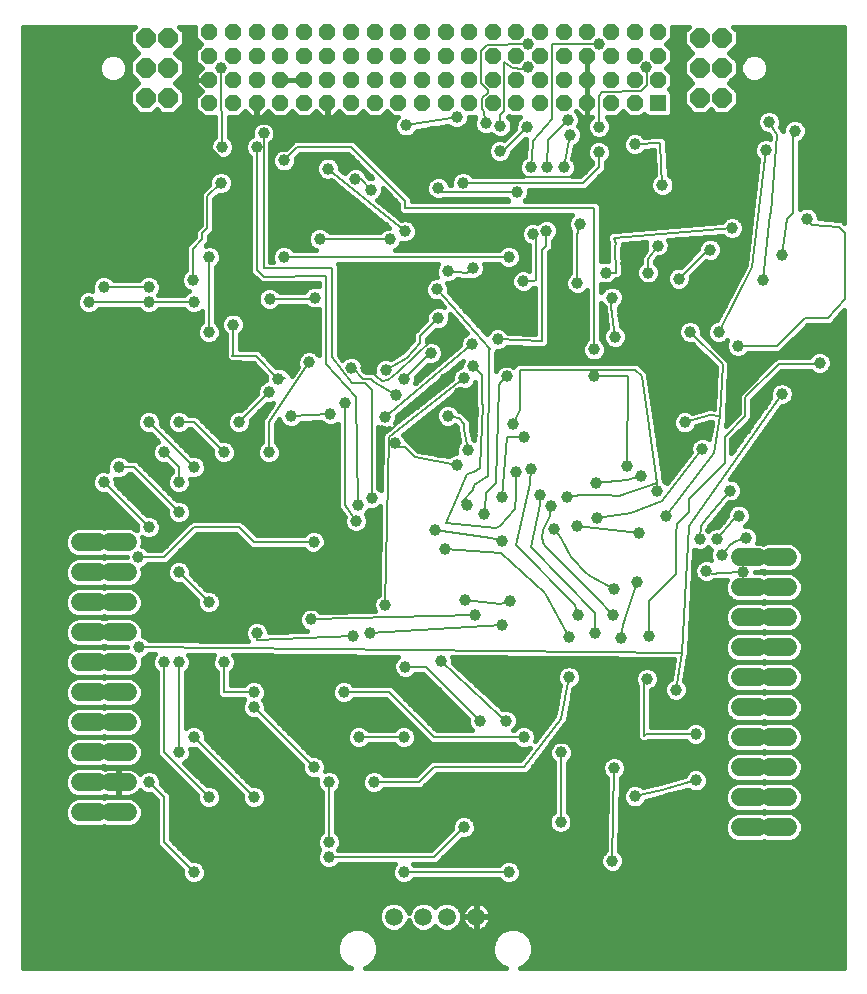
<source format=gbl>
G75*
%MOIN*%
%OFA0B0*%
%FSLAX25Y25*%
%IPPOS*%
%LPD*%
%AMOC8*
5,1,8,0,0,1.08239X$1,22.5*
%
%ADD10C,0.06000*%
%ADD11OC8,0.06496*%
%ADD12R,0.05386X0.05386*%
%ADD13OC8,0.05386*%
%ADD14C,0.05937*%
%ADD15C,0.03962*%
%ADD16C,0.00600*%
%ADD17C,0.01600*%
D10*
X0042000Y0090950D02*
X0048000Y0090950D01*
X0052000Y0090950D02*
X0058000Y0090950D01*
X0058000Y0100950D02*
X0052000Y0100950D01*
X0048000Y0100950D02*
X0042000Y0100950D01*
X0042000Y0110950D02*
X0048000Y0110950D01*
X0052000Y0110950D02*
X0058000Y0110950D01*
X0058000Y0120950D02*
X0052000Y0120950D01*
X0048000Y0120950D02*
X0042000Y0120950D01*
X0042000Y0130950D02*
X0048000Y0130950D01*
X0052000Y0130950D02*
X0058000Y0130950D01*
X0058000Y0140950D02*
X0052000Y0140950D01*
X0048000Y0140950D02*
X0042000Y0140950D01*
X0042000Y0150950D02*
X0048000Y0150950D01*
X0052000Y0150950D02*
X0058000Y0150950D01*
X0058000Y0160950D02*
X0052000Y0160950D01*
X0048000Y0160950D02*
X0042000Y0160950D01*
X0042000Y0170950D02*
X0048000Y0170950D01*
X0052000Y0170950D02*
X0058000Y0170950D01*
X0058000Y0180950D02*
X0052000Y0180950D01*
X0048000Y0180950D02*
X0042000Y0180950D01*
X0262000Y0175950D02*
X0268000Y0175950D01*
X0272000Y0175950D02*
X0278000Y0175950D01*
X0278000Y0165950D02*
X0272000Y0165950D01*
X0268000Y0165950D02*
X0262000Y0165950D01*
X0262000Y0155950D02*
X0268000Y0155950D01*
X0272000Y0155950D02*
X0278000Y0155950D01*
X0278000Y0145950D02*
X0272000Y0145950D01*
X0268000Y0145950D02*
X0262000Y0145950D01*
X0262000Y0135950D02*
X0268000Y0135950D01*
X0272000Y0135950D02*
X0278000Y0135950D01*
X0278000Y0125950D02*
X0272000Y0125950D01*
X0268000Y0125950D02*
X0262000Y0125950D01*
X0262000Y0115950D02*
X0268000Y0115950D01*
X0272000Y0115950D02*
X0278000Y0115950D01*
X0278000Y0105950D02*
X0272000Y0105950D01*
X0268000Y0105950D02*
X0262000Y0105950D01*
X0262000Y0095950D02*
X0268000Y0095950D01*
X0272000Y0095950D02*
X0278000Y0095950D01*
X0278000Y0085950D02*
X0272000Y0085950D01*
X0268000Y0085950D02*
X0262000Y0085950D01*
D11*
X0256004Y0329056D03*
X0256004Y0339056D03*
X0248602Y0339056D03*
X0248602Y0329056D03*
X0248602Y0349056D03*
X0256004Y0349056D03*
X0071398Y0349060D03*
X0063996Y0349060D03*
X0063996Y0339060D03*
X0063996Y0329060D03*
X0071398Y0329060D03*
X0071398Y0339060D03*
D12*
X0234803Y0327249D03*
D13*
X0234803Y0335123D03*
X0226929Y0335123D03*
X0226929Y0327249D03*
X0219055Y0327249D03*
X0219055Y0335123D03*
X0211181Y0335123D03*
X0211181Y0327249D03*
X0203307Y0327249D03*
X0195433Y0327249D03*
X0195433Y0335123D03*
X0203307Y0335123D03*
X0203307Y0342997D03*
X0195433Y0342997D03*
X0195433Y0350871D03*
X0203307Y0350871D03*
X0211181Y0350871D03*
X0211181Y0342997D03*
X0219055Y0342997D03*
X0226929Y0342997D03*
X0226929Y0350871D03*
X0219055Y0350871D03*
X0234803Y0350871D03*
X0234803Y0342997D03*
X0187559Y0342997D03*
X0179685Y0342997D03*
X0179685Y0350871D03*
X0187559Y0350871D03*
X0187559Y0335123D03*
X0187559Y0327249D03*
X0179685Y0327249D03*
X0179685Y0335123D03*
X0171811Y0335123D03*
X0171811Y0327249D03*
X0163937Y0327249D03*
X0163937Y0335123D03*
X0156063Y0335123D03*
X0156063Y0327249D03*
X0148189Y0327249D03*
X0148189Y0335123D03*
X0140315Y0335123D03*
X0140315Y0327249D03*
X0132441Y0327249D03*
X0132441Y0335123D03*
X0124567Y0335123D03*
X0124567Y0327249D03*
X0116693Y0327249D03*
X0108819Y0327249D03*
X0108819Y0335123D03*
X0116693Y0335123D03*
X0116693Y0342997D03*
X0124567Y0342997D03*
X0124567Y0350871D03*
X0116693Y0350871D03*
X0108819Y0350871D03*
X0108819Y0342997D03*
X0100945Y0342997D03*
X0093071Y0342997D03*
X0093071Y0350871D03*
X0100945Y0350871D03*
X0100945Y0335123D03*
X0100945Y0327249D03*
X0093071Y0327249D03*
X0093071Y0335123D03*
X0085197Y0335123D03*
X0085197Y0327249D03*
X0085197Y0342997D03*
X0085197Y0350871D03*
X0132441Y0350871D03*
X0132441Y0342997D03*
X0140315Y0342997D03*
X0140315Y0350871D03*
X0148189Y0350871D03*
X0148189Y0342997D03*
X0156063Y0342997D03*
X0156063Y0350871D03*
X0163937Y0350871D03*
X0163937Y0342997D03*
X0171811Y0342997D03*
X0171811Y0350871D03*
D14*
X0174230Y0056142D03*
X0164387Y0056142D03*
X0156513Y0056142D03*
X0146670Y0056142D03*
D15*
X0135000Y0065950D03*
X0125000Y0075950D03*
X0125000Y0080950D03*
X0125000Y0100950D03*
X0120000Y0105950D03*
X0135000Y0115950D03*
X0150000Y0115950D03*
X0140000Y0100950D03*
X0130000Y0130950D03*
X0133175Y0149575D03*
X0138875Y0150725D03*
X0143875Y0160050D03*
X0150500Y0139450D03*
X0162425Y0141250D03*
X0173675Y0156775D03*
X0170525Y0161725D03*
X0185375Y0161275D03*
X0182700Y0153200D03*
X0205000Y0149375D03*
X0208100Y0156550D03*
X0213725Y0150700D03*
X0219800Y0156775D03*
X0222275Y0149125D03*
X0231725Y0149800D03*
X0231050Y0135400D03*
X0240725Y0131800D03*
X0247250Y0116950D03*
X0247350Y0101550D03*
X0227000Y0096225D03*
X0220200Y0105725D03*
X0202475Y0110875D03*
X0190000Y0115950D03*
X0184025Y0121450D03*
X0175250Y0121450D03*
X0170000Y0085950D03*
X0185000Y0070950D03*
X0175000Y0065950D03*
X0150000Y0070950D03*
X0100000Y0095950D03*
X0085000Y0095950D03*
X0075000Y0110950D03*
X0080000Y0115950D03*
X0086375Y0116275D03*
X0100000Y0125950D03*
X0100000Y0130950D03*
X0090000Y0140950D03*
X0085250Y0141700D03*
X0075000Y0140950D03*
X0070000Y0140950D03*
X0061800Y0145950D03*
X0085250Y0155200D03*
X0085000Y0160950D03*
X0075000Y0170950D03*
X0061575Y0175950D03*
X0065000Y0185950D03*
X0075000Y0190950D03*
X0075000Y0200950D03*
X0080000Y0205950D03*
X0090000Y0210950D03*
X0095000Y0220950D03*
X0105000Y0230950D03*
X0108200Y0235525D03*
X0111350Y0240025D03*
X0118425Y0240900D03*
X0112250Y0251725D03*
X0105275Y0262075D03*
X0110000Y0275950D03*
X0108875Y0281200D03*
X0121925Y0282100D03*
X0130025Y0285925D03*
X0139025Y0298525D03*
X0133850Y0302125D03*
X0124775Y0305500D03*
X0134075Y0315625D03*
X0142400Y0315850D03*
X0150725Y0319900D03*
X0167600Y0322600D03*
X0177275Y0320575D03*
X0182225Y0319675D03*
X0182000Y0311350D03*
X0191225Y0319450D03*
X0192350Y0305950D03*
X0197750Y0305950D03*
X0203375Y0305950D03*
X0205400Y0316750D03*
X0204725Y0321700D03*
X0211475Y0315850D03*
X0215075Y0319450D03*
X0215000Y0310950D03*
X0227000Y0313600D03*
X0236225Y0300100D03*
X0234650Y0279850D03*
X0231500Y0270850D03*
X0241625Y0268825D03*
X0252200Y0278500D03*
X0257375Y0270400D03*
X0269750Y0268375D03*
X0276050Y0276700D03*
X0284375Y0288850D03*
X0270725Y0311625D03*
X0271775Y0321025D03*
X0280325Y0318100D03*
X0259400Y0285700D03*
X0255000Y0250950D03*
X0261425Y0246325D03*
X0245450Y0251050D03*
X0236450Y0238675D03*
X0240500Y0227200D03*
X0243650Y0220900D03*
X0249550Y0212150D03*
X0239150Y0206275D03*
X0234425Y0198175D03*
X0229025Y0203125D03*
X0224300Y0206275D03*
X0213950Y0200650D03*
X0204500Y0196150D03*
X0199100Y0193000D03*
X0195500Y0196600D03*
X0192575Y0205375D03*
X0187400Y0204475D03*
X0182675Y0196150D03*
X0176600Y0190525D03*
X0171000Y0193200D03*
X0160400Y0185125D03*
X0163875Y0178700D03*
X0182900Y0181525D03*
X0200225Y0185350D03*
X0207650Y0186250D03*
X0214375Y0189100D03*
X0228350Y0184000D03*
X0237575Y0189625D03*
X0248600Y0181975D03*
X0254450Y0181975D03*
X0256025Y0176575D03*
X0250850Y0171400D03*
X0263000Y0170950D03*
X0264125Y0182425D03*
X0261650Y0189850D03*
X0258725Y0198175D03*
X0275975Y0230275D03*
X0288650Y0240700D03*
X0227900Y0167575D03*
X0220025Y0165325D03*
X0205000Y0135950D03*
X0202250Y0087700D03*
X0219525Y0074825D03*
X0128000Y0184450D03*
X0134075Y0188050D03*
X0134750Y0193450D03*
X0139250Y0195700D03*
X0147125Y0213925D03*
X0142850Y0217975D03*
X0143750Y0222700D03*
X0147350Y0229900D03*
X0150050Y0235300D03*
X0143975Y0238450D03*
X0137450Y0238900D03*
X0132500Y0239125D03*
X0130250Y0227200D03*
X0125525Y0223600D03*
X0112475Y0222925D03*
X0105000Y0210950D03*
X0120000Y0180950D03*
X0119000Y0155200D03*
X0101000Y0150700D03*
X0065000Y0100950D03*
X0065000Y0080950D03*
X0080000Y0070950D03*
X0080000Y0055950D03*
X0050000Y0200950D03*
X0055000Y0205950D03*
X0070000Y0210950D03*
X0065000Y0220950D03*
X0075000Y0220950D03*
X0085000Y0250950D03*
X0080000Y0260950D03*
X0079625Y0268375D03*
X0085000Y0275950D03*
X0071750Y0285700D03*
X0065000Y0265950D03*
X0065000Y0260950D03*
X0050000Y0265950D03*
X0045000Y0260950D03*
X0089075Y0300775D03*
X0093575Y0304375D03*
X0089525Y0312700D03*
X0083000Y0314950D03*
X0101000Y0312700D03*
X0103250Y0317200D03*
X0110000Y0308200D03*
X0109100Y0301225D03*
X0124175Y0319675D03*
X0150400Y0284600D03*
X0145325Y0281875D03*
X0161125Y0265225D03*
X0164675Y0271300D03*
X0173000Y0272425D03*
X0185000Y0275950D03*
X0189875Y0267925D03*
X0193025Y0283675D03*
X0197525Y0284800D03*
X0187625Y0297625D03*
X0169775Y0300725D03*
X0161525Y0298975D03*
X0191450Y0339250D03*
X0191450Y0346900D03*
X0215075Y0346900D03*
X0230825Y0339250D03*
X0208775Y0287050D03*
X0217325Y0270850D03*
X0219350Y0262525D03*
X0207875Y0267250D03*
X0220475Y0249475D03*
X0213500Y0245200D03*
X0213500Y0236200D03*
X0190100Y0215950D03*
X0186500Y0220450D03*
X0173000Y0222925D03*
X0168500Y0230575D03*
X0170175Y0235725D03*
X0173225Y0239575D03*
X0172775Y0247000D03*
X0165800Y0245650D03*
X0159050Y0244075D03*
X0163775Y0235300D03*
X0164675Y0223150D03*
X0171425Y0211675D03*
X0167825Y0206725D03*
X0184250Y0236200D03*
X0181325Y0248575D03*
X0161525Y0255775D03*
X0120350Y0262525D03*
X0093125Y0253525D03*
X0089075Y0339025D03*
D16*
X0089075Y0336775D01*
X0089525Y0312700D01*
X0089750Y0308200D02*
X0093575Y0304375D01*
X0089750Y0308200D02*
X0083000Y0314950D01*
X0089750Y0308200D02*
X0080750Y0299200D01*
X0080750Y0285700D01*
X0071750Y0285700D01*
X0079625Y0278725D02*
X0082775Y0281875D01*
X0082775Y0283900D01*
X0084575Y0285700D01*
X0084575Y0296275D01*
X0089075Y0300775D01*
X0101000Y0312700D02*
X0101000Y0271750D01*
X0103250Y0269500D01*
X0123950Y0269725D01*
X0123950Y0240475D01*
X0134075Y0229225D01*
X0134750Y0193450D01*
X0130250Y0193450D02*
X0134075Y0188050D01*
X0130250Y0193450D02*
X0130250Y0227200D01*
X0125525Y0223600D02*
X0112475Y0222925D01*
X0105000Y0220950D02*
X0105000Y0210950D01*
X0105000Y0220950D02*
X0118425Y0240900D01*
X0112700Y0244525D02*
X0112250Y0251725D01*
X0112700Y0244525D02*
X0111575Y0240925D01*
X0111350Y0240025D01*
X0110450Y0235750D02*
X0108200Y0235525D01*
X0100775Y0242950D01*
X0100325Y0242950D01*
X0092900Y0243175D01*
X0093125Y0243400D01*
X0093125Y0253525D01*
X0085000Y0250950D02*
X0085000Y0275950D01*
X0079625Y0278725D02*
X0079625Y0268375D01*
X0080000Y0260950D02*
X0065000Y0260950D01*
X0045000Y0260950D01*
X0050000Y0265950D02*
X0065000Y0265950D01*
X0103250Y0272200D02*
X0103250Y0317200D01*
X0110000Y0308200D02*
X0114500Y0312700D01*
X0132500Y0312700D01*
X0150500Y0294700D01*
X0150500Y0292450D01*
X0213500Y0292450D01*
X0213500Y0245200D01*
X0220475Y0249475D02*
X0218900Y0262075D01*
X0219350Y0262525D01*
X0220700Y0270850D02*
X0217325Y0270850D01*
X0220700Y0270850D02*
X0220250Y0279850D01*
X0220700Y0280300D01*
X0220025Y0282325D01*
X0259400Y0285700D01*
X0252200Y0278500D02*
X0251300Y0278500D01*
X0241625Y0268825D01*
X0231500Y0270850D02*
X0231500Y0275350D01*
X0234650Y0279850D01*
X0236225Y0300100D02*
X0235550Y0314050D01*
X0227000Y0313600D01*
X0215000Y0310950D02*
X0215000Y0305950D01*
X0209775Y0300725D01*
X0169775Y0300725D01*
X0175025Y0305950D02*
X0184025Y0305950D01*
X0187400Y0302575D01*
X0208775Y0302575D01*
X0209225Y0303025D01*
X0209225Y0313600D01*
X0211475Y0315850D01*
X0215075Y0319450D02*
X0215075Y0329575D01*
X0215975Y0331150D01*
X0229025Y0331375D01*
X0231050Y0333400D01*
X0231050Y0338350D01*
X0230825Y0339250D01*
X0215075Y0346900D02*
X0199325Y0347125D01*
X0199325Y0324625D01*
X0199550Y0321925D01*
X0193025Y0314725D01*
X0193025Y0314050D01*
X0192350Y0305950D01*
X0197750Y0305950D02*
X0198200Y0314950D01*
X0204725Y0321700D01*
X0205400Y0316750D02*
X0203375Y0305950D01*
X0191225Y0319450D02*
X0183125Y0311350D01*
X0182000Y0311350D01*
X0182225Y0319675D02*
X0182000Y0323275D01*
X0183575Y0324625D01*
X0183575Y0341050D01*
X0183800Y0340825D01*
X0186275Y0339025D01*
X0189425Y0338800D01*
X0191450Y0339250D01*
X0191450Y0346900D02*
X0177725Y0346675D01*
X0175700Y0344650D01*
X0175700Y0334075D01*
X0177950Y0331600D01*
X0177950Y0330700D01*
X0175925Y0329125D01*
X0175925Y0325300D01*
X0176375Y0325300D01*
X0177275Y0320575D01*
X0167600Y0322600D02*
X0163775Y0321925D01*
X0150725Y0319900D01*
X0158825Y0315850D02*
X0162200Y0312475D01*
X0168500Y0312475D01*
X0175025Y0305950D01*
X0162875Y0297625D02*
X0161525Y0298975D01*
X0162875Y0297625D02*
X0187625Y0297625D01*
X0197525Y0284800D02*
X0197300Y0284575D01*
X0197300Y0279625D01*
X0196175Y0278500D01*
X0196175Y0248125D01*
X0181325Y0248575D01*
X0178875Y0245450D02*
X0178400Y0244975D01*
X0178175Y0203125D01*
X0173450Y0199975D01*
X0173000Y0198400D01*
X0169425Y0194375D01*
X0171000Y0193200D01*
X0167375Y0195025D02*
X0171200Y0203575D01*
X0173450Y0204250D01*
X0175475Y0205600D01*
X0176375Y0226750D01*
X0176150Y0226975D01*
X0176150Y0236650D01*
X0173225Y0239575D01*
X0170175Y0235725D02*
X0145000Y0215950D01*
X0143875Y0160050D01*
X0138875Y0150725D02*
X0182700Y0153200D01*
X0182000Y0160375D02*
X0185375Y0161275D01*
X0182000Y0160375D02*
X0173450Y0161275D01*
X0170525Y0161725D01*
X0173675Y0156775D02*
X0119000Y0155200D01*
X0133175Y0149575D02*
X0101000Y0148450D01*
X0101000Y0150700D01*
X0096500Y0155200D02*
X0101000Y0159700D01*
X0101000Y0166450D01*
X0107750Y0173200D01*
X0116750Y0173200D01*
X0128000Y0184450D01*
X0120000Y0180950D02*
X0100000Y0180950D01*
X0095000Y0185950D01*
X0080000Y0185950D01*
X0070000Y0175950D01*
X0061575Y0175950D01*
X0065000Y0185950D02*
X0050000Y0200950D01*
X0055000Y0205950D02*
X0060000Y0205950D01*
X0075000Y0190950D01*
X0075000Y0200950D02*
X0075000Y0205950D01*
X0070000Y0210950D01*
X0065000Y0220950D02*
X0080000Y0205950D01*
X0090000Y0210950D02*
X0080000Y0220950D01*
X0075000Y0220950D01*
X0095000Y0220950D02*
X0105000Y0230950D01*
X0125975Y0242725D02*
X0126200Y0272200D01*
X0103250Y0272200D01*
X0110000Y0275950D02*
X0185000Y0275950D01*
X0189875Y0267925D02*
X0193475Y0267925D01*
X0193925Y0268375D01*
X0193925Y0282775D01*
X0193025Y0283675D01*
X0207875Y0283900D02*
X0207875Y0267250D01*
X0207875Y0283900D02*
X0208100Y0284125D01*
X0208100Y0286375D01*
X0208775Y0287050D01*
X0239375Y0250150D02*
X0239375Y0241600D01*
X0236450Y0238675D01*
X0229250Y0236200D02*
X0227000Y0238450D01*
X0188750Y0238450D01*
X0188750Y0224950D01*
X0186500Y0220450D01*
X0184250Y0215950D02*
X0190100Y0215950D01*
X0184250Y0215950D02*
X0182675Y0196150D01*
X0187400Y0196375D02*
X0187175Y0192100D01*
X0182000Y0186475D01*
X0180875Y0185800D01*
X0164225Y0187375D01*
X0167375Y0195025D01*
X0160400Y0185125D02*
X0179075Y0182425D01*
X0182900Y0181525D01*
X0182350Y0177350D02*
X0163875Y0178700D01*
X0176600Y0190525D02*
X0177500Y0195925D01*
X0177500Y0197500D01*
X0180650Y0200650D01*
X0180650Y0200875D01*
X0181775Y0233050D01*
X0182000Y0233950D01*
X0184250Y0236200D01*
X0178875Y0245450D02*
X0161125Y0265225D01*
X0164675Y0271300D02*
X0171200Y0270625D01*
X0173000Y0272425D01*
X0161525Y0255775D02*
X0155450Y0249700D01*
X0155450Y0247450D01*
X0150950Y0242500D01*
X0143975Y0238450D01*
X0144875Y0235075D02*
X0142850Y0234850D01*
X0137450Y0238900D01*
X0136325Y0235300D02*
X0139025Y0235300D01*
X0139925Y0234400D01*
X0147350Y0229900D01*
X0144875Y0235075D02*
X0148025Y0237775D01*
X0159275Y0248350D01*
X0159950Y0248350D01*
X0165800Y0245650D01*
X0159050Y0244075D02*
X0158825Y0244075D01*
X0150050Y0235300D01*
X0159275Y0232375D02*
X0159275Y0231700D01*
X0145550Y0217975D01*
X0142850Y0217975D01*
X0143750Y0222700D02*
X0145550Y0224050D01*
X0172775Y0247000D01*
X0163775Y0235300D02*
X0159275Y0232375D01*
X0166925Y0227425D02*
X0166700Y0226075D01*
X0167825Y0225400D01*
X0170525Y0224050D01*
X0173000Y0222925D01*
X0170075Y0220450D02*
X0170075Y0218650D01*
X0171425Y0211675D01*
X0167825Y0206725D02*
X0153650Y0209200D01*
X0150275Y0212575D01*
X0148475Y0212575D01*
X0147125Y0213925D01*
X0139250Y0231700D02*
X0137000Y0233950D01*
X0132725Y0233950D01*
X0125975Y0242725D01*
X0132500Y0239125D02*
X0132950Y0238900D01*
X0136325Y0235300D01*
X0139250Y0231700D02*
X0139250Y0195700D01*
X0164675Y0223150D02*
X0168275Y0222250D01*
X0170075Y0220450D01*
X0166925Y0227425D02*
X0168500Y0230575D01*
X0187400Y0204475D02*
X0187400Y0196375D01*
X0192125Y0200200D02*
X0192575Y0205375D01*
X0192125Y0200200D02*
X0187400Y0179950D01*
X0206975Y0160150D01*
X0208100Y0156550D01*
X0213725Y0157225D02*
X0192575Y0179275D01*
X0195500Y0193450D01*
X0195500Y0196600D01*
X0199100Y0193000D02*
X0198650Y0189625D01*
X0196400Y0184900D01*
X0196400Y0184225D01*
X0196175Y0182875D01*
X0196400Y0180850D01*
X0197300Y0179275D01*
X0214175Y0162850D01*
X0219800Y0156775D01*
X0223175Y0153400D02*
X0227900Y0167575D01*
X0231725Y0161500D02*
X0240725Y0170500D01*
X0240725Y0185125D01*
X0241175Y0185575D01*
X0241175Y0187150D01*
X0245000Y0190975D01*
X0245000Y0195475D01*
X0256925Y0207400D01*
X0256925Y0216175D01*
X0263900Y0223150D01*
X0263900Y0229225D01*
X0274925Y0240250D01*
X0288200Y0240250D01*
X0288650Y0240700D01*
X0291575Y0255775D02*
X0283700Y0255775D01*
X0274250Y0246325D01*
X0261425Y0246325D01*
X0256250Y0240250D02*
X0245450Y0251050D01*
X0246350Y0257125D02*
X0239375Y0250150D01*
X0246350Y0257125D02*
X0251525Y0257125D01*
X0257375Y0262975D01*
X0257375Y0270400D01*
X0266225Y0272750D02*
X0270725Y0311625D01*
X0274475Y0316750D02*
X0271775Y0321025D01*
X0274475Y0316750D02*
X0272450Y0290650D01*
X0272225Y0290200D01*
X0269750Y0268375D01*
X0266225Y0272750D02*
X0255000Y0250950D01*
X0256250Y0240250D02*
X0255575Y0222925D01*
X0251975Y0223375D01*
X0243650Y0220900D01*
X0240500Y0227200D02*
X0239150Y0206275D01*
X0234425Y0200650D02*
X0221600Y0196375D01*
X0217325Y0196825D01*
X0209225Y0196825D01*
X0204500Y0196150D01*
X0207650Y0186250D02*
X0228350Y0184000D01*
X0225875Y0190675D02*
X0236000Y0194550D01*
X0249550Y0212150D01*
X0253325Y0210550D02*
X0255575Y0222925D01*
X0253325Y0210550D02*
X0237575Y0189625D01*
X0245000Y0186475D02*
X0275975Y0230275D01*
X0291575Y0255775D02*
X0296975Y0262075D01*
X0296975Y0284125D01*
X0294950Y0286150D01*
X0285950Y0286825D01*
X0284375Y0288850D01*
X0279650Y0290650D02*
X0279650Y0317425D01*
X0280325Y0318100D01*
X0279650Y0290650D02*
X0277625Y0288625D01*
X0276050Y0276700D01*
X0229250Y0236200D02*
X0234425Y0200650D01*
X0234425Y0198175D01*
X0229025Y0203125D02*
X0224300Y0201775D01*
X0213950Y0200650D01*
X0214375Y0189100D02*
X0225875Y0190675D01*
X0224300Y0206275D02*
X0224750Y0236200D01*
X0213500Y0236200D01*
X0258725Y0198175D02*
X0251075Y0188950D01*
X0249050Y0186250D01*
X0248600Y0181975D01*
X0245000Y0186475D02*
X0242750Y0144150D01*
X0240725Y0131800D01*
X0231050Y0135400D02*
X0230150Y0134500D01*
X0230150Y0116500D01*
X0230600Y0116950D01*
X0247250Y0116950D01*
X0247350Y0101550D02*
X0236000Y0098525D01*
X0227000Y0096225D01*
X0220200Y0105725D02*
X0219525Y0074825D01*
X0202250Y0087700D02*
X0202475Y0110875D01*
X0202300Y0122075D02*
X0205000Y0135950D01*
X0202300Y0122075D02*
X0190000Y0105950D01*
X0160000Y0105950D01*
X0155000Y0100950D01*
X0140000Y0100950D01*
X0125000Y0100950D02*
X0125000Y0080950D01*
X0125000Y0075950D02*
X0160000Y0075950D01*
X0170000Y0085950D01*
X0185000Y0070950D02*
X0150000Y0070950D01*
X0135000Y0065950D02*
X0175000Y0065950D01*
X0160000Y0115950D02*
X0190000Y0115950D01*
X0184025Y0121450D02*
X0182000Y0123025D01*
X0162425Y0141250D01*
X0157250Y0139450D02*
X0175250Y0121450D01*
X0160000Y0115950D02*
X0145000Y0130950D01*
X0130000Y0130950D01*
X0135000Y0115950D02*
X0150000Y0115950D01*
X0150500Y0139450D02*
X0157250Y0139450D01*
X0182350Y0177350D02*
X0197125Y0163925D01*
X0205000Y0149375D01*
X0213725Y0150700D02*
X0213725Y0157225D01*
X0220025Y0165325D02*
X0211925Y0169600D01*
X0210350Y0170950D01*
X0206525Y0175450D01*
X0205625Y0175900D01*
X0202250Y0182425D01*
X0200225Y0185350D01*
X0223175Y0153400D02*
X0222275Y0149125D01*
X0231725Y0149800D02*
X0231725Y0161500D01*
X0242750Y0144150D02*
X0061800Y0145950D01*
X0070000Y0140950D02*
X0070000Y0110950D01*
X0085000Y0095950D01*
X0075000Y0110950D02*
X0075000Y0140950D01*
X0085250Y0141700D02*
X0086375Y0116275D01*
X0080000Y0115950D02*
X0100000Y0095950D01*
X0120000Y0105950D02*
X0100000Y0125950D01*
X0100000Y0130950D02*
X0090000Y0130950D01*
X0090000Y0140950D01*
X0085250Y0155200D02*
X0096500Y0155200D01*
X0085000Y0160950D02*
X0075000Y0170950D01*
X0065000Y0100950D02*
X0070000Y0095950D01*
X0070000Y0080950D01*
X0080000Y0070950D01*
X0065000Y0070950D02*
X0080000Y0055950D01*
X0065000Y0070950D02*
X0065000Y0080950D01*
X0105275Y0262075D02*
X0119900Y0262075D01*
X0120350Y0262525D01*
X0121925Y0282100D02*
X0145100Y0282100D01*
X0145325Y0281875D01*
X0150400Y0284600D02*
X0124775Y0305500D01*
X0133850Y0302125D02*
X0135650Y0301900D01*
X0139025Y0298525D01*
X0130025Y0285925D02*
X0112025Y0285925D01*
X0109325Y0288625D01*
X0109325Y0301000D01*
X0109100Y0301225D01*
X0109325Y0288625D02*
X0109325Y0287725D01*
X0108875Y0287275D01*
X0108875Y0281200D01*
X0134075Y0315625D02*
X0131600Y0319675D01*
X0124175Y0319675D01*
X0142400Y0315850D02*
X0158825Y0315850D01*
X0259625Y0188275D02*
X0254450Y0181975D01*
X0258725Y0180175D02*
X0260750Y0181525D01*
X0262100Y0181750D01*
X0262550Y0181975D01*
X0264125Y0182425D01*
X0258725Y0180175D02*
X0256025Y0176575D01*
X0255800Y0170725D02*
X0252650Y0170500D01*
X0250850Y0171400D01*
X0255800Y0170725D02*
X0263000Y0170950D01*
X0259625Y0188275D02*
X0261650Y0189850D01*
D17*
X0023100Y0039050D02*
X0023100Y0352850D01*
X0060364Y0352850D01*
X0058748Y0351234D01*
X0058748Y0346886D01*
X0061574Y0344060D01*
X0058748Y0341234D01*
X0058748Y0336886D01*
X0061574Y0334060D01*
X0058748Y0331234D01*
X0058748Y0326886D01*
X0061822Y0323812D01*
X0066170Y0323812D01*
X0067697Y0325339D01*
X0069224Y0323812D01*
X0073571Y0323812D01*
X0076646Y0326886D01*
X0076646Y0331234D01*
X0073819Y0334060D01*
X0076646Y0336886D01*
X0076646Y0341234D01*
X0073819Y0344060D01*
X0076646Y0346886D01*
X0076646Y0351234D01*
X0075030Y0352850D01*
X0080539Y0352850D01*
X0080504Y0352815D01*
X0080504Y0348927D01*
X0082497Y0346934D01*
X0080504Y0344941D01*
X0080504Y0341053D01*
X0082639Y0338919D01*
X0080704Y0336984D01*
X0080704Y0335170D01*
X0085150Y0335170D01*
X0085150Y0335077D01*
X0080704Y0335077D01*
X0080704Y0333262D01*
X0082639Y0331328D01*
X0080504Y0329193D01*
X0080504Y0325305D01*
X0083253Y0322556D01*
X0087040Y0322556D01*
X0087164Y0315969D01*
X0086150Y0314955D01*
X0085544Y0313492D01*
X0085544Y0311908D01*
X0086150Y0310445D01*
X0087270Y0309325D01*
X0088733Y0308719D01*
X0090317Y0308719D01*
X0091780Y0309325D01*
X0092900Y0310445D01*
X0093506Y0311908D01*
X0093506Y0313492D01*
X0092900Y0314955D01*
X0091780Y0316075D01*
X0091762Y0316082D01*
X0091641Y0322556D01*
X0095015Y0322556D01*
X0097149Y0324691D01*
X0099084Y0322756D01*
X0100898Y0322756D01*
X0100898Y0327203D01*
X0100991Y0327203D01*
X0100991Y0322756D01*
X0102806Y0322756D01*
X0104740Y0324691D01*
X0106875Y0322556D01*
X0110763Y0322556D01*
X0112756Y0324549D01*
X0114749Y0322556D01*
X0118637Y0322556D01*
X0120771Y0324691D01*
X0122706Y0322756D01*
X0124520Y0322756D01*
X0124520Y0327203D01*
X0124613Y0327203D01*
X0124613Y0322756D01*
X0126428Y0322756D01*
X0128363Y0324691D01*
X0130497Y0322556D01*
X0134385Y0322556D01*
X0136378Y0324549D01*
X0138371Y0322556D01*
X0142259Y0322556D01*
X0144393Y0324691D01*
X0146328Y0322756D01*
X0147951Y0322756D01*
X0147350Y0322155D01*
X0146744Y0320692D01*
X0146744Y0319108D01*
X0147350Y0317645D01*
X0148470Y0316525D01*
X0149933Y0315919D01*
X0151517Y0315919D01*
X0152980Y0316525D01*
X0154100Y0317645D01*
X0154300Y0318127D01*
X0163214Y0319510D01*
X0163237Y0319494D01*
X0164151Y0319656D01*
X0164812Y0319758D01*
X0165345Y0319225D01*
X0166808Y0318619D01*
X0168392Y0318619D01*
X0169855Y0319225D01*
X0170975Y0320345D01*
X0171581Y0321808D01*
X0171581Y0322556D01*
X0173755Y0322556D01*
X0173809Y0322610D01*
X0173294Y0321367D01*
X0173294Y0319783D01*
X0173900Y0318320D01*
X0175020Y0317200D01*
X0176483Y0316594D01*
X0178067Y0316594D01*
X0179205Y0317065D01*
X0179970Y0316300D01*
X0181433Y0315694D01*
X0183017Y0315694D01*
X0184480Y0316300D01*
X0185600Y0317420D01*
X0186206Y0318883D01*
X0186206Y0320467D01*
X0185600Y0321930D01*
X0184866Y0322664D01*
X0185139Y0322936D01*
X0185191Y0322981D01*
X0185615Y0322556D01*
X0188701Y0322556D01*
X0187850Y0321705D01*
X0187244Y0320242D01*
X0187244Y0318722D01*
X0183542Y0315020D01*
X0182792Y0315331D01*
X0181208Y0315331D01*
X0179745Y0314725D01*
X0178625Y0313605D01*
X0178019Y0312142D01*
X0178019Y0310558D01*
X0178625Y0309095D01*
X0179745Y0307975D01*
X0181208Y0307369D01*
X0182792Y0307369D01*
X0184255Y0307975D01*
X0185375Y0309095D01*
X0185981Y0310558D01*
X0185981Y0310953D01*
X0190497Y0315469D01*
X0190686Y0315469D01*
X0190725Y0314668D01*
X0190725Y0314146D01*
X0190331Y0309423D01*
X0190095Y0309325D01*
X0188975Y0308205D01*
X0188369Y0306742D01*
X0188369Y0305158D01*
X0188975Y0303695D01*
X0189645Y0303025D01*
X0173105Y0303025D01*
X0172030Y0304100D01*
X0170567Y0304706D01*
X0168983Y0304706D01*
X0167520Y0304100D01*
X0166400Y0302980D01*
X0165794Y0301517D01*
X0165794Y0299933D01*
X0165797Y0299925D01*
X0165441Y0299925D01*
X0164900Y0301230D01*
X0163780Y0302350D01*
X0162317Y0302956D01*
X0160733Y0302956D01*
X0159270Y0302350D01*
X0158150Y0301230D01*
X0157544Y0299767D01*
X0157544Y0298183D01*
X0158150Y0296720D01*
X0159270Y0295600D01*
X0160733Y0294994D01*
X0162317Y0294994D01*
X0163116Y0295325D01*
X0184295Y0295325D01*
X0184870Y0294750D01*
X0152800Y0294750D01*
X0152800Y0295653D01*
X0134800Y0313653D01*
X0133453Y0315000D01*
X0113547Y0315000D01*
X0110728Y0312181D01*
X0109208Y0312181D01*
X0107745Y0311575D01*
X0106625Y0310455D01*
X0106019Y0308992D01*
X0106019Y0307408D01*
X0106625Y0305945D01*
X0107745Y0304825D01*
X0109208Y0304219D01*
X0110792Y0304219D01*
X0112255Y0304825D01*
X0113375Y0305945D01*
X0113981Y0307408D01*
X0113981Y0308928D01*
X0115453Y0310400D01*
X0131547Y0310400D01*
X0139441Y0302506D01*
X0138297Y0302506D01*
X0137792Y0303010D01*
X0137225Y0304380D01*
X0136105Y0305500D01*
X0134642Y0306106D01*
X0133058Y0306106D01*
X0131595Y0305500D01*
X0130475Y0304380D01*
X0130301Y0303961D01*
X0128756Y0305221D01*
X0128756Y0306292D01*
X0128150Y0307755D01*
X0127030Y0308875D01*
X0125567Y0309481D01*
X0123983Y0309481D01*
X0122520Y0308875D01*
X0121400Y0307755D01*
X0120794Y0306292D01*
X0120794Y0304708D01*
X0121400Y0303245D01*
X0122520Y0302125D01*
X0123983Y0301519D01*
X0125567Y0301519D01*
X0125865Y0301643D01*
X0145221Y0285856D01*
X0144533Y0285856D01*
X0143070Y0285250D01*
X0142220Y0284400D01*
X0125255Y0284400D01*
X0124180Y0285475D01*
X0122717Y0286081D01*
X0121133Y0286081D01*
X0119670Y0285475D01*
X0118550Y0284355D01*
X0117944Y0282892D01*
X0117944Y0281308D01*
X0118550Y0279845D01*
X0119670Y0278725D01*
X0120817Y0278250D01*
X0113330Y0278250D01*
X0112255Y0279325D01*
X0110792Y0279931D01*
X0109208Y0279931D01*
X0107745Y0279325D01*
X0106625Y0278205D01*
X0106019Y0276742D01*
X0106019Y0275158D01*
X0106292Y0274500D01*
X0105550Y0274500D01*
X0105550Y0313870D01*
X0106625Y0314945D01*
X0107231Y0316408D01*
X0107231Y0317992D01*
X0106625Y0319455D01*
X0105505Y0320575D01*
X0104042Y0321181D01*
X0102458Y0321181D01*
X0100995Y0320575D01*
X0099875Y0319455D01*
X0099269Y0317992D01*
X0099269Y0316408D01*
X0099310Y0316309D01*
X0098745Y0316075D01*
X0097625Y0314955D01*
X0097019Y0313492D01*
X0097019Y0311908D01*
X0097625Y0310445D01*
X0098700Y0309370D01*
X0098700Y0270797D01*
X0100047Y0269450D01*
X0100960Y0268537D01*
X0100960Y0268522D01*
X0101633Y0267864D01*
X0102297Y0267200D01*
X0102312Y0267200D01*
X0102322Y0267190D01*
X0103263Y0267200D01*
X0104203Y0267200D01*
X0104213Y0267210D01*
X0121650Y0267400D01*
X0121650Y0266296D01*
X0121142Y0266506D01*
X0119558Y0266506D01*
X0118095Y0265900D01*
X0116975Y0264780D01*
X0116807Y0264375D01*
X0108605Y0264375D01*
X0107530Y0265450D01*
X0106067Y0266056D01*
X0104483Y0266056D01*
X0103020Y0265450D01*
X0101900Y0264330D01*
X0101294Y0262867D01*
X0101294Y0261283D01*
X0101900Y0259820D01*
X0103020Y0258700D01*
X0104483Y0258094D01*
X0106067Y0258094D01*
X0107530Y0258700D01*
X0108605Y0259775D01*
X0117470Y0259775D01*
X0118095Y0259150D01*
X0119558Y0258544D01*
X0121142Y0258544D01*
X0121650Y0258754D01*
X0121650Y0243305D01*
X0120680Y0244275D01*
X0119217Y0244881D01*
X0117633Y0244881D01*
X0116170Y0244275D01*
X0115050Y0243155D01*
X0114444Y0241692D01*
X0114444Y0240108D01*
X0114701Y0239486D01*
X0112687Y0236493D01*
X0112644Y0236927D01*
X0111459Y0237897D01*
X0110455Y0238900D01*
X0108992Y0239506D01*
X0107472Y0239506D01*
X0101728Y0245250D01*
X0100360Y0245250D01*
X0095425Y0245400D01*
X0095425Y0250195D01*
X0096500Y0251270D01*
X0097106Y0252733D01*
X0097106Y0254317D01*
X0096500Y0255780D01*
X0095380Y0256900D01*
X0093917Y0257506D01*
X0092333Y0257506D01*
X0090870Y0256900D01*
X0089750Y0255780D01*
X0089144Y0254317D01*
X0089144Y0252733D01*
X0089750Y0251270D01*
X0090825Y0250195D01*
X0090825Y0244381D01*
X0090630Y0244197D01*
X0090629Y0244156D01*
X0090600Y0244128D01*
X0090600Y0243210D01*
X0090572Y0242292D01*
X0090600Y0242263D01*
X0090600Y0242222D01*
X0091249Y0241573D01*
X0091878Y0240905D01*
X0091919Y0240904D01*
X0091947Y0240875D01*
X0092865Y0240875D01*
X0099344Y0240679D01*
X0099372Y0240650D01*
X0099822Y0240650D01*
X0104219Y0236253D01*
X0104219Y0234931D01*
X0104208Y0234931D01*
X0102745Y0234325D01*
X0101625Y0233205D01*
X0101019Y0231742D01*
X0101019Y0230222D01*
X0095728Y0224931D01*
X0094208Y0224931D01*
X0092745Y0224325D01*
X0091625Y0223205D01*
X0091019Y0221742D01*
X0091019Y0220158D01*
X0091625Y0218695D01*
X0092745Y0217575D01*
X0094208Y0216969D01*
X0095792Y0216969D01*
X0097255Y0217575D01*
X0098375Y0218695D01*
X0098981Y0220158D01*
X0098981Y0221678D01*
X0104272Y0226969D01*
X0105792Y0226969D01*
X0106466Y0227248D01*
X0103216Y0222419D01*
X0102700Y0221903D01*
X0102700Y0221652D01*
X0102560Y0221444D01*
X0102700Y0220727D01*
X0102700Y0214280D01*
X0101625Y0213205D01*
X0101019Y0211742D01*
X0101019Y0210158D01*
X0101625Y0208695D01*
X0102745Y0207575D01*
X0104208Y0206969D01*
X0105792Y0206969D01*
X0107255Y0207575D01*
X0108375Y0208695D01*
X0108981Y0210158D01*
X0108981Y0211742D01*
X0108375Y0213205D01*
X0107300Y0214280D01*
X0107300Y0220248D01*
X0108522Y0222065D01*
X0109100Y0220670D01*
X0110220Y0219550D01*
X0111683Y0218944D01*
X0113267Y0218944D01*
X0114730Y0219550D01*
X0115850Y0220670D01*
X0115904Y0220799D01*
X0122362Y0221133D01*
X0123270Y0220225D01*
X0124733Y0219619D01*
X0126317Y0219619D01*
X0127780Y0220225D01*
X0127950Y0220395D01*
X0127950Y0193645D01*
X0127822Y0192898D01*
X0127950Y0192718D01*
X0127950Y0192497D01*
X0128486Y0191961D01*
X0130316Y0189378D01*
X0130094Y0188842D01*
X0130094Y0187258D01*
X0130700Y0185795D01*
X0131820Y0184675D01*
X0133283Y0184069D01*
X0134867Y0184069D01*
X0136330Y0184675D01*
X0137450Y0185795D01*
X0138056Y0187258D01*
X0138056Y0188842D01*
X0137450Y0190305D01*
X0137343Y0190412D01*
X0138125Y0191195D01*
X0138359Y0191760D01*
X0138458Y0191719D01*
X0140042Y0191719D01*
X0141505Y0192325D01*
X0142239Y0193059D01*
X0141643Y0163434D01*
X0141620Y0163425D01*
X0140500Y0162305D01*
X0139894Y0160842D01*
X0139894Y0159258D01*
X0140367Y0158116D01*
X0122236Y0157594D01*
X0121255Y0158575D01*
X0119792Y0159181D01*
X0118208Y0159181D01*
X0116745Y0158575D01*
X0115625Y0157455D01*
X0115019Y0155992D01*
X0115019Y0154408D01*
X0115625Y0152945D01*
X0116745Y0151825D01*
X0117909Y0151343D01*
X0104981Y0150891D01*
X0104981Y0151492D01*
X0104375Y0152955D01*
X0103255Y0154075D01*
X0101792Y0154681D01*
X0100208Y0154681D01*
X0098745Y0154075D01*
X0097625Y0152955D01*
X0097019Y0151492D01*
X0097019Y0149908D01*
X0097625Y0148445D01*
X0098182Y0147888D01*
X0065163Y0148217D01*
X0064055Y0149325D01*
X0062932Y0149790D01*
X0063000Y0149955D01*
X0063000Y0151945D01*
X0062239Y0153782D01*
X0060832Y0155189D01*
X0058995Y0155950D01*
X0060832Y0156711D01*
X0062239Y0158118D01*
X0063000Y0159955D01*
X0063000Y0161945D01*
X0062239Y0163782D01*
X0060832Y0165189D01*
X0058995Y0165950D01*
X0060832Y0166711D01*
X0062239Y0168118D01*
X0063000Y0169955D01*
X0063000Y0171945D01*
X0062899Y0172189D01*
X0063830Y0172575D01*
X0064905Y0173650D01*
X0070953Y0173650D01*
X0080953Y0183650D01*
X0094047Y0183650D01*
X0097700Y0179997D01*
X0099047Y0178650D01*
X0116670Y0178650D01*
X0117745Y0177575D01*
X0119208Y0176969D01*
X0120792Y0176969D01*
X0122255Y0177575D01*
X0123375Y0178695D01*
X0123981Y0180158D01*
X0123981Y0181742D01*
X0123375Y0183205D01*
X0122255Y0184325D01*
X0120792Y0184931D01*
X0119208Y0184931D01*
X0117745Y0184325D01*
X0116670Y0183250D01*
X0100953Y0183250D01*
X0095953Y0188250D01*
X0079047Y0188250D01*
X0077700Y0186903D01*
X0069047Y0178250D01*
X0064905Y0178250D01*
X0063830Y0179325D01*
X0062899Y0179711D01*
X0063000Y0179955D01*
X0063000Y0181945D01*
X0062735Y0182585D01*
X0062745Y0182575D01*
X0064208Y0181969D01*
X0065792Y0181969D01*
X0067255Y0182575D01*
X0068375Y0183695D01*
X0068981Y0185158D01*
X0068981Y0186742D01*
X0068375Y0188205D01*
X0067255Y0189325D01*
X0065792Y0189931D01*
X0064272Y0189931D01*
X0053981Y0200222D01*
X0053981Y0201742D01*
X0053821Y0202129D01*
X0054208Y0201969D01*
X0055792Y0201969D01*
X0057255Y0202575D01*
X0058330Y0203650D01*
X0059047Y0203650D01*
X0071019Y0191678D01*
X0071019Y0190158D01*
X0071625Y0188695D01*
X0072745Y0187575D01*
X0074208Y0186969D01*
X0075792Y0186969D01*
X0077255Y0187575D01*
X0078375Y0188695D01*
X0078981Y0190158D01*
X0078981Y0191742D01*
X0078375Y0193205D01*
X0077255Y0194325D01*
X0075792Y0194931D01*
X0074272Y0194931D01*
X0060953Y0208250D01*
X0058330Y0208250D01*
X0057255Y0209325D01*
X0055792Y0209931D01*
X0054208Y0209931D01*
X0052745Y0209325D01*
X0051625Y0208205D01*
X0051019Y0206742D01*
X0051019Y0205158D01*
X0051179Y0204771D01*
X0050792Y0204931D01*
X0049208Y0204931D01*
X0047745Y0204325D01*
X0046625Y0203205D01*
X0046019Y0201742D01*
X0046019Y0200158D01*
X0046625Y0198695D01*
X0047745Y0197575D01*
X0049208Y0196969D01*
X0050728Y0196969D01*
X0061019Y0186678D01*
X0061019Y0185158D01*
X0061129Y0184892D01*
X0060832Y0185189D01*
X0058995Y0185950D01*
X0051005Y0185950D01*
X0050000Y0185534D01*
X0048995Y0185950D01*
X0041005Y0185950D01*
X0039168Y0185189D01*
X0037761Y0183782D01*
X0037000Y0181945D01*
X0037000Y0179955D01*
X0037761Y0178118D01*
X0039168Y0176711D01*
X0041005Y0175950D01*
X0039168Y0175189D01*
X0037761Y0173782D01*
X0037000Y0171945D01*
X0037000Y0169955D01*
X0037761Y0168118D01*
X0039168Y0166711D01*
X0041005Y0165950D01*
X0048995Y0165950D01*
X0050000Y0166366D01*
X0051005Y0165950D01*
X0058995Y0165950D01*
X0051005Y0165950D01*
X0050000Y0165534D01*
X0048995Y0165950D01*
X0041005Y0165950D01*
X0039168Y0165189D01*
X0037761Y0163782D01*
X0037000Y0161945D01*
X0037000Y0159955D01*
X0037761Y0158118D01*
X0039168Y0156711D01*
X0041005Y0155950D01*
X0048995Y0155950D01*
X0050000Y0156366D01*
X0051005Y0155950D01*
X0058995Y0155950D01*
X0051005Y0155950D01*
X0050000Y0155534D01*
X0048995Y0155950D01*
X0041005Y0155950D01*
X0039168Y0155189D01*
X0037761Y0153782D01*
X0037000Y0151945D01*
X0037000Y0149955D01*
X0037761Y0148118D01*
X0039168Y0146711D01*
X0041005Y0145950D01*
X0039168Y0145189D01*
X0037761Y0143782D01*
X0037000Y0141945D01*
X0037000Y0139955D01*
X0037761Y0138118D01*
X0039168Y0136711D01*
X0041005Y0135950D01*
X0039168Y0135189D01*
X0037761Y0133782D01*
X0037000Y0131945D01*
X0037000Y0129955D01*
X0037761Y0128118D01*
X0039168Y0126711D01*
X0041005Y0125950D01*
X0048995Y0125950D01*
X0050000Y0126366D01*
X0051005Y0125950D01*
X0058995Y0125950D01*
X0060832Y0126711D01*
X0062239Y0128118D01*
X0063000Y0129955D01*
X0063000Y0131945D01*
X0062239Y0133782D01*
X0060832Y0135189D01*
X0058995Y0135950D01*
X0051005Y0135950D01*
X0050000Y0135534D01*
X0048995Y0135950D01*
X0041005Y0135950D01*
X0048995Y0135950D01*
X0050000Y0136366D01*
X0051005Y0135950D01*
X0058995Y0135950D01*
X0060832Y0136711D01*
X0062239Y0138118D01*
X0063000Y0139955D01*
X0063000Y0141945D01*
X0062932Y0142110D01*
X0064055Y0142575D01*
X0065097Y0143617D01*
X0067018Y0143598D01*
X0066625Y0143205D01*
X0066019Y0141742D01*
X0066019Y0140158D01*
X0066625Y0138695D01*
X0067700Y0137620D01*
X0067700Y0109997D01*
X0081019Y0096678D01*
X0081019Y0095158D01*
X0081625Y0093695D01*
X0082745Y0092575D01*
X0084208Y0091969D01*
X0085792Y0091969D01*
X0087255Y0092575D01*
X0088375Y0093695D01*
X0088981Y0095158D01*
X0088981Y0096742D01*
X0088375Y0098205D01*
X0087255Y0099325D01*
X0085792Y0099931D01*
X0084272Y0099931D01*
X0076811Y0107391D01*
X0077255Y0107575D01*
X0078375Y0108695D01*
X0078981Y0110158D01*
X0078981Y0111742D01*
X0078821Y0112129D01*
X0079208Y0111969D01*
X0080728Y0111969D01*
X0096019Y0096678D01*
X0096019Y0095158D01*
X0096625Y0093695D01*
X0097745Y0092575D01*
X0099208Y0091969D01*
X0100792Y0091969D01*
X0102255Y0092575D01*
X0103375Y0093695D01*
X0103981Y0095158D01*
X0103981Y0096742D01*
X0103375Y0098205D01*
X0102255Y0099325D01*
X0100792Y0099931D01*
X0099272Y0099931D01*
X0083981Y0115222D01*
X0083981Y0116742D01*
X0083375Y0118205D01*
X0082255Y0119325D01*
X0080792Y0119931D01*
X0079208Y0119931D01*
X0077745Y0119325D01*
X0077300Y0118880D01*
X0077300Y0137620D01*
X0078375Y0138695D01*
X0078981Y0140158D01*
X0078981Y0141742D01*
X0078375Y0143205D01*
X0078092Y0143488D01*
X0086821Y0143401D01*
X0086625Y0143205D01*
X0086019Y0141742D01*
X0086019Y0140158D01*
X0086625Y0138695D01*
X0087700Y0137620D01*
X0087700Y0129997D01*
X0089047Y0128650D01*
X0096670Y0128650D01*
X0096870Y0128450D01*
X0096625Y0128205D01*
X0096019Y0126742D01*
X0096019Y0125158D01*
X0096625Y0123695D01*
X0097745Y0122575D01*
X0099208Y0121969D01*
X0100728Y0121969D01*
X0116019Y0106678D01*
X0116019Y0105158D01*
X0116625Y0103695D01*
X0117745Y0102575D01*
X0119208Y0101969D01*
X0120792Y0101969D01*
X0121179Y0102129D01*
X0121019Y0101742D01*
X0121019Y0100158D01*
X0121625Y0098695D01*
X0122700Y0097620D01*
X0122700Y0084280D01*
X0121625Y0083205D01*
X0121019Y0081742D01*
X0121019Y0080158D01*
X0121625Y0078695D01*
X0121870Y0078450D01*
X0121625Y0078205D01*
X0121019Y0076742D01*
X0121019Y0075158D01*
X0121625Y0073695D01*
X0122745Y0072575D01*
X0124208Y0071969D01*
X0125792Y0071969D01*
X0127255Y0072575D01*
X0128330Y0073650D01*
X0147070Y0073650D01*
X0146625Y0073205D01*
X0146019Y0071742D01*
X0146019Y0070158D01*
X0146625Y0068695D01*
X0147745Y0067575D01*
X0149208Y0066969D01*
X0150792Y0066969D01*
X0152255Y0067575D01*
X0153330Y0068650D01*
X0181670Y0068650D01*
X0182745Y0067575D01*
X0184208Y0066969D01*
X0185792Y0066969D01*
X0187255Y0067575D01*
X0188375Y0068695D01*
X0188981Y0070158D01*
X0188981Y0071742D01*
X0188375Y0073205D01*
X0187255Y0074325D01*
X0185792Y0074931D01*
X0184208Y0074931D01*
X0182745Y0074325D01*
X0181670Y0073250D01*
X0153330Y0073250D01*
X0152930Y0073650D01*
X0160953Y0073650D01*
X0169272Y0081969D01*
X0170792Y0081969D01*
X0172255Y0082575D01*
X0173375Y0083695D01*
X0173981Y0085158D01*
X0173981Y0086742D01*
X0173375Y0088205D01*
X0172255Y0089325D01*
X0170792Y0089931D01*
X0169208Y0089931D01*
X0167745Y0089325D01*
X0166625Y0088205D01*
X0166019Y0086742D01*
X0166019Y0085222D01*
X0159047Y0078250D01*
X0128330Y0078250D01*
X0128130Y0078450D01*
X0128375Y0078695D01*
X0128981Y0080158D01*
X0128981Y0081742D01*
X0128375Y0083205D01*
X0127300Y0084280D01*
X0127300Y0097620D01*
X0128375Y0098695D01*
X0128981Y0100158D01*
X0128981Y0101742D01*
X0128375Y0103205D01*
X0127255Y0104325D01*
X0125792Y0104931D01*
X0124208Y0104931D01*
X0123821Y0104771D01*
X0123981Y0105158D01*
X0123981Y0106742D01*
X0123375Y0108205D01*
X0122255Y0109325D01*
X0120792Y0109931D01*
X0119272Y0109931D01*
X0103981Y0125222D01*
X0103981Y0126742D01*
X0103375Y0128205D01*
X0103130Y0128450D01*
X0103375Y0128695D01*
X0103981Y0130158D01*
X0103981Y0131742D01*
X0103375Y0133205D01*
X0102255Y0134325D01*
X0100792Y0134931D01*
X0099208Y0134931D01*
X0097745Y0134325D01*
X0096670Y0133250D01*
X0092300Y0133250D01*
X0092300Y0137620D01*
X0093375Y0138695D01*
X0093981Y0140158D01*
X0093981Y0141742D01*
X0093375Y0143205D01*
X0093243Y0143337D01*
X0148210Y0142790D01*
X0147125Y0141705D01*
X0146519Y0140242D01*
X0146519Y0138658D01*
X0147125Y0137195D01*
X0148245Y0136075D01*
X0149708Y0135469D01*
X0151292Y0135469D01*
X0152755Y0136075D01*
X0153830Y0137150D01*
X0156297Y0137150D01*
X0171269Y0122178D01*
X0171269Y0120658D01*
X0171875Y0119195D01*
X0172820Y0118250D01*
X0160953Y0118250D01*
X0145953Y0133250D01*
X0133330Y0133250D01*
X0132255Y0134325D01*
X0130792Y0134931D01*
X0129208Y0134931D01*
X0127745Y0134325D01*
X0126625Y0133205D01*
X0126019Y0131742D01*
X0126019Y0130158D01*
X0126625Y0128695D01*
X0127745Y0127575D01*
X0129208Y0126969D01*
X0130792Y0126969D01*
X0132255Y0127575D01*
X0133330Y0128650D01*
X0144047Y0128650D01*
X0157700Y0114997D01*
X0159047Y0113650D01*
X0186670Y0113650D01*
X0187745Y0112575D01*
X0189208Y0111969D01*
X0190792Y0111969D01*
X0192117Y0112518D01*
X0188862Y0108250D01*
X0159047Y0108250D01*
X0157700Y0106903D01*
X0154047Y0103250D01*
X0143330Y0103250D01*
X0142255Y0104325D01*
X0140792Y0104931D01*
X0139208Y0104931D01*
X0137745Y0104325D01*
X0136625Y0103205D01*
X0136019Y0101742D01*
X0136019Y0100158D01*
X0136625Y0098695D01*
X0137745Y0097575D01*
X0139208Y0096969D01*
X0140792Y0096969D01*
X0142255Y0097575D01*
X0143330Y0098650D01*
X0155953Y0098650D01*
X0160953Y0103650D01*
X0189223Y0103650D01*
X0189363Y0103543D01*
X0190154Y0103650D01*
X0190953Y0103650D01*
X0191077Y0103774D01*
X0191251Y0103798D01*
X0191735Y0104433D01*
X0192300Y0104997D01*
X0192300Y0105173D01*
X0203899Y0120379D01*
X0204376Y0120701D01*
X0204455Y0121108D01*
X0204706Y0121438D01*
X0204630Y0122007D01*
X0206637Y0132319D01*
X0207255Y0132575D01*
X0208375Y0133695D01*
X0208981Y0135158D01*
X0208981Y0136742D01*
X0208375Y0138205D01*
X0207255Y0139325D01*
X0205792Y0139931D01*
X0204208Y0139931D01*
X0202745Y0139325D01*
X0201625Y0138205D01*
X0201019Y0136742D01*
X0201019Y0135158D01*
X0201625Y0133695D01*
X0202121Y0133198D01*
X0200145Y0123042D01*
X0193803Y0114728D01*
X0193981Y0115158D01*
X0193981Y0116742D01*
X0193375Y0118205D01*
X0192255Y0119325D01*
X0190792Y0119931D01*
X0189208Y0119931D01*
X0187745Y0119325D01*
X0186670Y0118250D01*
X0186455Y0118250D01*
X0187400Y0119195D01*
X0188006Y0120658D01*
X0188006Y0122242D01*
X0187400Y0123705D01*
X0186280Y0124825D01*
X0184817Y0125431D01*
X0183233Y0125431D01*
X0182927Y0125304D01*
X0166406Y0140686D01*
X0166406Y0142042D01*
X0166170Y0142612D01*
X0240047Y0141877D01*
X0238982Y0135387D01*
X0238470Y0135175D01*
X0237350Y0134055D01*
X0236744Y0132592D01*
X0236744Y0131008D01*
X0237350Y0129545D01*
X0238470Y0128425D01*
X0239933Y0127819D01*
X0241517Y0127819D01*
X0242980Y0128425D01*
X0244100Y0129545D01*
X0244706Y0131008D01*
X0244706Y0132592D01*
X0244100Y0134055D01*
X0243520Y0134635D01*
X0244889Y0142980D01*
X0244996Y0143077D01*
X0244999Y0143134D01*
X0245040Y0143174D01*
X0245048Y0143951D01*
X0245174Y0144718D01*
X0245090Y0144835D01*
X0246873Y0178381D01*
X0247808Y0177994D01*
X0249392Y0177994D01*
X0250855Y0178600D01*
X0251525Y0179270D01*
X0252195Y0178600D01*
X0252502Y0178473D01*
X0252044Y0177367D01*
X0252044Y0175783D01*
X0252328Y0175097D01*
X0251642Y0175381D01*
X0250058Y0175381D01*
X0248595Y0174775D01*
X0247475Y0173655D01*
X0246869Y0172192D01*
X0246869Y0170608D01*
X0247475Y0169145D01*
X0248595Y0168025D01*
X0250058Y0167419D01*
X0251642Y0167419D01*
X0253105Y0168025D01*
X0253322Y0168242D01*
X0255918Y0168428D01*
X0257637Y0168481D01*
X0257000Y0166945D01*
X0257000Y0164955D01*
X0257761Y0163118D01*
X0259168Y0161711D01*
X0261005Y0160950D01*
X0259168Y0160189D01*
X0257761Y0158782D01*
X0257000Y0156945D01*
X0257000Y0154955D01*
X0257761Y0153118D01*
X0259168Y0151711D01*
X0261005Y0150950D01*
X0268995Y0150950D01*
X0270000Y0151366D01*
X0271005Y0150950D01*
X0278995Y0150950D01*
X0280832Y0151711D01*
X0282239Y0153118D01*
X0283000Y0154955D01*
X0283000Y0156945D01*
X0282239Y0158782D01*
X0280832Y0160189D01*
X0278995Y0160950D01*
X0271005Y0160950D01*
X0270000Y0160534D01*
X0268995Y0160950D01*
X0261005Y0160950D01*
X0268995Y0160950D01*
X0270000Y0161366D01*
X0271005Y0160950D01*
X0278995Y0160950D01*
X0280832Y0161711D01*
X0282239Y0163118D01*
X0283000Y0164955D01*
X0283000Y0166945D01*
X0282239Y0168782D01*
X0280832Y0170189D01*
X0278995Y0170950D01*
X0280832Y0171711D01*
X0282239Y0173118D01*
X0283000Y0174955D01*
X0283000Y0176945D01*
X0282239Y0178782D01*
X0280832Y0180189D01*
X0278995Y0180950D01*
X0271005Y0180950D01*
X0269748Y0180429D01*
X0269124Y0180632D01*
X0268378Y0180750D01*
X0267740Y0180750D01*
X0268106Y0181633D01*
X0268106Y0183217D01*
X0267500Y0184680D01*
X0266380Y0185800D01*
X0264917Y0186406D01*
X0263739Y0186406D01*
X0263905Y0186475D01*
X0265025Y0187595D01*
X0265631Y0189058D01*
X0265631Y0190642D01*
X0265025Y0192105D01*
X0263905Y0193225D01*
X0262442Y0193831D01*
X0260858Y0193831D01*
X0259395Y0193225D01*
X0258275Y0192105D01*
X0257669Y0190642D01*
X0257669Y0189667D01*
X0257461Y0189506D01*
X0257425Y0189221D01*
X0254744Y0185956D01*
X0253658Y0185956D01*
X0252195Y0185350D01*
X0251525Y0184680D01*
X0251229Y0184976D01*
X0251271Y0185378D01*
X0252881Y0187525D01*
X0258412Y0194194D01*
X0259517Y0194194D01*
X0260980Y0194800D01*
X0262100Y0195920D01*
X0262706Y0197383D01*
X0262706Y0198967D01*
X0262100Y0200430D01*
X0260980Y0201550D01*
X0259517Y0202156D01*
X0258907Y0202156D01*
X0275977Y0226294D01*
X0276767Y0226294D01*
X0278230Y0226900D01*
X0279350Y0228020D01*
X0279956Y0229483D01*
X0279956Y0231067D01*
X0279350Y0232530D01*
X0278230Y0233650D01*
X0276767Y0234256D01*
X0275183Y0234256D01*
X0273720Y0233650D01*
X0272600Y0232530D01*
X0271994Y0231067D01*
X0271994Y0229483D01*
X0272217Y0228944D01*
X0259225Y0210573D01*
X0259225Y0215222D01*
X0264853Y0220850D01*
X0266200Y0222197D01*
X0266200Y0228272D01*
X0275878Y0237950D01*
X0285770Y0237950D01*
X0286395Y0237325D01*
X0287858Y0236719D01*
X0289442Y0236719D01*
X0290905Y0237325D01*
X0292025Y0238445D01*
X0292631Y0239908D01*
X0292631Y0241492D01*
X0292025Y0242955D01*
X0290905Y0244075D01*
X0289442Y0244681D01*
X0287858Y0244681D01*
X0286395Y0244075D01*
X0285275Y0242955D01*
X0285107Y0242550D01*
X0273972Y0242550D01*
X0272625Y0241203D01*
X0261600Y0230178D01*
X0261600Y0224103D01*
X0257355Y0219858D01*
X0257681Y0221649D01*
X0257739Y0221694D01*
X0257753Y0221807D01*
X0257836Y0221883D01*
X0257867Y0222673D01*
X0258008Y0223451D01*
X0257966Y0223512D01*
X0257975Y0223585D01*
X0257906Y0223674D01*
X0258513Y0239261D01*
X0258550Y0239297D01*
X0258550Y0240205D01*
X0258585Y0241112D01*
X0258550Y0241151D01*
X0258550Y0241203D01*
X0257908Y0241845D01*
X0257292Y0242511D01*
X0257239Y0242513D01*
X0249431Y0250322D01*
X0249431Y0251842D01*
X0248825Y0253305D01*
X0247705Y0254425D01*
X0246242Y0255031D01*
X0244658Y0255031D01*
X0243195Y0254425D01*
X0242075Y0253305D01*
X0241469Y0251842D01*
X0241469Y0250258D01*
X0242075Y0248795D01*
X0243195Y0247675D01*
X0244658Y0247069D01*
X0246178Y0247069D01*
X0253913Y0239335D01*
X0253374Y0225518D01*
X0252690Y0225604D01*
X0252233Y0225851D01*
X0251782Y0225717D01*
X0251315Y0225775D01*
X0250905Y0225456D01*
X0246140Y0224040D01*
X0245905Y0224275D01*
X0244442Y0224881D01*
X0242858Y0224881D01*
X0241395Y0224275D01*
X0240275Y0223155D01*
X0239669Y0221692D01*
X0239669Y0220108D01*
X0240275Y0218645D01*
X0241395Y0217525D01*
X0242858Y0216919D01*
X0244442Y0216919D01*
X0245905Y0217525D01*
X0247025Y0218645D01*
X0247431Y0219625D01*
X0252168Y0221033D01*
X0252877Y0220944D01*
X0251878Y0215452D01*
X0251805Y0215525D01*
X0250342Y0216131D01*
X0248758Y0216131D01*
X0247295Y0215525D01*
X0246175Y0214405D01*
X0245569Y0212942D01*
X0245569Y0211358D01*
X0245733Y0210962D01*
X0237701Y0200529D01*
X0236725Y0201505D01*
X0236725Y0201603D01*
X0236591Y0201737D01*
X0231550Y0236367D01*
X0231550Y0237153D01*
X0231416Y0237287D01*
X0231389Y0237474D01*
X0230759Y0237944D01*
X0229300Y0239403D01*
X0227953Y0240750D01*
X0187797Y0240750D01*
X0186564Y0239516D01*
X0186505Y0239575D01*
X0185042Y0240181D01*
X0183458Y0240181D01*
X0181995Y0239575D01*
X0180875Y0238455D01*
X0180662Y0237941D01*
X0180695Y0243993D01*
X0181120Y0244375D01*
X0181124Y0244447D01*
X0181175Y0244497D01*
X0181175Y0244594D01*
X0182117Y0244594D01*
X0183580Y0245200D01*
X0184556Y0246176D01*
X0195194Y0245854D01*
X0195222Y0245825D01*
X0196140Y0245825D01*
X0197058Y0245797D01*
X0197087Y0245825D01*
X0197128Y0245825D01*
X0197777Y0246474D01*
X0198445Y0247103D01*
X0198446Y0247144D01*
X0198475Y0247172D01*
X0198475Y0248090D01*
X0198503Y0249008D01*
X0198475Y0249037D01*
X0198475Y0277547D01*
X0199600Y0278672D01*
X0199600Y0281350D01*
X0199780Y0281425D01*
X0200900Y0282545D01*
X0201506Y0284008D01*
X0201506Y0285592D01*
X0200900Y0287055D01*
X0199780Y0288175D01*
X0198317Y0288781D01*
X0196733Y0288781D01*
X0195270Y0288175D01*
X0194477Y0287382D01*
X0193817Y0287656D01*
X0192233Y0287656D01*
X0190770Y0287050D01*
X0189650Y0285930D01*
X0189044Y0284467D01*
X0189044Y0282883D01*
X0189650Y0281420D01*
X0190770Y0280300D01*
X0191625Y0279946D01*
X0191625Y0271509D01*
X0190667Y0271906D01*
X0189083Y0271906D01*
X0187620Y0271300D01*
X0186500Y0270180D01*
X0185894Y0268717D01*
X0185894Y0267133D01*
X0186500Y0265670D01*
X0187620Y0264550D01*
X0189083Y0263944D01*
X0190667Y0263944D01*
X0192130Y0264550D01*
X0193205Y0265625D01*
X0193875Y0265625D01*
X0193875Y0250496D01*
X0184724Y0250773D01*
X0184700Y0250830D01*
X0183580Y0251950D01*
X0182117Y0252556D01*
X0180533Y0252556D01*
X0179070Y0251950D01*
X0177950Y0250830D01*
X0177693Y0250210D01*
X0165049Y0264296D01*
X0165106Y0264433D01*
X0165106Y0266017D01*
X0164567Y0267319D01*
X0165467Y0267319D01*
X0166930Y0267925D01*
X0167682Y0268677D01*
X0170151Y0268421D01*
X0170247Y0268325D01*
X0171081Y0268325D01*
X0171911Y0268239D01*
X0172017Y0268325D01*
X0172153Y0268325D01*
X0172272Y0268444D01*
X0173792Y0268444D01*
X0175255Y0269050D01*
X0176375Y0270170D01*
X0176981Y0271633D01*
X0176981Y0273217D01*
X0176802Y0273650D01*
X0181670Y0273650D01*
X0182745Y0272575D01*
X0184208Y0271969D01*
X0185792Y0271969D01*
X0187255Y0272575D01*
X0188375Y0273695D01*
X0188981Y0275158D01*
X0188981Y0276742D01*
X0188375Y0278205D01*
X0187255Y0279325D01*
X0185792Y0279931D01*
X0184208Y0279931D01*
X0182745Y0279325D01*
X0181670Y0278250D01*
X0146977Y0278250D01*
X0147580Y0278500D01*
X0148700Y0279620D01*
X0149186Y0280794D01*
X0149608Y0280619D01*
X0151192Y0280619D01*
X0152655Y0281225D01*
X0153775Y0282345D01*
X0154381Y0283808D01*
X0154381Y0285392D01*
X0153775Y0286855D01*
X0152655Y0287975D01*
X0151192Y0288581D01*
X0149608Y0288581D01*
X0149309Y0288457D01*
X0141163Y0295102D01*
X0141280Y0295150D01*
X0142400Y0296270D01*
X0143006Y0297733D01*
X0143006Y0298941D01*
X0148200Y0293747D01*
X0148200Y0291497D01*
X0149547Y0290150D01*
X0206245Y0290150D01*
X0205400Y0289305D01*
X0204794Y0287842D01*
X0204794Y0286258D01*
X0205400Y0284795D01*
X0205575Y0284620D01*
X0205575Y0270580D01*
X0204500Y0269505D01*
X0203894Y0268042D01*
X0203894Y0266458D01*
X0204500Y0264995D01*
X0205620Y0263875D01*
X0207083Y0263269D01*
X0208667Y0263269D01*
X0210130Y0263875D01*
X0211200Y0264945D01*
X0211200Y0248530D01*
X0210125Y0247455D01*
X0209519Y0245992D01*
X0209519Y0244408D01*
X0210125Y0242945D01*
X0211245Y0241825D01*
X0212708Y0241219D01*
X0214292Y0241219D01*
X0215755Y0241825D01*
X0216875Y0242945D01*
X0217481Y0244408D01*
X0217481Y0245992D01*
X0216875Y0247455D01*
X0215800Y0248530D01*
X0215800Y0260692D01*
X0215975Y0260270D01*
X0216927Y0259318D01*
X0217789Y0252419D01*
X0217100Y0251730D01*
X0216494Y0250267D01*
X0216494Y0248683D01*
X0217100Y0247220D01*
X0218220Y0246100D01*
X0219683Y0245494D01*
X0221267Y0245494D01*
X0222730Y0246100D01*
X0223850Y0247220D01*
X0224456Y0248683D01*
X0224456Y0250267D01*
X0223850Y0251730D01*
X0222730Y0252850D01*
X0222351Y0253007D01*
X0221585Y0259141D01*
X0221605Y0259150D01*
X0222725Y0260270D01*
X0223331Y0261733D01*
X0223331Y0263317D01*
X0222725Y0264780D01*
X0221605Y0265900D01*
X0220142Y0266506D01*
X0218558Y0266506D01*
X0217095Y0265900D01*
X0215975Y0264780D01*
X0215800Y0264358D01*
X0215800Y0267173D01*
X0216533Y0266869D01*
X0218117Y0266869D01*
X0219580Y0267475D01*
X0220650Y0268545D01*
X0220758Y0268550D01*
X0221653Y0268550D01*
X0221700Y0268597D01*
X0221766Y0268600D01*
X0222367Y0269264D01*
X0223000Y0269897D01*
X0223000Y0269964D01*
X0223045Y0270013D01*
X0223000Y0270908D01*
X0223000Y0271803D01*
X0222953Y0271850D01*
X0222598Y0278945D01*
X0223000Y0279347D01*
X0223000Y0279757D01*
X0223183Y0280124D01*
X0223130Y0280283D01*
X0230792Y0280939D01*
X0230669Y0280642D01*
X0230669Y0279058D01*
X0230899Y0278502D01*
X0229731Y0276834D01*
X0229200Y0276303D01*
X0229200Y0276075D01*
X0229069Y0275888D01*
X0229200Y0275149D01*
X0229200Y0274180D01*
X0228125Y0273105D01*
X0227519Y0271642D01*
X0227519Y0270058D01*
X0228125Y0268595D01*
X0229245Y0267475D01*
X0230708Y0266869D01*
X0232292Y0266869D01*
X0233755Y0267475D01*
X0234875Y0268595D01*
X0235481Y0270058D01*
X0235481Y0271642D01*
X0234875Y0273105D01*
X0233800Y0274180D01*
X0233800Y0274625D01*
X0234671Y0275869D01*
X0235442Y0275869D01*
X0236905Y0276475D01*
X0238025Y0277595D01*
X0238631Y0279058D01*
X0238631Y0280642D01*
X0238243Y0281578D01*
X0256341Y0283129D01*
X0257145Y0282325D01*
X0258608Y0281719D01*
X0260192Y0281719D01*
X0261655Y0282325D01*
X0262775Y0283445D01*
X0263381Y0284908D01*
X0263381Y0286492D01*
X0262775Y0287955D01*
X0261655Y0289075D01*
X0260192Y0289681D01*
X0258608Y0289681D01*
X0257145Y0289075D01*
X0256025Y0287955D01*
X0255924Y0287710D01*
X0220474Y0284672D01*
X0220201Y0284808D01*
X0219557Y0284593D01*
X0218879Y0284535D01*
X0218683Y0284302D01*
X0218394Y0284206D01*
X0218090Y0283598D01*
X0217652Y0283078D01*
X0217678Y0282774D01*
X0217542Y0282501D01*
X0217757Y0281857D01*
X0217815Y0281179D01*
X0218048Y0280983D01*
X0218069Y0280921D01*
X0217950Y0280803D01*
X0217950Y0280736D01*
X0217905Y0280687D01*
X0217950Y0279792D01*
X0217950Y0278897D01*
X0217997Y0278850D01*
X0218200Y0274797D01*
X0218117Y0274831D01*
X0216533Y0274831D01*
X0215800Y0274527D01*
X0215800Y0293403D01*
X0214453Y0294750D01*
X0190380Y0294750D01*
X0191000Y0295370D01*
X0191606Y0296833D01*
X0191606Y0298417D01*
X0191603Y0298425D01*
X0210728Y0298425D01*
X0217300Y0304997D01*
X0217300Y0307620D01*
X0218375Y0308695D01*
X0218981Y0310158D01*
X0218981Y0311742D01*
X0218375Y0313205D01*
X0217255Y0314325D01*
X0215792Y0314931D01*
X0214208Y0314931D01*
X0212745Y0314325D01*
X0211625Y0313205D01*
X0211019Y0311742D01*
X0211019Y0310158D01*
X0211625Y0308695D01*
X0212700Y0307620D01*
X0212700Y0306903D01*
X0208822Y0303025D01*
X0206080Y0303025D01*
X0206750Y0303695D01*
X0207356Y0305158D01*
X0207356Y0306742D01*
X0206750Y0308205D01*
X0206235Y0308721D01*
X0207061Y0313129D01*
X0207655Y0313375D01*
X0208775Y0314495D01*
X0209381Y0315958D01*
X0209381Y0317542D01*
X0208775Y0319005D01*
X0208169Y0319611D01*
X0208706Y0320908D01*
X0208706Y0322492D01*
X0208100Y0323955D01*
X0207375Y0324680D01*
X0207386Y0324691D01*
X0209320Y0322756D01*
X0211135Y0322756D01*
X0211135Y0327203D01*
X0211228Y0327203D01*
X0211228Y0322756D01*
X0212751Y0322756D01*
X0211700Y0321705D01*
X0211094Y0320242D01*
X0211094Y0318658D01*
X0211700Y0317195D01*
X0212820Y0316075D01*
X0214283Y0315469D01*
X0215867Y0315469D01*
X0217330Y0316075D01*
X0218450Y0317195D01*
X0219056Y0318658D01*
X0219056Y0320242D01*
X0218450Y0321705D01*
X0217599Y0322556D01*
X0220999Y0322556D01*
X0222992Y0324549D01*
X0224985Y0322556D01*
X0228873Y0322556D01*
X0230110Y0323794D01*
X0230110Y0323728D01*
X0231282Y0322556D01*
X0238324Y0322556D01*
X0239496Y0323728D01*
X0239496Y0330771D01*
X0238324Y0331942D01*
X0238259Y0331942D01*
X0239496Y0333179D01*
X0239496Y0337067D01*
X0237503Y0339060D01*
X0239496Y0341053D01*
X0239496Y0344941D01*
X0237503Y0346934D01*
X0239496Y0348927D01*
X0239496Y0352815D01*
X0239461Y0352850D01*
X0244974Y0352850D01*
X0243354Y0351230D01*
X0243354Y0346882D01*
X0246181Y0344056D01*
X0243354Y0341230D01*
X0243354Y0336882D01*
X0246181Y0334056D01*
X0243354Y0331230D01*
X0243354Y0326882D01*
X0246429Y0323808D01*
X0250776Y0323808D01*
X0252303Y0325335D01*
X0253830Y0323808D01*
X0258178Y0323808D01*
X0261252Y0326882D01*
X0261252Y0331230D01*
X0258426Y0334056D01*
X0261252Y0336882D01*
X0261252Y0341230D01*
X0258426Y0344056D01*
X0261252Y0346882D01*
X0261252Y0351230D01*
X0259632Y0352850D01*
X0296900Y0352850D01*
X0296900Y0287453D01*
X0296637Y0287715D01*
X0296072Y0288372D01*
X0295973Y0288380D01*
X0295903Y0288450D01*
X0295036Y0288450D01*
X0288356Y0288951D01*
X0288356Y0289642D01*
X0287750Y0291105D01*
X0286630Y0292225D01*
X0285167Y0292831D01*
X0283583Y0292831D01*
X0282120Y0292225D01*
X0281950Y0292055D01*
X0281950Y0314464D01*
X0282580Y0314725D01*
X0283700Y0315845D01*
X0284306Y0317308D01*
X0284306Y0318892D01*
X0283700Y0320355D01*
X0282580Y0321475D01*
X0281117Y0322081D01*
X0279533Y0322081D01*
X0278070Y0321475D01*
X0276950Y0320355D01*
X0276344Y0318892D01*
X0276344Y0318104D01*
X0276331Y0318119D01*
X0275455Y0319506D01*
X0275756Y0320233D01*
X0275756Y0321817D01*
X0275150Y0323280D01*
X0274030Y0324400D01*
X0272567Y0325006D01*
X0270983Y0325006D01*
X0269520Y0324400D01*
X0268400Y0323280D01*
X0267794Y0321817D01*
X0267794Y0320233D01*
X0268400Y0318770D01*
X0269520Y0317650D01*
X0270983Y0317044D01*
X0271569Y0317044D01*
X0272123Y0316167D01*
X0272062Y0315380D01*
X0271517Y0315606D01*
X0269933Y0315606D01*
X0268470Y0315000D01*
X0267350Y0313880D01*
X0266744Y0312417D01*
X0266744Y0310833D01*
X0267350Y0309370D01*
X0268066Y0308654D01*
X0263988Y0273431D01*
X0254463Y0254931D01*
X0254208Y0254931D01*
X0252745Y0254325D01*
X0251625Y0253205D01*
X0251019Y0251742D01*
X0251019Y0250158D01*
X0251625Y0248695D01*
X0252745Y0247575D01*
X0254208Y0246969D01*
X0255792Y0246969D01*
X0257255Y0247575D01*
X0257901Y0248221D01*
X0257444Y0247117D01*
X0257444Y0245533D01*
X0258050Y0244070D01*
X0259170Y0242950D01*
X0260633Y0242344D01*
X0262217Y0242344D01*
X0263680Y0242950D01*
X0264755Y0244025D01*
X0275203Y0244025D01*
X0284653Y0253475D01*
X0290724Y0253475D01*
X0290802Y0253409D01*
X0291663Y0253475D01*
X0292528Y0253475D01*
X0292600Y0253547D01*
X0292701Y0253555D01*
X0293264Y0254211D01*
X0293875Y0254822D01*
X0293875Y0254924D01*
X0296900Y0258453D01*
X0296900Y0039050D01*
X0188653Y0039050D01*
X0190184Y0039684D01*
X0192104Y0041605D01*
X0193144Y0044114D01*
X0193144Y0046830D01*
X0192104Y0049340D01*
X0190184Y0051260D01*
X0187674Y0052300D01*
X0184958Y0052300D01*
X0182449Y0051260D01*
X0180528Y0049340D01*
X0179489Y0046830D01*
X0179489Y0044114D01*
X0180528Y0041605D01*
X0182449Y0039684D01*
X0183979Y0039050D01*
X0136921Y0039050D01*
X0138451Y0039684D01*
X0140372Y0041605D01*
X0141411Y0044114D01*
X0141411Y0046830D01*
X0140372Y0049340D01*
X0138451Y0051260D01*
X0135942Y0052300D01*
X0133226Y0052300D01*
X0130716Y0051260D01*
X0128796Y0049340D01*
X0127756Y0046830D01*
X0127756Y0044114D01*
X0128796Y0041605D01*
X0130716Y0039684D01*
X0132247Y0039050D01*
X0023100Y0039050D01*
X0023100Y0039147D02*
X0132013Y0039147D01*
X0129655Y0040746D02*
X0023100Y0040746D01*
X0023100Y0042344D02*
X0128489Y0042344D01*
X0127827Y0043943D02*
X0023100Y0043943D01*
X0023100Y0045541D02*
X0127756Y0045541D01*
X0127884Y0047140D02*
X0023100Y0047140D01*
X0023100Y0048738D02*
X0128547Y0048738D01*
X0129793Y0050337D02*
X0023100Y0050337D01*
X0023100Y0051935D02*
X0132346Y0051935D01*
X0136822Y0051935D02*
X0143851Y0051935D01*
X0143856Y0051930D02*
X0145682Y0051174D01*
X0147658Y0051174D01*
X0149484Y0051930D01*
X0150882Y0053328D01*
X0151592Y0055040D01*
X0152301Y0053328D01*
X0153699Y0051930D01*
X0155525Y0051174D01*
X0157501Y0051174D01*
X0159327Y0051930D01*
X0160450Y0053053D01*
X0161573Y0051930D01*
X0163399Y0051174D01*
X0165375Y0051174D01*
X0167201Y0051930D01*
X0168599Y0053328D01*
X0169355Y0055154D01*
X0169355Y0057130D01*
X0168599Y0058957D01*
X0167201Y0060354D01*
X0165375Y0061111D01*
X0163399Y0061111D01*
X0161573Y0060354D01*
X0160450Y0059232D01*
X0159327Y0060354D01*
X0157501Y0061111D01*
X0155525Y0061111D01*
X0153699Y0060354D01*
X0152301Y0058957D01*
X0151592Y0057244D01*
X0150882Y0058957D01*
X0149484Y0060354D01*
X0147658Y0061111D01*
X0145682Y0061111D01*
X0143856Y0060354D01*
X0142458Y0058957D01*
X0141702Y0057130D01*
X0141702Y0055154D01*
X0142458Y0053328D01*
X0143856Y0051930D01*
X0142373Y0053534D02*
X0023100Y0053534D01*
X0023100Y0055132D02*
X0141711Y0055132D01*
X0141702Y0056731D02*
X0023100Y0056731D01*
X0023100Y0058329D02*
X0142198Y0058329D01*
X0143429Y0059928D02*
X0023100Y0059928D01*
X0023100Y0061526D02*
X0296900Y0061526D01*
X0296900Y0059928D02*
X0177132Y0059928D01*
X0177336Y0059779D02*
X0176729Y0060221D01*
X0176060Y0060561D01*
X0175347Y0060793D01*
X0174605Y0060911D01*
X0174414Y0060911D01*
X0174414Y0056326D01*
X0178998Y0056326D01*
X0178998Y0056517D01*
X0178881Y0057259D01*
X0178649Y0057973D01*
X0178308Y0058641D01*
X0177867Y0059249D01*
X0177336Y0059779D01*
X0178467Y0058329D02*
X0296900Y0058329D01*
X0296900Y0056731D02*
X0178965Y0056731D01*
X0178998Y0055958D02*
X0174414Y0055958D01*
X0174414Y0051374D01*
X0174605Y0051374D01*
X0175347Y0051491D01*
X0176060Y0051723D01*
X0176729Y0052064D01*
X0177336Y0052505D01*
X0177867Y0053036D01*
X0178308Y0053643D01*
X0178649Y0054312D01*
X0178881Y0055025D01*
X0178998Y0055767D01*
X0178998Y0055958D01*
X0178898Y0055132D02*
X0296900Y0055132D01*
X0296900Y0053534D02*
X0178229Y0053534D01*
X0176477Y0051935D02*
X0184078Y0051935D01*
X0181525Y0050337D02*
X0139375Y0050337D01*
X0140621Y0048738D02*
X0180279Y0048738D01*
X0179617Y0047140D02*
X0141283Y0047140D01*
X0141411Y0045541D02*
X0179489Y0045541D01*
X0179560Y0043943D02*
X0141340Y0043943D01*
X0140678Y0042344D02*
X0180222Y0042344D01*
X0181387Y0040746D02*
X0139513Y0040746D01*
X0137155Y0039147D02*
X0183745Y0039147D01*
X0188887Y0039147D02*
X0296900Y0039147D01*
X0296900Y0040746D02*
X0191245Y0040746D01*
X0192411Y0042344D02*
X0296900Y0042344D01*
X0296900Y0043943D02*
X0193073Y0043943D01*
X0193144Y0045541D02*
X0296900Y0045541D01*
X0296900Y0047140D02*
X0193016Y0047140D01*
X0192353Y0048738D02*
X0296900Y0048738D01*
X0296900Y0050337D02*
X0191107Y0050337D01*
X0188554Y0051935D02*
X0296900Y0051935D01*
X0296900Y0063125D02*
X0023100Y0063125D01*
X0023100Y0064723D02*
X0296900Y0064723D01*
X0296900Y0066322D02*
X0023100Y0066322D01*
X0023100Y0067920D02*
X0077400Y0067920D01*
X0077745Y0067575D02*
X0079208Y0066969D01*
X0080792Y0066969D01*
X0082255Y0067575D01*
X0083375Y0068695D01*
X0083981Y0070158D01*
X0083981Y0071742D01*
X0083375Y0073205D01*
X0082255Y0074325D01*
X0080792Y0074931D01*
X0079272Y0074931D01*
X0072300Y0081903D01*
X0072300Y0096903D01*
X0070953Y0098250D01*
X0070953Y0098250D01*
X0068981Y0100222D01*
X0068981Y0101742D01*
X0068375Y0103205D01*
X0067255Y0104325D01*
X0065792Y0104931D01*
X0064208Y0104931D01*
X0062745Y0104325D01*
X0062013Y0103593D01*
X0061661Y0104077D01*
X0061127Y0104611D01*
X0060516Y0105055D01*
X0059843Y0105398D01*
X0059124Y0105632D01*
X0058378Y0105750D01*
X0055200Y0105750D01*
X0055200Y0101150D01*
X0054800Y0101150D01*
X0054800Y0105750D01*
X0051622Y0105750D01*
X0050876Y0105632D01*
X0050252Y0105429D01*
X0048995Y0105950D01*
X0041005Y0105950D01*
X0039168Y0105189D01*
X0037761Y0103782D01*
X0037000Y0101945D01*
X0037000Y0099955D01*
X0037761Y0098118D01*
X0039168Y0096711D01*
X0041005Y0095950D01*
X0048995Y0095950D01*
X0050252Y0096471D01*
X0050876Y0096268D01*
X0051622Y0096150D01*
X0054800Y0096150D01*
X0054800Y0100750D01*
X0055200Y0100750D01*
X0055200Y0096150D01*
X0058378Y0096150D01*
X0059124Y0096268D01*
X0059843Y0096502D01*
X0060516Y0096845D01*
X0061127Y0097289D01*
X0061661Y0097823D01*
X0062013Y0098307D01*
X0062745Y0097575D01*
X0064208Y0096969D01*
X0065728Y0096969D01*
X0067700Y0094997D01*
X0067700Y0079997D01*
X0076019Y0071678D01*
X0076019Y0070158D01*
X0076625Y0068695D01*
X0077745Y0067575D01*
X0076284Y0069519D02*
X0023100Y0069519D01*
X0023100Y0071117D02*
X0076019Y0071117D01*
X0074982Y0072716D02*
X0023100Y0072716D01*
X0023100Y0074314D02*
X0073383Y0074314D01*
X0071785Y0075913D02*
X0023100Y0075913D01*
X0023100Y0077511D02*
X0070186Y0077511D01*
X0068588Y0079110D02*
X0023100Y0079110D01*
X0023100Y0080708D02*
X0067700Y0080708D01*
X0067700Y0082307D02*
X0023100Y0082307D01*
X0023100Y0083905D02*
X0067700Y0083905D01*
X0067700Y0085504D02*
X0023100Y0085504D01*
X0023100Y0087102D02*
X0038777Y0087102D01*
X0039168Y0086711D02*
X0041005Y0085950D01*
X0048995Y0085950D01*
X0050000Y0086366D01*
X0051005Y0085950D01*
X0058995Y0085950D01*
X0060832Y0086711D01*
X0062239Y0088118D01*
X0063000Y0089955D01*
X0063000Y0091945D01*
X0062239Y0093782D01*
X0060832Y0095189D01*
X0058995Y0095950D01*
X0051005Y0095950D01*
X0050000Y0095534D01*
X0048995Y0095950D01*
X0041005Y0095950D01*
X0039168Y0095189D01*
X0037761Y0093782D01*
X0037000Y0091945D01*
X0037000Y0089955D01*
X0037761Y0088118D01*
X0039168Y0086711D01*
X0037520Y0088701D02*
X0023100Y0088701D01*
X0023100Y0090299D02*
X0037000Y0090299D01*
X0037000Y0091898D02*
X0023100Y0091898D01*
X0023100Y0093496D02*
X0037643Y0093496D01*
X0039074Y0095095D02*
X0023100Y0095095D01*
X0023100Y0096693D02*
X0039211Y0096693D01*
X0037689Y0098292D02*
X0023100Y0098292D01*
X0023100Y0099890D02*
X0037027Y0099890D01*
X0037000Y0101489D02*
X0023100Y0101489D01*
X0023100Y0103087D02*
X0037473Y0103087D01*
X0038665Y0104686D02*
X0023100Y0104686D01*
X0023100Y0106284D02*
X0040198Y0106284D01*
X0041005Y0105950D02*
X0039168Y0106711D01*
X0037761Y0108118D01*
X0037000Y0109955D01*
X0037000Y0111945D01*
X0037761Y0113782D01*
X0039168Y0115189D01*
X0041005Y0115950D01*
X0039168Y0116711D01*
X0037761Y0118118D01*
X0037000Y0119955D01*
X0037000Y0121945D01*
X0037761Y0123782D01*
X0039168Y0125189D01*
X0041005Y0125950D01*
X0048995Y0125950D01*
X0050000Y0125534D01*
X0051005Y0125950D01*
X0058995Y0125950D01*
X0060832Y0125189D01*
X0062239Y0123782D01*
X0063000Y0121945D01*
X0063000Y0119955D01*
X0062239Y0118118D01*
X0060832Y0116711D01*
X0058995Y0115950D01*
X0051005Y0115950D01*
X0050000Y0116366D01*
X0048995Y0115950D01*
X0041005Y0115950D01*
X0048995Y0115950D01*
X0050000Y0115534D01*
X0051005Y0115950D01*
X0058995Y0115950D01*
X0060832Y0115189D01*
X0062239Y0113782D01*
X0063000Y0111945D01*
X0063000Y0109955D01*
X0062239Y0108118D01*
X0060832Y0106711D01*
X0058995Y0105950D01*
X0051005Y0105950D01*
X0050000Y0106366D01*
X0048995Y0105950D01*
X0041005Y0105950D01*
X0037996Y0107883D02*
X0023100Y0107883D01*
X0023100Y0109482D02*
X0037196Y0109482D01*
X0037000Y0111080D02*
X0023100Y0111080D01*
X0023100Y0112679D02*
X0037304Y0112679D01*
X0038256Y0114277D02*
X0023100Y0114277D01*
X0023100Y0115876D02*
X0040826Y0115876D01*
X0038405Y0117474D02*
X0023100Y0117474D01*
X0023100Y0119073D02*
X0037366Y0119073D01*
X0037000Y0120671D02*
X0023100Y0120671D01*
X0023100Y0122270D02*
X0037135Y0122270D01*
X0037847Y0123868D02*
X0023100Y0123868D01*
X0023100Y0125467D02*
X0039839Y0125467D01*
X0038814Y0127065D02*
X0023100Y0127065D01*
X0023100Y0128664D02*
X0037535Y0128664D01*
X0037000Y0130262D02*
X0023100Y0130262D01*
X0023100Y0131861D02*
X0037000Y0131861D01*
X0037627Y0133459D02*
X0023100Y0133459D01*
X0023100Y0135058D02*
X0039037Y0135058D01*
X0039300Y0136656D02*
X0023100Y0136656D01*
X0023100Y0138255D02*
X0037704Y0138255D01*
X0037042Y0139853D02*
X0023100Y0139853D01*
X0023100Y0141452D02*
X0037000Y0141452D01*
X0037458Y0143050D02*
X0023100Y0143050D01*
X0023100Y0144649D02*
X0038628Y0144649D01*
X0040288Y0146247D02*
X0023100Y0146247D01*
X0023100Y0147846D02*
X0038033Y0147846D01*
X0037212Y0149444D02*
X0023100Y0149444D01*
X0023100Y0151043D02*
X0037000Y0151043D01*
X0037289Y0152641D02*
X0023100Y0152641D01*
X0023100Y0154240D02*
X0038219Y0154240D01*
X0040736Y0155838D02*
X0023100Y0155838D01*
X0023100Y0157437D02*
X0038442Y0157437D01*
X0037381Y0159035D02*
X0023100Y0159035D01*
X0023100Y0160634D02*
X0037000Y0160634D01*
X0037119Y0162232D02*
X0023100Y0162232D01*
X0023100Y0163831D02*
X0037810Y0163831D01*
X0039749Y0165429D02*
X0023100Y0165429D01*
X0023100Y0167028D02*
X0038851Y0167028D01*
X0037550Y0168626D02*
X0023100Y0168626D01*
X0023100Y0170225D02*
X0037000Y0170225D01*
X0037000Y0171823D02*
X0023100Y0171823D01*
X0023100Y0173422D02*
X0037612Y0173422D01*
X0038999Y0175020D02*
X0023100Y0175020D01*
X0023100Y0176619D02*
X0039390Y0176619D01*
X0041005Y0175950D02*
X0048995Y0175950D01*
X0050000Y0175534D01*
X0051005Y0175950D01*
X0057594Y0175950D01*
X0057594Y0175950D01*
X0051005Y0175950D01*
X0050000Y0176366D01*
X0048995Y0175950D01*
X0041005Y0175950D01*
X0037720Y0178218D02*
X0023100Y0178218D01*
X0023100Y0179816D02*
X0037058Y0179816D01*
X0037000Y0181415D02*
X0023100Y0181415D01*
X0023100Y0183013D02*
X0037443Y0183013D01*
X0038590Y0184612D02*
X0023100Y0184612D01*
X0023100Y0186210D02*
X0061019Y0186210D01*
X0059889Y0187809D02*
X0023100Y0187809D01*
X0023100Y0189407D02*
X0058290Y0189407D01*
X0056692Y0191006D02*
X0023100Y0191006D01*
X0023100Y0192604D02*
X0055093Y0192604D01*
X0053495Y0194203D02*
X0023100Y0194203D01*
X0023100Y0195801D02*
X0051896Y0195801D01*
X0048168Y0197400D02*
X0023100Y0197400D01*
X0023100Y0198998D02*
X0046499Y0198998D01*
X0046019Y0200597D02*
X0023100Y0200597D01*
X0023100Y0202195D02*
X0046207Y0202195D01*
X0047214Y0203794D02*
X0023100Y0203794D01*
X0023100Y0205392D02*
X0051019Y0205392D01*
X0051122Y0206991D02*
X0023100Y0206991D01*
X0023100Y0208589D02*
X0052009Y0208589D01*
X0057991Y0208589D02*
X0066731Y0208589D01*
X0066625Y0208695D02*
X0067745Y0207575D01*
X0069208Y0206969D01*
X0070728Y0206969D01*
X0072700Y0204997D01*
X0072700Y0204280D01*
X0071625Y0203205D01*
X0071019Y0201742D01*
X0071019Y0200158D01*
X0071625Y0198695D01*
X0072745Y0197575D01*
X0074208Y0196969D01*
X0075792Y0196969D01*
X0077255Y0197575D01*
X0078375Y0198695D01*
X0078981Y0200158D01*
X0078981Y0201742D01*
X0078821Y0202129D01*
X0079208Y0201969D01*
X0080792Y0201969D01*
X0082255Y0202575D01*
X0083375Y0203695D01*
X0083981Y0205158D01*
X0083981Y0206742D01*
X0083375Y0208205D01*
X0082255Y0209325D01*
X0080792Y0209931D01*
X0079272Y0209931D01*
X0068981Y0220222D01*
X0068981Y0221742D01*
X0068375Y0223205D01*
X0067255Y0224325D01*
X0065792Y0224931D01*
X0064208Y0224931D01*
X0062745Y0224325D01*
X0061625Y0223205D01*
X0061019Y0221742D01*
X0061019Y0220158D01*
X0061625Y0218695D01*
X0062745Y0217575D01*
X0064208Y0216969D01*
X0065728Y0216969D01*
X0068189Y0214509D01*
X0067745Y0214325D01*
X0066625Y0213205D01*
X0066019Y0211742D01*
X0066019Y0210158D01*
X0066625Y0208695D01*
X0066019Y0210188D02*
X0023100Y0210188D01*
X0023100Y0211786D02*
X0066037Y0211786D01*
X0066805Y0213385D02*
X0023100Y0213385D01*
X0023100Y0214983D02*
X0067714Y0214983D01*
X0066116Y0216582D02*
X0023100Y0216582D01*
X0023100Y0218180D02*
X0062140Y0218180D01*
X0061176Y0219779D02*
X0023100Y0219779D01*
X0023100Y0221377D02*
X0061019Y0221377D01*
X0061530Y0222976D02*
X0023100Y0222976D01*
X0023100Y0224574D02*
X0063347Y0224574D01*
X0066653Y0224574D02*
X0073347Y0224574D01*
X0072745Y0224325D02*
X0071625Y0223205D01*
X0071019Y0221742D01*
X0071019Y0220158D01*
X0071625Y0218695D01*
X0072745Y0217575D01*
X0074208Y0216969D01*
X0075792Y0216969D01*
X0077255Y0217575D01*
X0078330Y0218650D01*
X0079047Y0218650D01*
X0086019Y0211678D01*
X0086019Y0210158D01*
X0086625Y0208695D01*
X0087745Y0207575D01*
X0089208Y0206969D01*
X0090792Y0206969D01*
X0092255Y0207575D01*
X0093375Y0208695D01*
X0093981Y0210158D01*
X0093981Y0211742D01*
X0093375Y0213205D01*
X0092255Y0214325D01*
X0090792Y0214931D01*
X0089272Y0214931D01*
X0080953Y0223250D01*
X0078330Y0223250D01*
X0077255Y0224325D01*
X0075792Y0224931D01*
X0074208Y0224931D01*
X0072745Y0224325D01*
X0071530Y0222976D02*
X0068470Y0222976D01*
X0068981Y0221377D02*
X0071019Y0221377D01*
X0071176Y0219779D02*
X0069424Y0219779D01*
X0071022Y0218180D02*
X0072140Y0218180D01*
X0072621Y0216582D02*
X0081116Y0216582D01*
X0082714Y0214983D02*
X0074219Y0214983D01*
X0075818Y0213385D02*
X0084313Y0213385D01*
X0085911Y0211786D02*
X0077416Y0211786D01*
X0079015Y0210188D02*
X0086019Y0210188D01*
X0086731Y0208589D02*
X0082991Y0208589D01*
X0083878Y0206991D02*
X0089155Y0206991D01*
X0090845Y0206991D02*
X0104155Y0206991D01*
X0105845Y0206991D02*
X0127950Y0206991D01*
X0127950Y0208589D02*
X0108269Y0208589D01*
X0108981Y0210188D02*
X0127950Y0210188D01*
X0127950Y0211786D02*
X0108963Y0211786D01*
X0108195Y0213385D02*
X0127950Y0213385D01*
X0127950Y0214983D02*
X0107300Y0214983D01*
X0107300Y0216582D02*
X0127950Y0216582D01*
X0127950Y0218180D02*
X0107300Y0218180D01*
X0107300Y0219779D02*
X0109991Y0219779D01*
X0108807Y0221377D02*
X0108060Y0221377D01*
X0104667Y0224574D02*
X0101877Y0224574D01*
X0100279Y0222976D02*
X0103591Y0222976D01*
X0102573Y0221377D02*
X0098981Y0221377D01*
X0098824Y0219779D02*
X0102700Y0219779D01*
X0102700Y0218180D02*
X0097860Y0218180D01*
X0093347Y0224574D02*
X0076653Y0224574D01*
X0077860Y0218180D02*
X0079517Y0218180D01*
X0082825Y0221377D02*
X0091019Y0221377D01*
X0091176Y0219779D02*
X0084424Y0219779D01*
X0086022Y0218180D02*
X0092140Y0218180D01*
X0089219Y0214983D02*
X0102700Y0214983D01*
X0102700Y0216582D02*
X0087621Y0216582D01*
X0093195Y0213385D02*
X0101805Y0213385D01*
X0101037Y0211786D02*
X0093963Y0211786D01*
X0093981Y0210188D02*
X0101019Y0210188D01*
X0101731Y0208589D02*
X0093269Y0208589D01*
X0083981Y0205392D02*
X0127950Y0205392D01*
X0127950Y0203794D02*
X0083416Y0203794D01*
X0081338Y0202195D02*
X0127950Y0202195D01*
X0127950Y0200597D02*
X0078981Y0200597D01*
X0078501Y0198998D02*
X0127950Y0198998D01*
X0127950Y0197400D02*
X0076832Y0197400D01*
X0077377Y0194203D02*
X0127950Y0194203D01*
X0127950Y0195801D02*
X0073402Y0195801D01*
X0073168Y0197400D02*
X0071803Y0197400D01*
X0071499Y0198998D02*
X0070205Y0198998D01*
X0071019Y0200597D02*
X0068606Y0200597D01*
X0067007Y0202195D02*
X0071207Y0202195D01*
X0072214Y0203794D02*
X0065409Y0203794D01*
X0063810Y0205392D02*
X0072305Y0205392D01*
X0069155Y0206991D02*
X0062212Y0206991D01*
X0060502Y0202195D02*
X0056338Y0202195D01*
X0053981Y0200597D02*
X0062101Y0200597D01*
X0063699Y0198998D02*
X0055205Y0198998D01*
X0056803Y0197400D02*
X0065298Y0197400D01*
X0066896Y0195801D02*
X0058402Y0195801D01*
X0060000Y0194203D02*
X0068495Y0194203D01*
X0070093Y0192604D02*
X0061599Y0192604D01*
X0063197Y0191006D02*
X0071019Y0191006D01*
X0071330Y0189407D02*
X0067057Y0189407D01*
X0068539Y0187809D02*
X0072511Y0187809D01*
X0068981Y0186210D02*
X0077007Y0186210D01*
X0077489Y0187809D02*
X0078606Y0187809D01*
X0078670Y0189407D02*
X0130295Y0189407D01*
X0130094Y0187809D02*
X0096394Y0187809D01*
X0097993Y0186210D02*
X0130528Y0186210D01*
X0131973Y0184612D02*
X0121563Y0184612D01*
X0123455Y0183013D02*
X0142037Y0183013D01*
X0142005Y0181415D02*
X0123981Y0181415D01*
X0123839Y0179816D02*
X0141972Y0179816D01*
X0141940Y0178218D02*
X0122898Y0178218D01*
X0117102Y0178218D02*
X0075520Y0178218D01*
X0077119Y0179816D02*
X0097881Y0179816D01*
X0096283Y0181415D02*
X0078717Y0181415D01*
X0080316Y0183013D02*
X0094684Y0183013D01*
X0099591Y0184612D02*
X0118437Y0184612D01*
X0127950Y0192604D02*
X0078624Y0192604D01*
X0078981Y0191006D02*
X0129163Y0191006D01*
X0136177Y0184612D02*
X0142069Y0184612D01*
X0142101Y0186210D02*
X0137622Y0186210D01*
X0138056Y0187809D02*
X0142133Y0187809D01*
X0142165Y0189407D02*
X0137822Y0189407D01*
X0137936Y0191006D02*
X0142198Y0191006D01*
X0142230Y0192604D02*
X0141784Y0192604D01*
X0142343Y0198237D02*
X0141550Y0199030D01*
X0141550Y0219302D01*
X0142958Y0218719D01*
X0144542Y0218719D01*
X0145091Y0218947D01*
X0144225Y0218266D01*
X0144094Y0218269D01*
X0143489Y0217688D01*
X0142830Y0217170D01*
X0142814Y0217040D01*
X0142720Y0216949D01*
X0142703Y0216111D01*
X0142603Y0215278D01*
X0142684Y0215175D01*
X0142343Y0198237D01*
X0142358Y0198998D02*
X0141582Y0198998D01*
X0141550Y0200597D02*
X0142391Y0200597D01*
X0142423Y0202195D02*
X0141550Y0202195D01*
X0141550Y0203794D02*
X0142455Y0203794D01*
X0142487Y0205392D02*
X0141550Y0205392D01*
X0141550Y0206991D02*
X0142519Y0206991D01*
X0142551Y0208589D02*
X0141550Y0208589D01*
X0141550Y0210188D02*
X0142584Y0210188D01*
X0142616Y0211786D02*
X0141550Y0211786D01*
X0141550Y0213385D02*
X0142648Y0213385D01*
X0142680Y0214983D02*
X0141550Y0214983D01*
X0141550Y0216582D02*
X0142712Y0216582D01*
X0141550Y0218180D02*
X0144002Y0218180D01*
X0147186Y0220592D02*
X0147731Y0221908D01*
X0147731Y0222880D01*
X0169657Y0241363D01*
X0169244Y0240367D01*
X0169244Y0239648D01*
X0167920Y0239100D01*
X0166800Y0237980D01*
X0166194Y0236517D01*
X0166194Y0235523D01*
X0147186Y0220592D01*
X0147511Y0221377D02*
X0148186Y0221377D01*
X0147844Y0222976D02*
X0150221Y0222976D01*
X0149741Y0224574D02*
X0152256Y0224574D01*
X0151637Y0226173D02*
X0154291Y0226173D01*
X0153533Y0227771D02*
X0156326Y0227771D01*
X0155429Y0229370D02*
X0158361Y0229370D01*
X0157326Y0230968D02*
X0160396Y0230968D01*
X0159222Y0232567D02*
X0162431Y0232567D01*
X0161118Y0234165D02*
X0164466Y0234165D01*
X0163014Y0235764D02*
X0166194Y0235764D01*
X0166544Y0237362D02*
X0164911Y0237362D01*
X0166807Y0238961D02*
X0167781Y0238961D01*
X0168703Y0240559D02*
X0169324Y0240559D01*
X0165359Y0243756D02*
X0163031Y0243756D01*
X0163031Y0243283D02*
X0163031Y0244867D01*
X0162425Y0246330D01*
X0161305Y0247450D01*
X0159842Y0248056D01*
X0158258Y0248056D01*
X0157750Y0247846D01*
X0157750Y0248747D01*
X0160797Y0251794D01*
X0162317Y0251794D01*
X0163780Y0252400D01*
X0164900Y0253520D01*
X0165506Y0254983D01*
X0165506Y0256567D01*
X0165249Y0257187D01*
X0171135Y0250630D01*
X0170520Y0250375D01*
X0169400Y0249255D01*
X0168794Y0247792D01*
X0168794Y0246652D01*
X0153840Y0234046D01*
X0154031Y0234508D01*
X0154031Y0236028D01*
X0158144Y0240141D01*
X0158258Y0240094D01*
X0159842Y0240094D01*
X0161305Y0240700D01*
X0162425Y0241820D01*
X0163031Y0243283D01*
X0163463Y0242158D02*
X0162565Y0242158D01*
X0161566Y0240559D02*
X0160966Y0240559D01*
X0159670Y0238961D02*
X0156964Y0238961D01*
X0157774Y0237362D02*
X0155365Y0237362D01*
X0155877Y0235764D02*
X0154031Y0235764D01*
X0153981Y0234165D02*
X0153889Y0234165D01*
X0161738Y0226173D02*
X0162068Y0226173D01*
X0162420Y0226525D02*
X0161300Y0225405D01*
X0160694Y0223942D01*
X0160694Y0222358D01*
X0161300Y0220895D01*
X0162420Y0219775D01*
X0163883Y0219169D01*
X0165467Y0219169D01*
X0166930Y0219775D01*
X0167214Y0220059D01*
X0167775Y0219497D01*
X0167775Y0219354D01*
X0167636Y0219148D01*
X0167775Y0218429D01*
X0167775Y0217697D01*
X0167951Y0217522D01*
X0168549Y0214429D01*
X0168050Y0213930D01*
X0167444Y0212467D01*
X0167444Y0210883D01*
X0167517Y0210706D01*
X0167033Y0210706D01*
X0165570Y0210100D01*
X0165020Y0209550D01*
X0154762Y0211341D01*
X0152575Y0213528D01*
X0151228Y0214875D01*
X0151041Y0214875D01*
X0150500Y0216180D01*
X0149847Y0216833D01*
X0169021Y0231894D01*
X0169383Y0231744D01*
X0170967Y0231744D01*
X0172430Y0232350D01*
X0173550Y0233470D01*
X0173850Y0234194D01*
X0173850Y0226022D01*
X0174034Y0225838D01*
X0173577Y0215093D01*
X0173065Y0215305D01*
X0172375Y0218871D01*
X0172375Y0221403D01*
X0171028Y0222750D01*
X0170102Y0223676D01*
X0169757Y0224250D01*
X0169451Y0224327D01*
X0169228Y0224550D01*
X0168558Y0224550D01*
X0168386Y0224593D01*
X0168050Y0225405D01*
X0166930Y0226525D01*
X0165467Y0227131D01*
X0163883Y0227131D01*
X0162420Y0226525D01*
X0163773Y0227771D02*
X0173850Y0227771D01*
X0173850Y0226173D02*
X0167282Y0226173D01*
X0168461Y0224574D02*
X0173980Y0224574D01*
X0173912Y0222976D02*
X0170802Y0222976D01*
X0172375Y0221377D02*
X0173844Y0221377D01*
X0173776Y0219779D02*
X0172375Y0219779D01*
X0172509Y0218180D02*
X0173708Y0218180D01*
X0173640Y0216582D02*
X0172818Y0216582D01*
X0168442Y0214983D02*
X0150996Y0214983D01*
X0150098Y0216582D02*
X0168133Y0216582D01*
X0167775Y0218180D02*
X0151563Y0218180D01*
X0153598Y0219779D02*
X0162416Y0219779D01*
X0161100Y0221377D02*
X0155633Y0221377D01*
X0157668Y0222976D02*
X0160694Y0222976D01*
X0160956Y0224574D02*
X0159703Y0224574D01*
X0165808Y0229370D02*
X0173850Y0229370D01*
X0173850Y0230968D02*
X0167843Y0230968D01*
X0172647Y0232567D02*
X0173850Y0232567D01*
X0173838Y0234165D02*
X0173850Y0234165D01*
X0180668Y0238961D02*
X0181381Y0238961D01*
X0180676Y0240559D02*
X0187607Y0240559D01*
X0183735Y0245355D02*
X0209519Y0245355D01*
X0209789Y0243756D02*
X0180693Y0243756D01*
X0180685Y0242158D02*
X0210912Y0242158D01*
X0209917Y0246953D02*
X0198286Y0246953D01*
X0198489Y0248552D02*
X0211200Y0248552D01*
X0211200Y0250151D02*
X0198475Y0250151D01*
X0198475Y0251749D02*
X0211200Y0251749D01*
X0211200Y0253348D02*
X0198475Y0253348D01*
X0198475Y0254946D02*
X0211200Y0254946D01*
X0211200Y0256545D02*
X0198475Y0256545D01*
X0198475Y0258143D02*
X0211200Y0258143D01*
X0211200Y0259742D02*
X0198475Y0259742D01*
X0198475Y0261340D02*
X0211200Y0261340D01*
X0211200Y0262939D02*
X0198475Y0262939D01*
X0198475Y0264537D02*
X0204958Y0264537D01*
X0204027Y0266136D02*
X0198475Y0266136D01*
X0198475Y0267734D02*
X0203894Y0267734D01*
X0204429Y0269333D02*
X0198475Y0269333D01*
X0198475Y0270931D02*
X0205575Y0270931D01*
X0205575Y0272530D02*
X0198475Y0272530D01*
X0198475Y0274128D02*
X0205575Y0274128D01*
X0205575Y0275727D02*
X0198475Y0275727D01*
X0198475Y0277325D02*
X0205575Y0277325D01*
X0205575Y0278924D02*
X0199600Y0278924D01*
X0199600Y0280522D02*
X0205575Y0280522D01*
X0205575Y0282121D02*
X0200476Y0282121D01*
X0201386Y0283719D02*
X0205575Y0283719D01*
X0205183Y0285318D02*
X0201506Y0285318D01*
X0200958Y0286916D02*
X0204794Y0286916D01*
X0205073Y0288515D02*
X0198960Y0288515D01*
X0196090Y0288515D02*
X0151352Y0288515D01*
X0149448Y0288515D02*
X0149239Y0288515D01*
X0147279Y0290113D02*
X0206208Y0290113D01*
X0215800Y0290113D02*
X0265920Y0290113D01*
X0265735Y0288515D02*
X0262215Y0288515D01*
X0263205Y0286916D02*
X0265549Y0286916D01*
X0265364Y0285318D02*
X0263381Y0285318D01*
X0262889Y0283719D02*
X0265179Y0283719D01*
X0264994Y0282121D02*
X0261162Y0282121D01*
X0257638Y0282121D02*
X0253862Y0282121D01*
X0254455Y0281875D02*
X0252992Y0282481D01*
X0251408Y0282481D01*
X0249945Y0281875D01*
X0248825Y0280755D01*
X0248219Y0279292D01*
X0248219Y0278672D01*
X0242353Y0272806D01*
X0240833Y0272806D01*
X0239370Y0272200D01*
X0238250Y0271080D01*
X0237644Y0269617D01*
X0237644Y0268033D01*
X0238250Y0266570D01*
X0239370Y0265450D01*
X0240833Y0264844D01*
X0242417Y0264844D01*
X0243880Y0265450D01*
X0245000Y0266570D01*
X0245606Y0268033D01*
X0245606Y0269553D01*
X0250817Y0274764D01*
X0251408Y0274519D01*
X0252992Y0274519D01*
X0254455Y0275125D01*
X0255575Y0276245D01*
X0256181Y0277708D01*
X0256181Y0279292D01*
X0255575Y0280755D01*
X0254455Y0281875D01*
X0255671Y0280522D02*
X0264809Y0280522D01*
X0264624Y0278924D02*
X0256181Y0278924D01*
X0256022Y0277325D02*
X0264439Y0277325D01*
X0264254Y0275727D02*
X0255057Y0275727D01*
X0250181Y0274128D02*
X0264069Y0274128D01*
X0263525Y0272530D02*
X0248582Y0272530D01*
X0246984Y0270931D02*
X0262701Y0270931D01*
X0261878Y0269333D02*
X0245606Y0269333D01*
X0245482Y0267734D02*
X0261055Y0267734D01*
X0260232Y0266136D02*
X0244566Y0266136D01*
X0240166Y0272530D02*
X0235113Y0272530D01*
X0235481Y0270931D02*
X0238188Y0270931D01*
X0237644Y0269333D02*
X0235181Y0269333D01*
X0234014Y0267734D02*
X0237768Y0267734D01*
X0238684Y0266136D02*
X0221036Y0266136D01*
X0219839Y0267734D02*
X0228986Y0267734D01*
X0227819Y0269333D02*
X0222435Y0269333D01*
X0223000Y0270931D02*
X0227519Y0270931D01*
X0227887Y0272530D02*
X0222919Y0272530D01*
X0222839Y0274128D02*
X0229148Y0274128D01*
X0229098Y0275727D02*
X0222759Y0275727D01*
X0222679Y0277325D02*
X0230075Y0277325D01*
X0230725Y0278924D02*
X0222599Y0278924D01*
X0225924Y0280522D02*
X0230669Y0280522D01*
X0228009Y0285318D02*
X0215800Y0285318D01*
X0215800Y0286916D02*
X0246658Y0286916D01*
X0244574Y0282121D02*
X0250538Y0282121D01*
X0248729Y0280522D02*
X0238631Y0280522D01*
X0238575Y0278924D02*
X0248219Y0278924D01*
X0246873Y0277325D02*
X0237755Y0277325D01*
X0234571Y0275727D02*
X0245274Y0275727D01*
X0243676Y0274128D02*
X0233852Y0274128D01*
X0222826Y0264537D02*
X0259409Y0264537D01*
X0258586Y0262939D02*
X0223331Y0262939D01*
X0223168Y0261340D02*
X0257763Y0261340D01*
X0256940Y0259742D02*
X0222197Y0259742D01*
X0221709Y0258143D02*
X0256117Y0258143D01*
X0255294Y0256545D02*
X0221909Y0256545D01*
X0222109Y0254946D02*
X0244453Y0254946D01*
X0246447Y0254946D02*
X0254471Y0254946D01*
X0251767Y0253348D02*
X0248783Y0253348D01*
X0249431Y0251749D02*
X0251022Y0251749D01*
X0251022Y0250151D02*
X0249602Y0250151D01*
X0251201Y0248552D02*
X0251768Y0248552D01*
X0252799Y0246953D02*
X0257444Y0246953D01*
X0257518Y0245355D02*
X0254398Y0245355D01*
X0255996Y0243756D02*
X0258363Y0243756D01*
X0257618Y0242158D02*
X0273580Y0242158D01*
X0271982Y0240559D02*
X0258564Y0240559D01*
X0258502Y0238961D02*
X0270383Y0238961D01*
X0268785Y0237362D02*
X0258439Y0237362D01*
X0258377Y0235764D02*
X0267186Y0235764D01*
X0265588Y0234165D02*
X0258315Y0234165D01*
X0258252Y0232567D02*
X0263989Y0232567D01*
X0262391Y0230968D02*
X0258190Y0230968D01*
X0258128Y0229370D02*
X0261600Y0229370D01*
X0261600Y0227771D02*
X0258066Y0227771D01*
X0258003Y0226173D02*
X0261600Y0226173D01*
X0261600Y0224574D02*
X0257941Y0224574D01*
X0257922Y0222976D02*
X0260473Y0222976D01*
X0258875Y0221377D02*
X0257631Y0221377D01*
X0262183Y0218180D02*
X0264605Y0218180D01*
X0263781Y0219779D02*
X0265735Y0219779D01*
X0265380Y0221377D02*
X0266866Y0221377D01*
X0266200Y0222976D02*
X0267996Y0222976D01*
X0269127Y0224574D02*
X0266200Y0224574D01*
X0266200Y0226173D02*
X0270257Y0226173D01*
X0271387Y0227771D02*
X0266200Y0227771D01*
X0267298Y0229370D02*
X0272041Y0229370D01*
X0271994Y0230968D02*
X0268896Y0230968D01*
X0270495Y0232567D02*
X0272637Y0232567D01*
X0272093Y0234165D02*
X0274964Y0234165D01*
X0276986Y0234165D02*
X0296900Y0234165D01*
X0296900Y0232567D02*
X0279313Y0232567D01*
X0279956Y0230968D02*
X0296900Y0230968D01*
X0296900Y0229370D02*
X0279909Y0229370D01*
X0279101Y0227771D02*
X0296900Y0227771D01*
X0296900Y0226173D02*
X0275891Y0226173D01*
X0274761Y0224574D02*
X0296900Y0224574D01*
X0296900Y0222976D02*
X0273630Y0222976D01*
X0272500Y0221377D02*
X0296900Y0221377D01*
X0296900Y0219779D02*
X0271369Y0219779D01*
X0270239Y0218180D02*
X0296900Y0218180D01*
X0296900Y0216582D02*
X0269108Y0216582D01*
X0267978Y0214983D02*
X0296900Y0214983D01*
X0296900Y0213385D02*
X0266847Y0213385D01*
X0265717Y0211786D02*
X0296900Y0211786D01*
X0296900Y0210188D02*
X0264586Y0210188D01*
X0263456Y0208589D02*
X0296900Y0208589D01*
X0296900Y0206991D02*
X0262326Y0206991D01*
X0261195Y0205392D02*
X0296900Y0205392D01*
X0296900Y0203794D02*
X0260065Y0203794D01*
X0258934Y0202195D02*
X0296900Y0202195D01*
X0296900Y0200597D02*
X0261933Y0200597D01*
X0262693Y0198998D02*
X0296900Y0198998D01*
X0296900Y0197400D02*
X0262706Y0197400D01*
X0261981Y0195801D02*
X0296900Y0195801D01*
X0296900Y0194203D02*
X0259538Y0194203D01*
X0258774Y0192604D02*
X0257093Y0192604D01*
X0257820Y0191006D02*
X0255768Y0191006D01*
X0254442Y0189407D02*
X0257449Y0189407D01*
X0256265Y0187809D02*
X0253116Y0187809D01*
X0251895Y0186210D02*
X0254952Y0186210D01*
X0252396Y0178218D02*
X0249932Y0178218D01*
X0252044Y0176619D02*
X0246779Y0176619D01*
X0246694Y0175020D02*
X0249188Y0175020D01*
X0247378Y0173422D02*
X0246609Y0173422D01*
X0246524Y0171823D02*
X0246869Y0171823D01*
X0247028Y0170225D02*
X0246439Y0170225D01*
X0246354Y0168626D02*
X0247993Y0168626D01*
X0246269Y0167028D02*
X0257035Y0167028D01*
X0257000Y0165429D02*
X0246184Y0165429D01*
X0246099Y0163831D02*
X0257466Y0163831D01*
X0258647Y0162232D02*
X0246014Y0162232D01*
X0245930Y0160634D02*
X0260242Y0160634D01*
X0258014Y0159035D02*
X0245845Y0159035D01*
X0245760Y0157437D02*
X0257204Y0157437D01*
X0257000Y0155838D02*
X0245675Y0155838D01*
X0245590Y0154240D02*
X0257296Y0154240D01*
X0258238Y0152641D02*
X0245505Y0152641D01*
X0245420Y0151043D02*
X0260781Y0151043D01*
X0261005Y0150950D02*
X0259168Y0150189D01*
X0257761Y0148782D01*
X0257000Y0146945D01*
X0257000Y0144955D01*
X0257761Y0143118D01*
X0259168Y0141711D01*
X0261005Y0140950D01*
X0268995Y0140950D01*
X0270000Y0141366D01*
X0271005Y0140950D01*
X0278995Y0140950D01*
X0280832Y0141711D01*
X0282239Y0143118D01*
X0283000Y0144955D01*
X0283000Y0146945D01*
X0282239Y0148782D01*
X0280832Y0150189D01*
X0278995Y0150950D01*
X0271005Y0150950D01*
X0270000Y0150534D01*
X0268995Y0150950D01*
X0261005Y0150950D01*
X0258423Y0149444D02*
X0245335Y0149444D01*
X0245250Y0147846D02*
X0257373Y0147846D01*
X0257000Y0146247D02*
X0245165Y0146247D01*
X0245162Y0144649D02*
X0257127Y0144649D01*
X0257829Y0143050D02*
X0244967Y0143050D01*
X0244638Y0141452D02*
X0259794Y0141452D01*
X0261005Y0140950D02*
X0259168Y0140189D01*
X0257761Y0138782D01*
X0257000Y0136945D01*
X0257000Y0134955D01*
X0257761Y0133118D01*
X0259168Y0131711D01*
X0261005Y0130950D01*
X0268995Y0130950D01*
X0270000Y0131366D01*
X0271005Y0130950D01*
X0278995Y0130950D01*
X0280832Y0131711D01*
X0282239Y0133118D01*
X0283000Y0134955D01*
X0283000Y0136945D01*
X0282239Y0138782D01*
X0280832Y0140189D01*
X0278995Y0140950D01*
X0271005Y0140950D01*
X0270000Y0140534D01*
X0268995Y0140950D01*
X0261005Y0140950D01*
X0258832Y0139853D02*
X0244376Y0139853D01*
X0244114Y0138255D02*
X0257543Y0138255D01*
X0257000Y0136656D02*
X0243852Y0136656D01*
X0243590Y0135058D02*
X0257000Y0135058D01*
X0257620Y0133459D02*
X0244347Y0133459D01*
X0244706Y0131861D02*
X0259018Y0131861D01*
X0259345Y0130262D02*
X0244397Y0130262D01*
X0243219Y0128664D02*
X0257712Y0128664D01*
X0257761Y0128782D02*
X0257000Y0126945D01*
X0257000Y0124955D01*
X0257761Y0123118D01*
X0259168Y0121711D01*
X0261005Y0120950D01*
X0268995Y0120950D01*
X0270000Y0121366D01*
X0271005Y0120950D01*
X0278995Y0120950D01*
X0280832Y0121711D01*
X0282239Y0123118D01*
X0283000Y0124955D01*
X0283000Y0126945D01*
X0282239Y0128782D01*
X0280832Y0130189D01*
X0278995Y0130950D01*
X0271005Y0130950D01*
X0270000Y0130534D01*
X0268995Y0130950D01*
X0261005Y0130950D01*
X0259168Y0130189D01*
X0257761Y0128782D01*
X0257050Y0127065D02*
X0232450Y0127065D01*
X0232450Y0125467D02*
X0257000Y0125467D01*
X0257450Y0123868D02*
X0232450Y0123868D01*
X0232450Y0122270D02*
X0258609Y0122270D01*
X0259168Y0120189D02*
X0257761Y0118782D01*
X0257000Y0116945D01*
X0257000Y0114955D01*
X0257761Y0113118D01*
X0259168Y0111711D01*
X0261005Y0110950D01*
X0268995Y0110950D01*
X0270000Y0111366D01*
X0271005Y0110950D01*
X0278995Y0110950D01*
X0280832Y0111711D01*
X0282239Y0113118D01*
X0283000Y0114955D01*
X0283000Y0116945D01*
X0282239Y0118782D01*
X0280832Y0120189D01*
X0278995Y0120950D01*
X0271005Y0120950D01*
X0270000Y0120534D01*
X0268995Y0120950D01*
X0261005Y0120950D01*
X0259168Y0120189D01*
X0260332Y0120671D02*
X0248670Y0120671D01*
X0248042Y0120931D02*
X0246458Y0120931D01*
X0244995Y0120325D01*
X0243920Y0119250D01*
X0232450Y0119250D01*
X0232450Y0131671D01*
X0233305Y0132025D01*
X0234425Y0133145D01*
X0235031Y0134608D01*
X0235031Y0136192D01*
X0234425Y0137655D01*
X0233305Y0138775D01*
X0231842Y0139381D01*
X0230258Y0139381D01*
X0228795Y0138775D01*
X0227675Y0137655D01*
X0227069Y0136192D01*
X0227069Y0134608D01*
X0227675Y0133145D01*
X0227850Y0132970D01*
X0227850Y0115547D01*
X0229197Y0114200D01*
X0231103Y0114200D01*
X0231553Y0114650D01*
X0243920Y0114650D01*
X0244995Y0113575D01*
X0246458Y0112969D01*
X0248042Y0112969D01*
X0249505Y0113575D01*
X0250625Y0114695D01*
X0251231Y0116158D01*
X0251231Y0117742D01*
X0250625Y0119205D01*
X0249505Y0120325D01*
X0248042Y0120931D01*
X0245830Y0120671D02*
X0232450Y0120671D01*
X0227850Y0120671D02*
X0204332Y0120671D01*
X0204681Y0122270D02*
X0227850Y0122270D01*
X0227850Y0123868D02*
X0204992Y0123868D01*
X0205303Y0125467D02*
X0227850Y0125467D01*
X0227850Y0127065D02*
X0205614Y0127065D01*
X0205925Y0128664D02*
X0227850Y0128664D01*
X0227850Y0130262D02*
X0206236Y0130262D01*
X0206547Y0131861D02*
X0227850Y0131861D01*
X0227545Y0133459D02*
X0208139Y0133459D01*
X0208939Y0135058D02*
X0227069Y0135058D01*
X0227261Y0136656D02*
X0208981Y0136656D01*
X0208325Y0138255D02*
X0228275Y0138255D01*
X0233825Y0138255D02*
X0239453Y0138255D01*
X0239715Y0139853D02*
X0205980Y0139853D01*
X0204020Y0139853D02*
X0167301Y0139853D01*
X0166406Y0141452D02*
X0239977Y0141452D01*
X0239191Y0136656D02*
X0234839Y0136656D01*
X0235031Y0135058D02*
X0238353Y0135058D01*
X0237103Y0133459D02*
X0234555Y0133459D01*
X0232908Y0131861D02*
X0236744Y0131861D01*
X0237053Y0130262D02*
X0232450Y0130262D01*
X0232450Y0128664D02*
X0238231Y0128664D01*
X0227850Y0119073D02*
X0202903Y0119073D01*
X0201683Y0117474D02*
X0227850Y0117474D01*
X0227850Y0115876D02*
X0200464Y0115876D01*
X0201683Y0114856D02*
X0200220Y0114250D01*
X0199100Y0113130D01*
X0198494Y0111667D01*
X0198494Y0110083D01*
X0199100Y0108620D01*
X0200143Y0107577D01*
X0199983Y0091063D01*
X0198875Y0089955D01*
X0198269Y0088492D01*
X0198269Y0086908D01*
X0198875Y0085445D01*
X0199995Y0084325D01*
X0201458Y0083719D01*
X0203042Y0083719D01*
X0204505Y0084325D01*
X0205625Y0085445D01*
X0206231Y0086908D01*
X0206231Y0088492D01*
X0205625Y0089955D01*
X0204582Y0090998D01*
X0204742Y0107512D01*
X0205850Y0108620D01*
X0206456Y0110083D01*
X0206456Y0111667D01*
X0205850Y0113130D01*
X0204730Y0114250D01*
X0203267Y0114856D01*
X0201683Y0114856D01*
X0200285Y0114277D02*
X0199245Y0114277D01*
X0198913Y0112679D02*
X0198025Y0112679D01*
X0198494Y0111080D02*
X0196806Y0111080D01*
X0195587Y0109482D02*
X0198743Y0109482D01*
X0199837Y0107883D02*
X0194367Y0107883D01*
X0193148Y0106284D02*
X0200130Y0106284D01*
X0200115Y0104686D02*
X0191989Y0104686D01*
X0189801Y0109482D02*
X0121877Y0109482D01*
X0123508Y0107883D02*
X0158680Y0107883D01*
X0157082Y0106284D02*
X0123981Y0106284D01*
X0126384Y0104686D02*
X0138616Y0104686D01*
X0136576Y0103087D02*
X0128424Y0103087D01*
X0128981Y0101489D02*
X0136019Y0101489D01*
X0136130Y0099890D02*
X0128870Y0099890D01*
X0127972Y0098292D02*
X0137028Y0098292D01*
X0142972Y0098292D02*
X0200053Y0098292D01*
X0200068Y0099890D02*
X0157193Y0099890D01*
X0158792Y0101489D02*
X0200084Y0101489D01*
X0200099Y0103087D02*
X0160390Y0103087D01*
X0155483Y0104686D02*
X0141384Y0104686D01*
X0137255Y0112575D02*
X0138330Y0113650D01*
X0146670Y0113650D01*
X0147745Y0112575D01*
X0149208Y0111969D01*
X0150792Y0111969D01*
X0152255Y0112575D01*
X0153375Y0113695D01*
X0153981Y0115158D01*
X0153981Y0116742D01*
X0153375Y0118205D01*
X0152255Y0119325D01*
X0150792Y0119931D01*
X0149208Y0119931D01*
X0147745Y0119325D01*
X0146670Y0118250D01*
X0138330Y0118250D01*
X0137255Y0119325D01*
X0135792Y0119931D01*
X0134208Y0119931D01*
X0132745Y0119325D01*
X0131625Y0118205D01*
X0131019Y0116742D01*
X0131019Y0115158D01*
X0131625Y0113695D01*
X0132745Y0112575D01*
X0134208Y0111969D01*
X0135792Y0111969D01*
X0137255Y0112575D01*
X0137359Y0112679D02*
X0147641Y0112679D01*
X0152359Y0112679D02*
X0187641Y0112679D01*
X0191020Y0111080D02*
X0118123Y0111080D01*
X0116524Y0112679D02*
X0132641Y0112679D01*
X0131384Y0114277D02*
X0114926Y0114277D01*
X0113327Y0115876D02*
X0131019Y0115876D01*
X0131322Y0117474D02*
X0111729Y0117474D01*
X0110130Y0119073D02*
X0132492Y0119073D01*
X0137508Y0119073D02*
X0147492Y0119073D01*
X0150428Y0122270D02*
X0106933Y0122270D01*
X0105335Y0123868D02*
X0148829Y0123868D01*
X0147231Y0125467D02*
X0103981Y0125467D01*
X0103847Y0127065D02*
X0128976Y0127065D01*
X0131024Y0127065D02*
X0145632Y0127065D01*
X0148941Y0130262D02*
X0163185Y0130262D01*
X0164784Y0128664D02*
X0150539Y0128664D01*
X0152138Y0127065D02*
X0166382Y0127065D01*
X0167981Y0125467D02*
X0153736Y0125467D01*
X0155335Y0123868D02*
X0169579Y0123868D01*
X0171178Y0122270D02*
X0156933Y0122270D01*
X0158532Y0120671D02*
X0171269Y0120671D01*
X0171997Y0119073D02*
X0160130Y0119073D01*
X0156822Y0115876D02*
X0153981Y0115876D01*
X0153678Y0117474D02*
X0155223Y0117474D01*
X0153625Y0119073D02*
X0152508Y0119073D01*
X0152026Y0120671D02*
X0108532Y0120671D01*
X0105223Y0117474D02*
X0083678Y0117474D01*
X0083981Y0115876D02*
X0106822Y0115876D01*
X0108420Y0114277D02*
X0084926Y0114277D01*
X0086524Y0112679D02*
X0110019Y0112679D01*
X0111617Y0111080D02*
X0088123Y0111080D01*
X0089721Y0109482D02*
X0113216Y0109482D01*
X0114814Y0107883D02*
X0091320Y0107883D01*
X0092918Y0106284D02*
X0116019Y0106284D01*
X0116214Y0104686D02*
X0094517Y0104686D01*
X0096115Y0103087D02*
X0117232Y0103087D01*
X0121019Y0101489D02*
X0097714Y0101489D01*
X0100890Y0099890D02*
X0121130Y0099890D01*
X0122028Y0098292D02*
X0103288Y0098292D01*
X0103981Y0096693D02*
X0122700Y0096693D01*
X0122700Y0095095D02*
X0103955Y0095095D01*
X0103177Y0093496D02*
X0122700Y0093496D01*
X0122700Y0091898D02*
X0072300Y0091898D01*
X0072300Y0093496D02*
X0081823Y0093496D01*
X0081045Y0095095D02*
X0072300Y0095095D01*
X0072300Y0096693D02*
X0081004Y0096693D01*
X0079405Y0098292D02*
X0070911Y0098292D01*
X0069312Y0099890D02*
X0077807Y0099890D01*
X0076208Y0101489D02*
X0068981Y0101489D01*
X0068424Y0103087D02*
X0074610Y0103087D01*
X0073011Y0104686D02*
X0066384Y0104686D01*
X0063616Y0104686D02*
X0061024Y0104686D01*
X0059802Y0106284D02*
X0071413Y0106284D01*
X0069814Y0107883D02*
X0062004Y0107883D01*
X0062804Y0109482D02*
X0068216Y0109482D01*
X0067700Y0111080D02*
X0063000Y0111080D01*
X0062696Y0112679D02*
X0067700Y0112679D01*
X0067700Y0114277D02*
X0061744Y0114277D01*
X0059174Y0115876D02*
X0067700Y0115876D01*
X0067700Y0117474D02*
X0061595Y0117474D01*
X0062634Y0119073D02*
X0067700Y0119073D01*
X0067700Y0120671D02*
X0063000Y0120671D01*
X0062865Y0122270D02*
X0067700Y0122270D01*
X0067700Y0123868D02*
X0062153Y0123868D01*
X0060161Y0125467D02*
X0067700Y0125467D01*
X0067700Y0127065D02*
X0061186Y0127065D01*
X0062465Y0128664D02*
X0067700Y0128664D01*
X0067700Y0130262D02*
X0063000Y0130262D01*
X0063000Y0131861D02*
X0067700Y0131861D01*
X0067700Y0133459D02*
X0062373Y0133459D01*
X0060963Y0135058D02*
X0067700Y0135058D01*
X0067700Y0136656D02*
X0060699Y0136656D01*
X0062296Y0138255D02*
X0067065Y0138255D01*
X0066145Y0139853D02*
X0062958Y0139853D01*
X0063000Y0141452D02*
X0066019Y0141452D01*
X0066561Y0143050D02*
X0064530Y0143050D01*
X0063767Y0149444D02*
X0097211Y0149444D01*
X0097019Y0151043D02*
X0063000Y0151043D01*
X0062711Y0152641D02*
X0097495Y0152641D01*
X0099143Y0154240D02*
X0061781Y0154240D01*
X0059264Y0155838D02*
X0115019Y0155838D01*
X0115089Y0154240D02*
X0102857Y0154240D01*
X0104505Y0152641D02*
X0115929Y0152641D01*
X0115617Y0157437D02*
X0086922Y0157437D01*
X0087255Y0157575D02*
X0088375Y0158695D01*
X0088981Y0160158D01*
X0088981Y0161742D01*
X0088375Y0163205D01*
X0087255Y0164325D01*
X0085792Y0164931D01*
X0084272Y0164931D01*
X0078981Y0170222D01*
X0078981Y0171742D01*
X0078375Y0173205D01*
X0077255Y0174325D01*
X0075792Y0174931D01*
X0074208Y0174931D01*
X0072745Y0174325D01*
X0071625Y0173205D01*
X0071019Y0171742D01*
X0071019Y0170158D01*
X0071625Y0168695D01*
X0072745Y0167575D01*
X0074208Y0166969D01*
X0075728Y0166969D01*
X0081019Y0161678D01*
X0081019Y0160158D01*
X0081625Y0158695D01*
X0082745Y0157575D01*
X0084208Y0156969D01*
X0085792Y0156969D01*
X0087255Y0157575D01*
X0088516Y0159035D02*
X0117856Y0159035D01*
X0120144Y0159035D02*
X0139986Y0159035D01*
X0139894Y0160634D02*
X0088981Y0160634D01*
X0088778Y0162232D02*
X0140470Y0162232D01*
X0141651Y0163831D02*
X0087749Y0163831D01*
X0083773Y0165429D02*
X0141683Y0165429D01*
X0141715Y0167028D02*
X0082175Y0167028D01*
X0080576Y0168626D02*
X0141747Y0168626D01*
X0141779Y0170225D02*
X0078981Y0170225D01*
X0078947Y0171823D02*
X0141811Y0171823D01*
X0141844Y0173422D02*
X0078158Y0173422D01*
X0073922Y0176619D02*
X0141908Y0176619D01*
X0141876Y0175020D02*
X0072323Y0175020D01*
X0071842Y0173422D02*
X0064677Y0173422D01*
X0063000Y0171823D02*
X0071053Y0171823D01*
X0071019Y0170225D02*
X0063000Y0170225D01*
X0062449Y0168626D02*
X0071693Y0168626D01*
X0074066Y0167028D02*
X0061149Y0167028D01*
X0060251Y0165429D02*
X0077268Y0165429D01*
X0078866Y0163831D02*
X0062190Y0163831D01*
X0062881Y0162232D02*
X0080465Y0162232D01*
X0081019Y0160634D02*
X0063000Y0160634D01*
X0062619Y0159035D02*
X0081484Y0159035D01*
X0083078Y0157437D02*
X0061558Y0157437D01*
X0057819Y0145950D02*
X0051005Y0145950D01*
X0050000Y0145534D01*
X0048995Y0145950D01*
X0041005Y0145950D01*
X0048995Y0145950D01*
X0050000Y0146366D01*
X0051005Y0145950D01*
X0057819Y0145950D01*
X0057819Y0145950D01*
X0050288Y0146247D02*
X0049712Y0146247D01*
X0049264Y0155838D02*
X0050736Y0155838D01*
X0062942Y0179816D02*
X0070613Y0179816D01*
X0072212Y0181415D02*
X0063000Y0181415D01*
X0067693Y0183013D02*
X0073810Y0183013D01*
X0075409Y0184612D02*
X0068755Y0184612D01*
X0081227Y0222976D02*
X0091530Y0222976D01*
X0096970Y0226173D02*
X0023100Y0226173D01*
X0023100Y0227771D02*
X0098569Y0227771D01*
X0100167Y0229370D02*
X0023100Y0229370D01*
X0023100Y0230968D02*
X0101019Y0230968D01*
X0101361Y0232567D02*
X0023100Y0232567D01*
X0023100Y0234165D02*
X0102585Y0234165D01*
X0104219Y0235764D02*
X0023100Y0235764D01*
X0023100Y0237362D02*
X0103110Y0237362D01*
X0101511Y0238961D02*
X0023100Y0238961D01*
X0023100Y0240559D02*
X0099913Y0240559D01*
X0103221Y0243756D02*
X0115651Y0243756D01*
X0114637Y0242158D02*
X0104820Y0242158D01*
X0106418Y0240559D02*
X0114444Y0240559D01*
X0114348Y0238961D02*
X0110308Y0238961D01*
X0112111Y0237362D02*
X0113272Y0237362D01*
X0121199Y0243756D02*
X0121650Y0243756D01*
X0121650Y0245355D02*
X0096895Y0245355D01*
X0095425Y0246953D02*
X0121650Y0246953D01*
X0121650Y0248552D02*
X0095425Y0248552D01*
X0095425Y0250151D02*
X0121650Y0250151D01*
X0121650Y0251749D02*
X0096698Y0251749D01*
X0097106Y0253348D02*
X0121650Y0253348D01*
X0121650Y0254946D02*
X0096845Y0254946D01*
X0095736Y0256545D02*
X0121650Y0256545D01*
X0121650Y0258143D02*
X0106186Y0258143D01*
X0104364Y0258143D02*
X0087300Y0258143D01*
X0087300Y0256545D02*
X0090514Y0256545D01*
X0089405Y0254946D02*
X0087300Y0254946D01*
X0087300Y0254280D02*
X0087300Y0272620D01*
X0088375Y0273695D01*
X0088981Y0275158D01*
X0088981Y0276742D01*
X0088375Y0278205D01*
X0087255Y0279325D01*
X0085792Y0279931D01*
X0084208Y0279931D01*
X0083996Y0279843D01*
X0085075Y0280922D01*
X0085075Y0282947D01*
X0085528Y0283400D01*
X0086875Y0284747D01*
X0086875Y0295322D01*
X0088347Y0296794D01*
X0089867Y0296794D01*
X0091330Y0297400D01*
X0092450Y0298520D01*
X0093056Y0299983D01*
X0093056Y0301567D01*
X0092450Y0303030D01*
X0091330Y0304150D01*
X0089867Y0304756D01*
X0088283Y0304756D01*
X0086820Y0304150D01*
X0085700Y0303030D01*
X0085094Y0301567D01*
X0085094Y0300047D01*
X0082275Y0297228D01*
X0082275Y0286653D01*
X0080475Y0284853D01*
X0080475Y0282828D01*
X0077325Y0279678D01*
X0077325Y0271705D01*
X0076250Y0270630D01*
X0075644Y0269167D01*
X0075644Y0267583D01*
X0076250Y0266120D01*
X0077370Y0265000D01*
X0078372Y0264585D01*
X0077745Y0264325D01*
X0076670Y0263250D01*
X0068330Y0263250D01*
X0068130Y0263450D01*
X0068375Y0263695D01*
X0068981Y0265158D01*
X0068981Y0266742D01*
X0068375Y0268205D01*
X0067255Y0269325D01*
X0065792Y0269931D01*
X0064208Y0269931D01*
X0062745Y0269325D01*
X0061670Y0268250D01*
X0053330Y0268250D01*
X0052255Y0269325D01*
X0050792Y0269931D01*
X0049208Y0269931D01*
X0047745Y0269325D01*
X0046625Y0268205D01*
X0046019Y0266742D01*
X0046019Y0265158D01*
X0046179Y0264771D01*
X0045792Y0264931D01*
X0044208Y0264931D01*
X0042745Y0264325D01*
X0041625Y0263205D01*
X0041019Y0261742D01*
X0041019Y0260158D01*
X0041625Y0258695D01*
X0042745Y0257575D01*
X0044208Y0256969D01*
X0045792Y0256969D01*
X0047255Y0257575D01*
X0048330Y0258650D01*
X0061670Y0258650D01*
X0062745Y0257575D01*
X0064208Y0256969D01*
X0065792Y0256969D01*
X0067255Y0257575D01*
X0068330Y0258650D01*
X0076670Y0258650D01*
X0077745Y0257575D01*
X0079208Y0256969D01*
X0080792Y0256969D01*
X0082255Y0257575D01*
X0082700Y0258020D01*
X0082700Y0254280D01*
X0081625Y0253205D01*
X0081019Y0251742D01*
X0081019Y0250158D01*
X0081625Y0248695D01*
X0082745Y0247575D01*
X0084208Y0246969D01*
X0085792Y0246969D01*
X0087255Y0247575D01*
X0088375Y0248695D01*
X0088981Y0250158D01*
X0088981Y0251742D01*
X0088375Y0253205D01*
X0087300Y0254280D01*
X0088233Y0253348D02*
X0089144Y0253348D01*
X0088978Y0251749D02*
X0089552Y0251749D01*
X0088978Y0250151D02*
X0090825Y0250151D01*
X0090825Y0248552D02*
X0088232Y0248552D01*
X0090825Y0246953D02*
X0023100Y0246953D01*
X0023100Y0245355D02*
X0090825Y0245355D01*
X0090600Y0243756D02*
X0023100Y0243756D01*
X0023100Y0242158D02*
X0090664Y0242158D01*
X0081768Y0248552D02*
X0023100Y0248552D01*
X0023100Y0250151D02*
X0081022Y0250151D01*
X0081022Y0251749D02*
X0023100Y0251749D01*
X0023100Y0253348D02*
X0081767Y0253348D01*
X0082700Y0254946D02*
X0023100Y0254946D01*
X0023100Y0256545D02*
X0082700Y0256545D01*
X0077177Y0258143D02*
X0067823Y0258143D01*
X0068724Y0264537D02*
X0078257Y0264537D01*
X0076243Y0266136D02*
X0068981Y0266136D01*
X0068570Y0267734D02*
X0075644Y0267734D01*
X0075713Y0269333D02*
X0067237Y0269333D01*
X0062763Y0269333D02*
X0052237Y0269333D01*
X0047763Y0269333D02*
X0023100Y0269333D01*
X0023100Y0270931D02*
X0076551Y0270931D01*
X0077325Y0272530D02*
X0023100Y0272530D01*
X0023100Y0274128D02*
X0077325Y0274128D01*
X0077325Y0275727D02*
X0023100Y0275727D01*
X0023100Y0277325D02*
X0077325Y0277325D01*
X0077325Y0278924D02*
X0023100Y0278924D01*
X0023100Y0280522D02*
X0078170Y0280522D01*
X0079768Y0282121D02*
X0023100Y0282121D01*
X0023100Y0283719D02*
X0080475Y0283719D01*
X0080940Y0285318D02*
X0023100Y0285318D01*
X0023100Y0286916D02*
X0082275Y0286916D01*
X0082275Y0288515D02*
X0023100Y0288515D01*
X0023100Y0290113D02*
X0082275Y0290113D01*
X0082275Y0291712D02*
X0023100Y0291712D01*
X0023100Y0293310D02*
X0082275Y0293310D01*
X0082275Y0294909D02*
X0023100Y0294909D01*
X0023100Y0296507D02*
X0082275Y0296507D01*
X0083153Y0298106D02*
X0023100Y0298106D01*
X0023100Y0299704D02*
X0084752Y0299704D01*
X0085094Y0301303D02*
X0023100Y0301303D01*
X0023100Y0302901D02*
X0085647Y0302901D01*
X0087665Y0304500D02*
X0023100Y0304500D01*
X0023100Y0306098D02*
X0098700Y0306098D01*
X0098700Y0304500D02*
X0090485Y0304500D01*
X0092503Y0302901D02*
X0098700Y0302901D01*
X0098700Y0301303D02*
X0093056Y0301303D01*
X0092941Y0299704D02*
X0098700Y0299704D01*
X0098700Y0298106D02*
X0092036Y0298106D01*
X0088060Y0296507D02*
X0098700Y0296507D01*
X0098700Y0294909D02*
X0086875Y0294909D01*
X0086875Y0293310D02*
X0098700Y0293310D01*
X0098700Y0291712D02*
X0086875Y0291712D01*
X0086875Y0290113D02*
X0098700Y0290113D01*
X0098700Y0288515D02*
X0086875Y0288515D01*
X0086875Y0286916D02*
X0098700Y0286916D01*
X0098700Y0285318D02*
X0086875Y0285318D01*
X0085847Y0283719D02*
X0098700Y0283719D01*
X0098700Y0282121D02*
X0085075Y0282121D01*
X0084675Y0280522D02*
X0098700Y0280522D01*
X0098700Y0278924D02*
X0087656Y0278924D01*
X0088739Y0277325D02*
X0098700Y0277325D01*
X0098700Y0275727D02*
X0088981Y0275727D01*
X0088554Y0274128D02*
X0098700Y0274128D01*
X0098700Y0272530D02*
X0087300Y0272530D01*
X0087300Y0270931D02*
X0098700Y0270931D01*
X0100165Y0269333D02*
X0087300Y0269333D01*
X0087300Y0267734D02*
X0101763Y0267734D01*
X0102107Y0264537D02*
X0087300Y0264537D01*
X0087300Y0262939D02*
X0101324Y0262939D01*
X0101294Y0261340D02*
X0087300Y0261340D01*
X0087300Y0259742D02*
X0101978Y0259742D01*
X0108572Y0259742D02*
X0117503Y0259742D01*
X0116874Y0264537D02*
X0108443Y0264537D01*
X0106019Y0275727D02*
X0105550Y0275727D01*
X0105550Y0277325D02*
X0106261Y0277325D01*
X0105550Y0278924D02*
X0107344Y0278924D01*
X0105550Y0280522D02*
X0118269Y0280522D01*
X0117944Y0282121D02*
X0105550Y0282121D01*
X0105550Y0283719D02*
X0118287Y0283719D01*
X0119513Y0285318D02*
X0105550Y0285318D01*
X0105550Y0286916D02*
X0143921Y0286916D01*
X0143233Y0285318D02*
X0124337Y0285318D01*
X0119471Y0278924D02*
X0112656Y0278924D01*
X0105550Y0288515D02*
X0141961Y0288515D01*
X0140001Y0290113D02*
X0105550Y0290113D01*
X0105550Y0291712D02*
X0138041Y0291712D01*
X0136081Y0293310D02*
X0105550Y0293310D01*
X0105550Y0294909D02*
X0134122Y0294909D01*
X0132162Y0296507D02*
X0105550Y0296507D01*
X0105550Y0298106D02*
X0130202Y0298106D01*
X0128242Y0299704D02*
X0105550Y0299704D01*
X0105550Y0301303D02*
X0126282Y0301303D01*
X0129640Y0304500D02*
X0130595Y0304500D01*
X0128756Y0306098D02*
X0133040Y0306098D01*
X0134660Y0306098D02*
X0135849Y0306098D01*
X0137105Y0304500D02*
X0137447Y0304500D01*
X0137901Y0302901D02*
X0139046Y0302901D01*
X0142354Y0306098D02*
X0188369Y0306098D01*
X0188642Y0304500D02*
X0171065Y0304500D01*
X0168485Y0304500D02*
X0143953Y0304500D01*
X0145551Y0302901D02*
X0160601Y0302901D01*
X0162449Y0302901D02*
X0166367Y0302901D01*
X0165794Y0301303D02*
X0164827Y0301303D01*
X0158223Y0301303D02*
X0147150Y0301303D01*
X0148748Y0299704D02*
X0157544Y0299704D01*
X0157576Y0298106D02*
X0150347Y0298106D01*
X0151945Y0296507D02*
X0158363Y0296507D01*
X0152800Y0294909D02*
X0184711Y0294909D01*
X0190539Y0294909D02*
X0266475Y0294909D01*
X0266660Y0296507D02*
X0237955Y0296507D01*
X0238480Y0296725D02*
X0239600Y0297845D01*
X0240206Y0299308D01*
X0240206Y0300892D01*
X0239600Y0302355D01*
X0238480Y0303475D01*
X0238362Y0303524D01*
X0237893Y0313215D01*
X0237897Y0313220D01*
X0237847Y0314166D01*
X0237801Y0315113D01*
X0237797Y0315117D01*
X0237797Y0315122D01*
X0237092Y0315756D01*
X0236390Y0316393D01*
X0236385Y0316393D01*
X0236380Y0316397D01*
X0235435Y0316347D01*
X0234487Y0316301D01*
X0234483Y0316297D01*
X0230161Y0316070D01*
X0229255Y0316975D01*
X0227792Y0317581D01*
X0226208Y0317581D01*
X0224745Y0316975D01*
X0223625Y0315855D01*
X0223019Y0314392D01*
X0223019Y0312808D01*
X0223625Y0311345D01*
X0224745Y0310225D01*
X0226208Y0309619D01*
X0227792Y0309619D01*
X0229255Y0310225D01*
X0230375Y0311345D01*
X0230430Y0311477D01*
X0233364Y0311632D01*
X0233769Y0303274D01*
X0232850Y0302355D01*
X0232244Y0300892D01*
X0232244Y0299308D01*
X0232850Y0297845D01*
X0233970Y0296725D01*
X0235433Y0296119D01*
X0237017Y0296119D01*
X0238480Y0296725D01*
X0239708Y0298106D02*
X0266845Y0298106D01*
X0267030Y0299704D02*
X0240206Y0299704D01*
X0240036Y0301303D02*
X0267215Y0301303D01*
X0267400Y0302901D02*
X0239054Y0302901D01*
X0238315Y0304500D02*
X0267585Y0304500D01*
X0267770Y0306098D02*
X0238237Y0306098D01*
X0238160Y0307697D02*
X0267955Y0307697D01*
X0267424Y0309295D02*
X0238083Y0309295D01*
X0238005Y0310894D02*
X0266744Y0310894D01*
X0266775Y0312492D02*
X0237928Y0312492D01*
X0237851Y0314091D02*
X0267561Y0314091D01*
X0270394Y0317288D02*
X0228499Y0317288D01*
X0225501Y0317288D02*
X0218489Y0317288D01*
X0219056Y0318887D02*
X0268352Y0318887D01*
X0267794Y0320485D02*
X0218955Y0320485D01*
X0218072Y0322084D02*
X0267904Y0322084D01*
X0268802Y0323682D02*
X0239450Y0323682D01*
X0239496Y0325281D02*
X0244956Y0325281D01*
X0243358Y0326879D02*
X0239496Y0326879D01*
X0239496Y0328478D02*
X0243354Y0328478D01*
X0243354Y0330076D02*
X0239496Y0330076D01*
X0238592Y0331675D02*
X0243799Y0331675D01*
X0245397Y0333273D02*
X0239496Y0333273D01*
X0239496Y0334872D02*
X0245365Y0334872D01*
X0243767Y0336470D02*
X0239496Y0336470D01*
X0238495Y0338069D02*
X0243354Y0338069D01*
X0243354Y0339667D02*
X0238110Y0339667D01*
X0239496Y0341266D02*
X0243390Y0341266D01*
X0244988Y0342864D02*
X0239496Y0342864D01*
X0239496Y0344463D02*
X0245774Y0344463D01*
X0244176Y0346061D02*
X0238376Y0346061D01*
X0238228Y0347660D02*
X0243354Y0347660D01*
X0243354Y0349258D02*
X0239496Y0349258D01*
X0239496Y0350857D02*
X0243354Y0350857D01*
X0244579Y0352455D02*
X0239496Y0352455D01*
X0258832Y0344463D02*
X0296900Y0344463D01*
X0296900Y0346061D02*
X0260431Y0346061D01*
X0261252Y0347660D02*
X0296900Y0347660D01*
X0296900Y0349258D02*
X0261252Y0349258D01*
X0261252Y0350857D02*
X0296900Y0350857D01*
X0296900Y0352455D02*
X0260027Y0352455D01*
X0259618Y0342864D02*
X0264199Y0342864D01*
X0264229Y0342895D02*
X0262918Y0341583D01*
X0262208Y0339869D01*
X0262208Y0338015D01*
X0262918Y0336301D01*
X0264229Y0334990D01*
X0265943Y0334280D01*
X0267797Y0334280D01*
X0269511Y0334990D01*
X0270822Y0336301D01*
X0271532Y0338015D01*
X0271532Y0339869D01*
X0270822Y0341583D01*
X0269511Y0342895D01*
X0267797Y0343604D01*
X0265943Y0343604D01*
X0264229Y0342895D01*
X0262786Y0341266D02*
X0261216Y0341266D01*
X0261252Y0339667D02*
X0262208Y0339667D01*
X0262208Y0338069D02*
X0261252Y0338069D01*
X0260840Y0336470D02*
X0262848Y0336470D01*
X0264514Y0334872D02*
X0259241Y0334872D01*
X0259209Y0333273D02*
X0296900Y0333273D01*
X0296900Y0331675D02*
X0260807Y0331675D01*
X0261252Y0330076D02*
X0296900Y0330076D01*
X0296900Y0328478D02*
X0261252Y0328478D01*
X0261249Y0326879D02*
X0296900Y0326879D01*
X0296900Y0325281D02*
X0259650Y0325281D01*
X0252358Y0325281D02*
X0252248Y0325281D01*
X0237166Y0315689D02*
X0272086Y0315689D01*
X0275846Y0318887D02*
X0276344Y0318887D01*
X0275756Y0320485D02*
X0277080Y0320485D01*
X0275646Y0322084D02*
X0296900Y0322084D01*
X0296900Y0323682D02*
X0274748Y0323682D01*
X0283570Y0320485D02*
X0296900Y0320485D01*
X0296900Y0318887D02*
X0284306Y0318887D01*
X0284298Y0317288D02*
X0296900Y0317288D01*
X0296900Y0315689D02*
X0283545Y0315689D01*
X0281950Y0314091D02*
X0296900Y0314091D01*
X0296900Y0312492D02*
X0281950Y0312492D01*
X0281950Y0310894D02*
X0296900Y0310894D01*
X0296900Y0309295D02*
X0281950Y0309295D01*
X0281950Y0307697D02*
X0296900Y0307697D01*
X0296900Y0306098D02*
X0281950Y0306098D01*
X0281950Y0304500D02*
X0296900Y0304500D01*
X0296900Y0302901D02*
X0281950Y0302901D01*
X0281950Y0301303D02*
X0296900Y0301303D01*
X0296900Y0299704D02*
X0281950Y0299704D01*
X0281950Y0298106D02*
X0296900Y0298106D01*
X0296900Y0296507D02*
X0281950Y0296507D01*
X0281950Y0294909D02*
X0296900Y0294909D01*
X0296900Y0293310D02*
X0281950Y0293310D01*
X0287143Y0291712D02*
X0296900Y0291712D01*
X0296900Y0290113D02*
X0288161Y0290113D01*
X0294172Y0288515D02*
X0296900Y0288515D01*
X0296900Y0258143D02*
X0296634Y0258143D01*
X0296900Y0256545D02*
X0295264Y0256545D01*
X0293894Y0254946D02*
X0296900Y0254946D01*
X0296900Y0253348D02*
X0284525Y0253348D01*
X0282927Y0251749D02*
X0296900Y0251749D01*
X0296900Y0250151D02*
X0281328Y0250151D01*
X0279730Y0248552D02*
X0296900Y0248552D01*
X0296900Y0246953D02*
X0278131Y0246953D01*
X0276533Y0245355D02*
X0296900Y0245355D01*
X0296900Y0243756D02*
X0291224Y0243756D01*
X0292355Y0242158D02*
X0296900Y0242158D01*
X0296900Y0240559D02*
X0292631Y0240559D01*
X0292239Y0238961D02*
X0296900Y0238961D01*
X0296900Y0237362D02*
X0290943Y0237362D01*
X0286357Y0237362D02*
X0275290Y0237362D01*
X0273692Y0235764D02*
X0296900Y0235764D01*
X0286076Y0243756D02*
X0264487Y0243756D01*
X0253898Y0238961D02*
X0229742Y0238961D01*
X0228143Y0240559D02*
X0252688Y0240559D01*
X0251089Y0242158D02*
X0216088Y0242158D01*
X0217211Y0243756D02*
X0249491Y0243756D01*
X0247892Y0245355D02*
X0217481Y0245355D01*
X0217366Y0246953D02*
X0217083Y0246953D01*
X0216548Y0248552D02*
X0215800Y0248552D01*
X0215800Y0250151D02*
X0216494Y0250151D01*
X0217119Y0251749D02*
X0215800Y0251749D01*
X0215800Y0253348D02*
X0217673Y0253348D01*
X0217473Y0254946D02*
X0215800Y0254946D01*
X0215800Y0256545D02*
X0217273Y0256545D01*
X0217074Y0258143D02*
X0215800Y0258143D01*
X0215800Y0259742D02*
X0216503Y0259742D01*
X0215874Y0264537D02*
X0215800Y0264537D01*
X0215800Y0266136D02*
X0217664Y0266136D01*
X0211200Y0264537D02*
X0210792Y0264537D01*
X0215800Y0275727D02*
X0218153Y0275727D01*
X0218073Y0277325D02*
X0215800Y0277325D01*
X0215800Y0278924D02*
X0217950Y0278924D01*
X0217914Y0280522D02*
X0215800Y0280522D01*
X0215800Y0282121D02*
X0217669Y0282121D01*
X0218151Y0283719D02*
X0215800Y0283719D01*
X0215800Y0288515D02*
X0256585Y0288515D01*
X0266105Y0291712D02*
X0215800Y0291712D01*
X0215800Y0293310D02*
X0266290Y0293310D01*
X0234495Y0296507D02*
X0191471Y0296507D01*
X0191606Y0298106D02*
X0232742Y0298106D01*
X0232244Y0299704D02*
X0212007Y0299704D01*
X0213606Y0301303D02*
X0232414Y0301303D01*
X0233396Y0302901D02*
X0215204Y0302901D01*
X0216803Y0304500D02*
X0233709Y0304500D01*
X0233632Y0306098D02*
X0217300Y0306098D01*
X0217377Y0307697D02*
X0233555Y0307697D01*
X0233477Y0309295D02*
X0218624Y0309295D01*
X0218981Y0310894D02*
X0224076Y0310894D01*
X0223150Y0312492D02*
X0218670Y0312492D01*
X0217489Y0314091D02*
X0223019Y0314091D01*
X0223556Y0315689D02*
X0216399Y0315689D01*
X0213751Y0315689D02*
X0209270Y0315689D01*
X0209381Y0317288D02*
X0211661Y0317288D01*
X0211094Y0318887D02*
X0208824Y0318887D01*
X0208531Y0320485D02*
X0211195Y0320485D01*
X0212078Y0322084D02*
X0208706Y0322084D01*
X0208394Y0323682D02*
X0208213Y0323682D01*
X0211135Y0323682D02*
X0211228Y0323682D01*
X0211228Y0325281D02*
X0211135Y0325281D01*
X0211135Y0326879D02*
X0211228Y0326879D01*
X0211228Y0327296D02*
X0211135Y0327296D01*
X0211135Y0335077D01*
X0211228Y0335077D01*
X0211228Y0331742D01*
X0211228Y0327296D01*
X0211228Y0328478D02*
X0211135Y0328478D01*
X0211135Y0330076D02*
X0211228Y0330076D01*
X0211228Y0331675D02*
X0211135Y0331675D01*
X0211135Y0333273D02*
X0211228Y0333273D01*
X0211228Y0334872D02*
X0211135Y0334872D01*
X0211135Y0335170D02*
X0211135Y0342951D01*
X0211228Y0342951D01*
X0211228Y0339616D01*
X0211228Y0335170D01*
X0211135Y0335170D01*
X0211135Y0336470D02*
X0211228Y0336470D01*
X0211228Y0338069D02*
X0211135Y0338069D01*
X0211135Y0339667D02*
X0211228Y0339667D01*
X0211228Y0341266D02*
X0211135Y0341266D01*
X0211135Y0342864D02*
X0211228Y0342864D01*
X0222125Y0323682D02*
X0223860Y0323682D01*
X0229999Y0323682D02*
X0230156Y0323682D01*
X0229924Y0310894D02*
X0233400Y0310894D01*
X0212623Y0307697D02*
X0206961Y0307697D01*
X0207356Y0306098D02*
X0211896Y0306098D01*
X0210297Y0304500D02*
X0207083Y0304500D01*
X0206342Y0309295D02*
X0211376Y0309295D01*
X0211019Y0310894D02*
X0206642Y0310894D01*
X0206942Y0312492D02*
X0211330Y0312492D01*
X0212511Y0314091D02*
X0208371Y0314091D01*
X0190720Y0314091D02*
X0189119Y0314091D01*
X0190587Y0312492D02*
X0187520Y0312492D01*
X0185981Y0310894D02*
X0190454Y0310894D01*
X0190065Y0309295D02*
X0185458Y0309295D01*
X0183584Y0307697D02*
X0188764Y0307697D01*
X0180416Y0307697D02*
X0140756Y0307697D01*
X0139157Y0309295D02*
X0178542Y0309295D01*
X0178019Y0310894D02*
X0137559Y0310894D01*
X0135960Y0312492D02*
X0178164Y0312492D01*
X0179111Y0314091D02*
X0134362Y0314091D01*
X0132652Y0309295D02*
X0126015Y0309295D01*
X0123535Y0309295D02*
X0114348Y0309295D01*
X0113981Y0307697D02*
X0121376Y0307697D01*
X0120794Y0306098D02*
X0113439Y0306098D01*
X0111470Y0304500D02*
X0120880Y0304500D01*
X0121743Y0302901D02*
X0105550Y0302901D01*
X0105550Y0304500D02*
X0108530Y0304500D01*
X0106561Y0306098D02*
X0105550Y0306098D01*
X0105550Y0307697D02*
X0106019Y0307697D01*
X0106145Y0309295D02*
X0105550Y0309295D01*
X0105550Y0310894D02*
X0107064Y0310894D01*
X0105550Y0312492D02*
X0111040Y0312492D01*
X0112638Y0314091D02*
X0105771Y0314091D01*
X0106933Y0315689D02*
X0184212Y0315689D01*
X0185468Y0317288D02*
X0185810Y0317288D01*
X0186206Y0318887D02*
X0187244Y0318887D01*
X0187345Y0320485D02*
X0186199Y0320485D01*
X0185447Y0322084D02*
X0188228Y0322084D01*
X0174932Y0317288D02*
X0153743Y0317288D01*
X0159193Y0318887D02*
X0166162Y0318887D01*
X0169038Y0318887D02*
X0173665Y0318887D01*
X0173294Y0320485D02*
X0171033Y0320485D01*
X0171581Y0322084D02*
X0173591Y0322084D01*
X0147320Y0322084D02*
X0091650Y0322084D01*
X0091680Y0320485D02*
X0100905Y0320485D01*
X0099639Y0318887D02*
X0091710Y0318887D01*
X0091740Y0317288D02*
X0099269Y0317288D01*
X0098359Y0315689D02*
X0092166Y0315689D01*
X0093258Y0314091D02*
X0097267Y0314091D01*
X0097019Y0312492D02*
X0093506Y0312492D01*
X0093086Y0310894D02*
X0097439Y0310894D01*
X0098700Y0309295D02*
X0091709Y0309295D01*
X0087341Y0309295D02*
X0023100Y0309295D01*
X0023100Y0307697D02*
X0098700Y0307697D01*
X0107231Y0317288D02*
X0147707Y0317288D01*
X0146836Y0318887D02*
X0106861Y0318887D01*
X0105595Y0320485D02*
X0146744Y0320485D01*
X0145402Y0323682D02*
X0143385Y0323682D01*
X0137245Y0323682D02*
X0135511Y0323682D01*
X0129371Y0323682D02*
X0127354Y0323682D01*
X0124613Y0323682D02*
X0124520Y0323682D01*
X0124520Y0325281D02*
X0124613Y0325281D01*
X0124613Y0326879D02*
X0124520Y0326879D01*
X0121780Y0323682D02*
X0119763Y0323682D01*
X0113623Y0323682D02*
X0111888Y0323682D01*
X0105749Y0323682D02*
X0103732Y0323682D01*
X0100991Y0323682D02*
X0100898Y0323682D01*
X0100898Y0325281D02*
X0100991Y0325281D01*
X0100991Y0326879D02*
X0100898Y0326879D01*
X0098158Y0323682D02*
X0096140Y0323682D01*
X0087049Y0322084D02*
X0023100Y0322084D01*
X0023100Y0323682D02*
X0082127Y0323682D01*
X0080529Y0325281D02*
X0075040Y0325281D01*
X0076638Y0326879D02*
X0080504Y0326879D01*
X0080504Y0328478D02*
X0076646Y0328478D01*
X0076646Y0330076D02*
X0081387Y0330076D01*
X0082292Y0331675D02*
X0076205Y0331675D01*
X0074607Y0333273D02*
X0080704Y0333273D01*
X0080704Y0334872D02*
X0074631Y0334872D01*
X0076229Y0336470D02*
X0080704Y0336470D01*
X0081788Y0338069D02*
X0076646Y0338069D01*
X0076646Y0339667D02*
X0081890Y0339667D01*
X0080504Y0341266D02*
X0076614Y0341266D01*
X0075016Y0342864D02*
X0080504Y0342864D01*
X0080504Y0344463D02*
X0074222Y0344463D01*
X0075820Y0346061D02*
X0081624Y0346061D01*
X0081772Y0347660D02*
X0076646Y0347660D01*
X0076646Y0349258D02*
X0080504Y0349258D01*
X0080504Y0350857D02*
X0076646Y0350857D01*
X0075424Y0352455D02*
X0080504Y0352455D01*
X0061172Y0344463D02*
X0023100Y0344463D01*
X0023100Y0346061D02*
X0059573Y0346061D01*
X0058748Y0347660D02*
X0023100Y0347660D01*
X0023100Y0349258D02*
X0058748Y0349258D01*
X0058748Y0350857D02*
X0023100Y0350857D01*
X0023100Y0352455D02*
X0059969Y0352455D01*
X0060378Y0342864D02*
X0055801Y0342864D01*
X0055771Y0342895D02*
X0054057Y0343604D01*
X0052203Y0343604D01*
X0050489Y0342895D01*
X0049177Y0341583D01*
X0048468Y0339869D01*
X0048468Y0338015D01*
X0049177Y0336301D01*
X0050489Y0334990D01*
X0052203Y0334280D01*
X0054057Y0334280D01*
X0055771Y0334990D01*
X0057082Y0336301D01*
X0057792Y0338015D01*
X0057792Y0339869D01*
X0057082Y0341583D01*
X0055771Y0342895D01*
X0057214Y0341266D02*
X0058780Y0341266D01*
X0058748Y0339667D02*
X0057792Y0339667D01*
X0057792Y0338069D02*
X0058748Y0338069D01*
X0059164Y0336470D02*
X0057152Y0336470D01*
X0055486Y0334872D02*
X0060763Y0334872D01*
X0060787Y0333273D02*
X0023100Y0333273D01*
X0023100Y0331675D02*
X0059189Y0331675D01*
X0058748Y0330076D02*
X0023100Y0330076D01*
X0023100Y0328478D02*
X0058748Y0328478D01*
X0058755Y0326879D02*
X0023100Y0326879D01*
X0023100Y0325281D02*
X0060354Y0325281D01*
X0067638Y0325281D02*
X0067755Y0325281D01*
X0085792Y0314091D02*
X0023100Y0314091D01*
X0023100Y0315689D02*
X0086884Y0315689D01*
X0087139Y0317288D02*
X0023100Y0317288D01*
X0023100Y0318887D02*
X0087109Y0318887D01*
X0087079Y0320485D02*
X0023100Y0320485D01*
X0023100Y0312492D02*
X0085544Y0312492D01*
X0085964Y0310894D02*
X0023100Y0310894D01*
X0023100Y0334872D02*
X0050774Y0334872D01*
X0049108Y0336470D02*
X0023100Y0336470D01*
X0023100Y0338069D02*
X0048468Y0338069D01*
X0048468Y0339667D02*
X0023100Y0339667D01*
X0023100Y0341266D02*
X0049046Y0341266D01*
X0050459Y0342864D02*
X0023100Y0342864D01*
X0023100Y0267734D02*
X0046430Y0267734D01*
X0046019Y0266136D02*
X0023100Y0266136D01*
X0023100Y0264537D02*
X0043257Y0264537D01*
X0041515Y0262939D02*
X0023100Y0262939D01*
X0023100Y0261340D02*
X0041019Y0261340D01*
X0041191Y0259742D02*
X0023100Y0259742D01*
X0023100Y0258143D02*
X0042177Y0258143D01*
X0047823Y0258143D02*
X0062177Y0258143D01*
X0087300Y0266136D02*
X0118664Y0266136D01*
X0128454Y0266136D02*
X0157193Y0266136D01*
X0157144Y0266017D02*
X0157144Y0264433D01*
X0157750Y0262970D01*
X0158870Y0261850D01*
X0160333Y0261244D01*
X0161608Y0261244D01*
X0163314Y0259343D01*
X0162317Y0259756D01*
X0160733Y0259756D01*
X0159270Y0259150D01*
X0158150Y0258030D01*
X0157544Y0256567D01*
X0157544Y0255047D01*
X0153150Y0250653D01*
X0153150Y0248339D01*
X0149487Y0244310D01*
X0145633Y0242072D01*
X0144767Y0242431D01*
X0143183Y0242431D01*
X0141720Y0241825D01*
X0140600Y0240705D01*
X0139994Y0239242D01*
X0139994Y0237658D01*
X0140046Y0237531D01*
X0139978Y0237600D01*
X0137321Y0237600D01*
X0136481Y0238496D01*
X0136481Y0239917D01*
X0135875Y0241380D01*
X0134755Y0242500D01*
X0133292Y0243106D01*
X0131708Y0243106D01*
X0130245Y0242500D01*
X0129569Y0241825D01*
X0128281Y0243499D01*
X0128493Y0271240D01*
X0128500Y0271247D01*
X0128500Y0272191D01*
X0128507Y0273135D01*
X0128500Y0273142D01*
X0128500Y0273153D01*
X0128003Y0273650D01*
X0161395Y0273650D01*
X0161300Y0273555D01*
X0160694Y0272092D01*
X0160694Y0270508D01*
X0161233Y0269206D01*
X0160333Y0269206D01*
X0158870Y0268600D01*
X0157750Y0267480D01*
X0157144Y0266017D01*
X0157144Y0264537D02*
X0128442Y0264537D01*
X0128429Y0262939D02*
X0157781Y0262939D01*
X0160101Y0261340D02*
X0128417Y0261340D01*
X0128405Y0259742D02*
X0160698Y0259742D01*
X0162352Y0259742D02*
X0162956Y0259742D01*
X0165506Y0256545D02*
X0165826Y0256545D01*
X0165491Y0254946D02*
X0167261Y0254946D01*
X0168696Y0253348D02*
X0164728Y0253348D01*
X0160752Y0251749D02*
X0170130Y0251749D01*
X0170295Y0250151D02*
X0159153Y0250151D01*
X0157750Y0248552D02*
X0169109Y0248552D01*
X0168794Y0246953D02*
X0161802Y0246953D01*
X0162829Y0245355D02*
X0167255Y0245355D01*
X0174877Y0253348D02*
X0193875Y0253348D01*
X0193875Y0254946D02*
X0173442Y0254946D01*
X0172007Y0256545D02*
X0193875Y0256545D01*
X0193875Y0258143D02*
X0170572Y0258143D01*
X0169138Y0259742D02*
X0193875Y0259742D01*
X0193875Y0261340D02*
X0167703Y0261340D01*
X0166268Y0262939D02*
X0193875Y0262939D01*
X0193875Y0264537D02*
X0192099Y0264537D01*
X0187651Y0264537D02*
X0165106Y0264537D01*
X0165057Y0266136D02*
X0186307Y0266136D01*
X0185894Y0267734D02*
X0166469Y0267734D01*
X0161181Y0269333D02*
X0128478Y0269333D01*
X0128490Y0270931D02*
X0160694Y0270931D01*
X0160875Y0272530D02*
X0128503Y0272530D01*
X0128466Y0267734D02*
X0158004Y0267734D01*
X0158263Y0258143D02*
X0128393Y0258143D01*
X0128381Y0256545D02*
X0157544Y0256545D01*
X0157443Y0254946D02*
X0128368Y0254946D01*
X0128356Y0253348D02*
X0155845Y0253348D01*
X0154246Y0251749D02*
X0128344Y0251749D01*
X0128332Y0250151D02*
X0153150Y0250151D01*
X0153150Y0248552D02*
X0128320Y0248552D01*
X0128307Y0246953D02*
X0151890Y0246953D01*
X0150437Y0245355D02*
X0128295Y0245355D01*
X0128283Y0243756D02*
X0148534Y0243756D01*
X0145781Y0242158D02*
X0145426Y0242158D01*
X0142524Y0242158D02*
X0135097Y0242158D01*
X0136215Y0240559D02*
X0140540Y0240559D01*
X0139994Y0238961D02*
X0136481Y0238961D01*
X0129903Y0242158D02*
X0129313Y0242158D01*
X0127950Y0219779D02*
X0126703Y0219779D01*
X0124347Y0219779D02*
X0114959Y0219779D01*
X0105742Y0226173D02*
X0103476Y0226173D01*
X0148004Y0278924D02*
X0182344Y0278924D01*
X0187656Y0278924D02*
X0191625Y0278924D01*
X0191625Y0277325D02*
X0188739Y0277325D01*
X0188981Y0275727D02*
X0191625Y0275727D01*
X0191625Y0274128D02*
X0188554Y0274128D01*
X0187146Y0272530D02*
X0191625Y0272530D01*
X0187251Y0270931D02*
X0176690Y0270931D01*
X0176981Y0272530D02*
X0182854Y0272530D01*
X0186149Y0269333D02*
X0175538Y0269333D01*
X0176312Y0251749D02*
X0178869Y0251749D01*
X0183781Y0251749D02*
X0193875Y0251749D01*
X0190548Y0280522D02*
X0149074Y0280522D01*
X0153551Y0282121D02*
X0189360Y0282121D01*
X0189044Y0283719D02*
X0154344Y0283719D01*
X0154381Y0285318D02*
X0189396Y0285318D01*
X0190636Y0286916D02*
X0153714Y0286916D01*
X0148200Y0291712D02*
X0145319Y0291712D01*
X0143359Y0293310D02*
X0148200Y0293310D01*
X0147038Y0294909D02*
X0141400Y0294909D01*
X0142498Y0296507D02*
X0145440Y0296507D01*
X0143841Y0298106D02*
X0143006Y0298106D01*
X0134250Y0307697D02*
X0128174Y0307697D01*
X0116646Y0335077D02*
X0108865Y0335077D01*
X0108865Y0335170D01*
X0113312Y0335170D01*
X0116646Y0335170D01*
X0116646Y0335077D01*
X0166934Y0219779D02*
X0167494Y0219779D01*
X0167824Y0213385D02*
X0152718Y0213385D01*
X0154316Y0211786D02*
X0167444Y0211786D01*
X0165782Y0210188D02*
X0161365Y0210188D01*
X0109335Y0151043D02*
X0104981Y0151043D01*
X0093439Y0143050D02*
X0122079Y0143050D01*
X0126879Y0133459D02*
X0103121Y0133459D01*
X0103932Y0131861D02*
X0126068Y0131861D01*
X0126019Y0130262D02*
X0103981Y0130262D01*
X0103344Y0128664D02*
X0126656Y0128664D01*
X0133121Y0133459D02*
X0159988Y0133459D01*
X0161587Y0131861D02*
X0147342Y0131861D01*
X0147664Y0136656D02*
X0092300Y0136656D01*
X0092300Y0135058D02*
X0158390Y0135058D01*
X0156791Y0136656D02*
X0153336Y0136656D01*
X0146686Y0138255D02*
X0092935Y0138255D01*
X0093855Y0139853D02*
X0146519Y0139853D01*
X0147020Y0141452D02*
X0093981Y0141452D01*
X0086561Y0143050D02*
X0078439Y0143050D01*
X0078981Y0141452D02*
X0086019Y0141452D01*
X0086145Y0139853D02*
X0078855Y0139853D01*
X0077935Y0138255D02*
X0087065Y0138255D01*
X0087700Y0136656D02*
X0077300Y0136656D01*
X0077300Y0135058D02*
X0087700Y0135058D01*
X0087700Y0133459D02*
X0077300Y0133459D01*
X0077300Y0131861D02*
X0087700Y0131861D01*
X0087700Y0130262D02*
X0077300Y0130262D01*
X0077300Y0128664D02*
X0089034Y0128664D01*
X0092300Y0133459D02*
X0096879Y0133459D01*
X0096153Y0127065D02*
X0077300Y0127065D01*
X0077300Y0125467D02*
X0096019Y0125467D01*
X0096553Y0123868D02*
X0077300Y0123868D01*
X0077300Y0122270D02*
X0098482Y0122270D01*
X0102026Y0120671D02*
X0077300Y0120671D01*
X0077300Y0119073D02*
X0077492Y0119073D01*
X0082508Y0119073D02*
X0103625Y0119073D01*
X0088011Y0104686D02*
X0079517Y0104686D01*
X0081115Y0103087D02*
X0089610Y0103087D01*
X0091208Y0101489D02*
X0082714Y0101489D01*
X0085890Y0099890D02*
X0092807Y0099890D01*
X0094405Y0098292D02*
X0088288Y0098292D01*
X0088981Y0096693D02*
X0096004Y0096693D01*
X0096045Y0095095D02*
X0088955Y0095095D01*
X0088177Y0093496D02*
X0096823Y0093496D01*
X0086413Y0106284D02*
X0077918Y0106284D01*
X0077563Y0107883D02*
X0084814Y0107883D01*
X0083216Y0109482D02*
X0078701Y0109482D01*
X0078981Y0111080D02*
X0081617Y0111080D01*
X0066004Y0096693D02*
X0060219Y0096693D01*
X0060926Y0095095D02*
X0067602Y0095095D01*
X0067700Y0093496D02*
X0062357Y0093496D01*
X0063000Y0091898D02*
X0067700Y0091898D01*
X0067700Y0090299D02*
X0063000Y0090299D01*
X0062480Y0088701D02*
X0067700Y0088701D01*
X0067700Y0087102D02*
X0061223Y0087102D01*
X0072300Y0087102D02*
X0122700Y0087102D01*
X0122700Y0085504D02*
X0072300Y0085504D01*
X0072300Y0083905D02*
X0122325Y0083905D01*
X0121253Y0082307D02*
X0072300Y0082307D01*
X0073494Y0080708D02*
X0121019Y0080708D01*
X0121453Y0079110D02*
X0075093Y0079110D01*
X0076691Y0077511D02*
X0121338Y0077511D01*
X0121019Y0075913D02*
X0078290Y0075913D01*
X0082266Y0074314D02*
X0121368Y0074314D01*
X0122604Y0072716D02*
X0083578Y0072716D01*
X0083981Y0071117D02*
X0146019Y0071117D01*
X0146284Y0069519D02*
X0083716Y0069519D01*
X0082600Y0067920D02*
X0147400Y0067920D01*
X0146422Y0072716D02*
X0127396Y0072716D01*
X0128547Y0079110D02*
X0159907Y0079110D01*
X0161506Y0080708D02*
X0128981Y0080708D01*
X0128747Y0082307D02*
X0163104Y0082307D01*
X0164703Y0083905D02*
X0127675Y0083905D01*
X0127300Y0085504D02*
X0166019Y0085504D01*
X0166168Y0087102D02*
X0127300Y0087102D01*
X0127300Y0088701D02*
X0167121Y0088701D01*
X0172879Y0088701D02*
X0198355Y0088701D01*
X0198269Y0087102D02*
X0173832Y0087102D01*
X0173981Y0085504D02*
X0198851Y0085504D01*
X0201008Y0083905D02*
X0173462Y0083905D01*
X0171608Y0082307D02*
X0217388Y0082307D01*
X0217423Y0083905D02*
X0203492Y0083905D01*
X0205649Y0085504D02*
X0217458Y0085504D01*
X0217493Y0087102D02*
X0206231Y0087102D01*
X0206145Y0088701D02*
X0217528Y0088701D01*
X0217562Y0090299D02*
X0205281Y0090299D01*
X0204591Y0091898D02*
X0217597Y0091898D01*
X0217632Y0093496D02*
X0204606Y0093496D01*
X0204622Y0095095D02*
X0217667Y0095095D01*
X0217702Y0096693D02*
X0204637Y0096693D01*
X0204653Y0098292D02*
X0217737Y0098292D01*
X0217772Y0099890D02*
X0204668Y0099890D01*
X0204684Y0101489D02*
X0217807Y0101489D01*
X0217828Y0102467D02*
X0217298Y0078212D01*
X0217270Y0078200D01*
X0216150Y0077080D01*
X0215544Y0075617D01*
X0215544Y0074033D01*
X0216150Y0072570D01*
X0217270Y0071450D01*
X0218733Y0070844D01*
X0220317Y0070844D01*
X0221780Y0071450D01*
X0222900Y0072570D01*
X0223506Y0074033D01*
X0223506Y0075617D01*
X0222900Y0077080D01*
X0221897Y0078083D01*
X0222427Y0102338D01*
X0222455Y0102350D01*
X0223575Y0103470D01*
X0224181Y0104933D01*
X0224181Y0106517D01*
X0223575Y0107980D01*
X0222455Y0109100D01*
X0220992Y0109706D01*
X0219408Y0109706D01*
X0217945Y0109100D01*
X0216825Y0107980D01*
X0216219Y0106517D01*
X0216219Y0104933D01*
X0216825Y0103470D01*
X0217828Y0102467D01*
X0217207Y0103087D02*
X0204699Y0103087D01*
X0204715Y0104686D02*
X0216321Y0104686D01*
X0216219Y0106284D02*
X0204731Y0106284D01*
X0205113Y0107883D02*
X0216785Y0107883D01*
X0218866Y0109482D02*
X0206207Y0109482D01*
X0206456Y0111080D02*
X0260691Y0111080D01*
X0261005Y0110950D02*
X0259168Y0110189D01*
X0257761Y0108782D01*
X0257000Y0106945D01*
X0257000Y0104955D01*
X0257761Y0103118D01*
X0259168Y0101711D01*
X0261005Y0100950D01*
X0268995Y0100950D01*
X0270000Y0101366D01*
X0271005Y0100950D01*
X0278995Y0100950D01*
X0280832Y0101711D01*
X0282239Y0103118D01*
X0283000Y0104955D01*
X0283000Y0106945D01*
X0282239Y0108782D01*
X0280832Y0110189D01*
X0278995Y0110950D01*
X0271005Y0110950D01*
X0270000Y0110534D01*
X0268995Y0110950D01*
X0261005Y0110950D01*
X0258460Y0109482D02*
X0221534Y0109482D01*
X0223615Y0107883D02*
X0257389Y0107883D01*
X0257000Y0106284D02*
X0224181Y0106284D01*
X0224079Y0104686D02*
X0244856Y0104686D01*
X0245095Y0104925D02*
X0243975Y0103805D01*
X0243614Y0102935D01*
X0235419Y0100751D01*
X0229593Y0099262D01*
X0229255Y0099600D01*
X0227792Y0100206D01*
X0226208Y0100206D01*
X0224745Y0099600D01*
X0223625Y0098480D01*
X0223019Y0097017D01*
X0223019Y0095433D01*
X0223625Y0093970D01*
X0224745Y0092850D01*
X0226208Y0092244D01*
X0227792Y0092244D01*
X0229255Y0092850D01*
X0230375Y0093970D01*
X0230720Y0094802D01*
X0235660Y0096064D01*
X0235672Y0096057D01*
X0236580Y0096299D01*
X0237492Y0096532D01*
X0237500Y0096544D01*
X0244784Y0098486D01*
X0245095Y0098175D01*
X0246558Y0097569D01*
X0248142Y0097569D01*
X0249605Y0098175D01*
X0250725Y0099295D01*
X0251331Y0100758D01*
X0251331Y0102342D01*
X0250725Y0103805D01*
X0249605Y0104925D01*
X0248142Y0105531D01*
X0246558Y0105531D01*
X0245095Y0104925D01*
X0243678Y0103087D02*
X0223193Y0103087D01*
X0222408Y0101489D02*
X0238190Y0101489D01*
X0238059Y0096693D02*
X0257000Y0096693D01*
X0257000Y0096945D02*
X0257000Y0094955D01*
X0257761Y0093118D01*
X0259168Y0091711D01*
X0261005Y0090950D01*
X0268995Y0090950D01*
X0270000Y0091366D01*
X0271005Y0090950D01*
X0278995Y0090950D01*
X0280832Y0091711D01*
X0282239Y0093118D01*
X0283000Y0094955D01*
X0283000Y0096945D01*
X0282239Y0098782D01*
X0280832Y0100189D01*
X0278995Y0100950D01*
X0271005Y0100950D01*
X0270000Y0100534D01*
X0268995Y0100950D01*
X0261005Y0100950D01*
X0259168Y0100189D01*
X0257761Y0098782D01*
X0257000Y0096945D01*
X0257558Y0098292D02*
X0249722Y0098292D01*
X0250972Y0099890D02*
X0258869Y0099890D01*
X0259704Y0101489D02*
X0251331Y0101489D01*
X0251022Y0103087D02*
X0257791Y0103087D01*
X0257112Y0104686D02*
X0249844Y0104686D01*
X0244978Y0098292D02*
X0244057Y0098292D01*
X0232054Y0099890D02*
X0228554Y0099890D01*
X0225446Y0099890D02*
X0222373Y0099890D01*
X0222338Y0098292D02*
X0223547Y0098292D01*
X0223019Y0096693D02*
X0222303Y0096693D01*
X0222268Y0095095D02*
X0223159Y0095095D01*
X0222233Y0093496D02*
X0224098Y0093496D01*
X0222198Y0091898D02*
X0258981Y0091898D01*
X0259435Y0090299D02*
X0222164Y0090299D01*
X0222129Y0088701D02*
X0257727Y0088701D01*
X0257761Y0088782D02*
X0257000Y0086945D01*
X0257000Y0084955D01*
X0257761Y0083118D01*
X0259168Y0081711D01*
X0261005Y0080950D01*
X0268995Y0080950D01*
X0270000Y0081366D01*
X0271005Y0080950D01*
X0278995Y0080950D01*
X0280832Y0081711D01*
X0282239Y0083118D01*
X0283000Y0084955D01*
X0283000Y0086945D01*
X0282239Y0088782D01*
X0280832Y0090189D01*
X0278995Y0090950D01*
X0271005Y0090950D01*
X0270000Y0090534D01*
X0268995Y0090950D01*
X0261005Y0090950D01*
X0259168Y0090189D01*
X0257761Y0088782D01*
X0257065Y0087102D02*
X0222094Y0087102D01*
X0222059Y0085504D02*
X0257000Y0085504D01*
X0257435Y0083905D02*
X0222024Y0083905D01*
X0221989Y0082307D02*
X0258572Y0082307D01*
X0257604Y0093496D02*
X0229902Y0093496D01*
X0231867Y0095095D02*
X0257000Y0095095D01*
X0258200Y0112679D02*
X0206037Y0112679D01*
X0204665Y0114277D02*
X0229120Y0114277D01*
X0231180Y0114277D02*
X0244293Y0114277D01*
X0250207Y0114277D02*
X0257281Y0114277D01*
X0257000Y0115876D02*
X0251114Y0115876D01*
X0251231Y0117474D02*
X0257219Y0117474D01*
X0258052Y0119073D02*
X0250680Y0119073D01*
X0269668Y0120671D02*
X0270332Y0120671D01*
X0270691Y0111080D02*
X0269308Y0111080D01*
X0279308Y0111080D02*
X0296900Y0111080D01*
X0296900Y0109482D02*
X0281540Y0109482D01*
X0282611Y0107883D02*
X0296900Y0107883D01*
X0296900Y0106284D02*
X0283000Y0106284D01*
X0282888Y0104686D02*
X0296900Y0104686D01*
X0296900Y0103087D02*
X0282209Y0103087D01*
X0280296Y0101489D02*
X0296900Y0101489D01*
X0296900Y0099890D02*
X0281131Y0099890D01*
X0282442Y0098292D02*
X0296900Y0098292D01*
X0296900Y0096693D02*
X0283000Y0096693D01*
X0283000Y0095095D02*
X0296900Y0095095D01*
X0296900Y0093496D02*
X0282396Y0093496D01*
X0281019Y0091898D02*
X0296900Y0091898D01*
X0296900Y0090299D02*
X0280565Y0090299D01*
X0282273Y0088701D02*
X0296900Y0088701D01*
X0296900Y0087102D02*
X0282935Y0087102D01*
X0283000Y0085504D02*
X0296900Y0085504D01*
X0296900Y0083905D02*
X0282565Y0083905D01*
X0281428Y0082307D02*
X0296900Y0082307D01*
X0296900Y0080708D02*
X0221954Y0080708D01*
X0221919Y0079110D02*
X0296900Y0079110D01*
X0296900Y0077511D02*
X0222469Y0077511D01*
X0223384Y0075913D02*
X0296900Y0075913D01*
X0296900Y0074314D02*
X0223506Y0074314D01*
X0222960Y0072716D02*
X0296900Y0072716D01*
X0296900Y0071117D02*
X0220977Y0071117D01*
X0218073Y0071117D02*
X0188981Y0071117D01*
X0188716Y0069519D02*
X0296900Y0069519D01*
X0296900Y0067920D02*
X0187600Y0067920D01*
X0188578Y0072716D02*
X0216090Y0072716D01*
X0215544Y0074314D02*
X0187266Y0074314D01*
X0182734Y0074314D02*
X0161617Y0074314D01*
X0163215Y0075913D02*
X0215666Y0075913D01*
X0216581Y0077511D02*
X0164814Y0077511D01*
X0166412Y0079110D02*
X0217318Y0079110D01*
X0217353Y0080708D02*
X0168011Y0080708D01*
X0182400Y0067920D02*
X0152600Y0067920D01*
X0153272Y0059928D02*
X0149911Y0059928D01*
X0151142Y0058329D02*
X0152041Y0058329D01*
X0152216Y0053534D02*
X0150967Y0053534D01*
X0149490Y0051935D02*
X0153693Y0051935D01*
X0159332Y0051935D02*
X0161567Y0051935D01*
X0167207Y0051935D02*
X0171983Y0051935D01*
X0171731Y0052064D02*
X0172399Y0051723D01*
X0173113Y0051491D01*
X0173855Y0051374D01*
X0174046Y0051374D01*
X0174046Y0055958D01*
X0174414Y0055958D01*
X0174414Y0056326D01*
X0174046Y0056326D01*
X0174046Y0055958D01*
X0169461Y0055958D01*
X0169461Y0055767D01*
X0169579Y0055025D01*
X0169811Y0054312D01*
X0170152Y0053643D01*
X0170593Y0053036D01*
X0171123Y0052505D01*
X0171731Y0052064D01*
X0170231Y0053534D02*
X0168684Y0053534D01*
X0169347Y0055132D02*
X0169562Y0055132D01*
X0169461Y0056326D02*
X0174046Y0056326D01*
X0174046Y0060911D01*
X0173855Y0060911D01*
X0173113Y0060793D01*
X0172399Y0060561D01*
X0171731Y0060221D01*
X0171123Y0059779D01*
X0170593Y0059249D01*
X0170152Y0058641D01*
X0169811Y0057973D01*
X0169579Y0057259D01*
X0169461Y0056517D01*
X0169461Y0056326D01*
X0169495Y0056731D02*
X0169355Y0056731D01*
X0168859Y0058329D02*
X0169992Y0058329D01*
X0171328Y0059928D02*
X0167628Y0059928D01*
X0174046Y0059928D02*
X0174414Y0059928D01*
X0174414Y0058329D02*
X0174046Y0058329D01*
X0174046Y0056731D02*
X0174414Y0056731D01*
X0174414Y0055132D02*
X0174046Y0055132D01*
X0174046Y0053534D02*
X0174414Y0053534D01*
X0174414Y0051935D02*
X0174046Y0051935D01*
X0161146Y0059928D02*
X0159754Y0059928D01*
X0127300Y0090299D02*
X0199219Y0090299D01*
X0199991Y0091898D02*
X0127300Y0091898D01*
X0127300Y0093496D02*
X0200006Y0093496D01*
X0200022Y0095095D02*
X0127300Y0095095D01*
X0127300Y0096693D02*
X0200037Y0096693D01*
X0194678Y0115876D02*
X0193981Y0115876D01*
X0193678Y0117474D02*
X0195898Y0117474D01*
X0197117Y0119073D02*
X0192508Y0119073D01*
X0188006Y0120671D02*
X0198336Y0120671D01*
X0199556Y0122270D02*
X0187995Y0122270D01*
X0187237Y0123868D02*
X0200306Y0123868D01*
X0200617Y0125467D02*
X0182753Y0125467D01*
X0181036Y0127065D02*
X0200928Y0127065D01*
X0201239Y0128664D02*
X0179319Y0128664D01*
X0177602Y0130262D02*
X0201550Y0130262D01*
X0201861Y0131861D02*
X0175885Y0131861D01*
X0174168Y0133459D02*
X0201861Y0133459D01*
X0201060Y0135058D02*
X0172451Y0135058D01*
X0170734Y0136656D02*
X0201019Y0136656D01*
X0201675Y0138255D02*
X0169017Y0138255D01*
X0158420Y0114277D02*
X0153616Y0114277D01*
X0187278Y0119073D02*
X0187492Y0119073D01*
X0246864Y0178218D02*
X0247268Y0178218D01*
X0265390Y0186210D02*
X0296900Y0186210D01*
X0296900Y0184612D02*
X0267528Y0184612D01*
X0268106Y0183013D02*
X0296900Y0183013D01*
X0296900Y0181415D02*
X0268016Y0181415D01*
X0265114Y0187809D02*
X0296900Y0187809D01*
X0296900Y0189407D02*
X0265631Y0189407D01*
X0265480Y0191006D02*
X0296900Y0191006D01*
X0296900Y0192604D02*
X0264526Y0192604D01*
X0260083Y0211786D02*
X0259225Y0211786D01*
X0259225Y0213385D02*
X0261213Y0213385D01*
X0262344Y0214983D02*
X0259225Y0214983D01*
X0260584Y0216582D02*
X0263474Y0216582D01*
X0253400Y0226173D02*
X0233034Y0226173D01*
X0232801Y0227771D02*
X0253462Y0227771D01*
X0253524Y0229370D02*
X0232569Y0229370D01*
X0232336Y0230968D02*
X0253587Y0230968D01*
X0253649Y0232567D02*
X0232103Y0232567D01*
X0231870Y0234165D02*
X0253711Y0234165D01*
X0253773Y0235764D02*
X0231638Y0235764D01*
X0231405Y0237362D02*
X0253836Y0237362D01*
X0246294Y0246953D02*
X0223584Y0246953D01*
X0224402Y0248552D02*
X0242318Y0248552D01*
X0241513Y0250151D02*
X0224456Y0250151D01*
X0223831Y0251749D02*
X0241469Y0251749D01*
X0242117Y0253348D02*
X0222309Y0253348D01*
X0233267Y0224574D02*
X0242118Y0224574D01*
X0240201Y0222976D02*
X0233499Y0222976D01*
X0233732Y0221377D02*
X0239669Y0221377D01*
X0239805Y0219779D02*
X0233965Y0219779D01*
X0234197Y0218180D02*
X0240740Y0218180D01*
X0245182Y0224574D02*
X0247938Y0224574D01*
X0247950Y0219779D02*
X0252665Y0219779D01*
X0252375Y0218180D02*
X0246560Y0218180D01*
X0246753Y0214983D02*
X0234663Y0214983D01*
X0234895Y0213385D02*
X0245752Y0213385D01*
X0245569Y0211786D02*
X0235128Y0211786D01*
X0235361Y0210188D02*
X0245137Y0210188D01*
X0243906Y0208589D02*
X0235594Y0208589D01*
X0235826Y0206991D02*
X0242675Y0206991D01*
X0241445Y0205392D02*
X0236059Y0205392D01*
X0236292Y0203794D02*
X0240214Y0203794D01*
X0238983Y0202195D02*
X0236524Y0202195D01*
X0237633Y0200597D02*
X0237753Y0200597D01*
X0234430Y0216582D02*
X0252084Y0216582D01*
X0281205Y0179816D02*
X0296900Y0179816D01*
X0296900Y0178218D02*
X0282473Y0178218D01*
X0283000Y0176619D02*
X0296900Y0176619D01*
X0296900Y0175020D02*
X0283000Y0175020D01*
X0282365Y0173422D02*
X0296900Y0173422D01*
X0296900Y0171823D02*
X0280945Y0171823D01*
X0280745Y0170225D02*
X0296900Y0170225D01*
X0296900Y0168626D02*
X0282303Y0168626D01*
X0282965Y0167028D02*
X0296900Y0167028D01*
X0296900Y0165429D02*
X0283000Y0165429D01*
X0282534Y0163831D02*
X0296900Y0163831D01*
X0296900Y0162232D02*
X0281353Y0162232D01*
X0279758Y0160634D02*
X0296900Y0160634D01*
X0296900Y0159035D02*
X0281986Y0159035D01*
X0282796Y0157437D02*
X0296900Y0157437D01*
X0296900Y0155838D02*
X0283000Y0155838D01*
X0282704Y0154240D02*
X0296900Y0154240D01*
X0296900Y0152641D02*
X0281762Y0152641D01*
X0279219Y0151043D02*
X0296900Y0151043D01*
X0296900Y0149444D02*
X0281577Y0149444D01*
X0282627Y0147846D02*
X0296900Y0147846D01*
X0296900Y0146247D02*
X0283000Y0146247D01*
X0282873Y0144649D02*
X0296900Y0144649D01*
X0296900Y0143050D02*
X0282171Y0143050D01*
X0280206Y0141452D02*
X0296900Y0141452D01*
X0296900Y0139853D02*
X0281168Y0139853D01*
X0282457Y0138255D02*
X0296900Y0138255D01*
X0296900Y0136656D02*
X0283000Y0136656D01*
X0283000Y0135058D02*
X0296900Y0135058D01*
X0296900Y0133459D02*
X0282380Y0133459D01*
X0280982Y0131861D02*
X0296900Y0131861D01*
X0296900Y0130262D02*
X0280655Y0130262D01*
X0282288Y0128664D02*
X0296900Y0128664D01*
X0296900Y0127065D02*
X0282950Y0127065D01*
X0283000Y0125467D02*
X0296900Y0125467D01*
X0296900Y0123868D02*
X0282550Y0123868D01*
X0281391Y0122270D02*
X0296900Y0122270D01*
X0296900Y0120671D02*
X0279668Y0120671D01*
X0281948Y0119073D02*
X0296900Y0119073D01*
X0296900Y0117474D02*
X0282781Y0117474D01*
X0283000Y0115876D02*
X0296900Y0115876D01*
X0296900Y0114277D02*
X0282719Y0114277D01*
X0281800Y0112679D02*
X0296900Y0112679D01*
X0270781Y0151043D02*
X0269219Y0151043D01*
X0269758Y0160634D02*
X0270242Y0160634D01*
X0270000Y0170534D02*
X0268995Y0170950D01*
X0266981Y0170950D01*
X0266981Y0171150D01*
X0268378Y0171150D01*
X0269124Y0171268D01*
X0269748Y0171471D01*
X0271005Y0170950D01*
X0278995Y0170950D01*
X0271005Y0170950D01*
X0270000Y0170534D01*
X0269226Y0334872D02*
X0296900Y0334872D01*
X0296900Y0336470D02*
X0270892Y0336470D01*
X0271532Y0338069D02*
X0296900Y0338069D01*
X0296900Y0339667D02*
X0271532Y0339667D01*
X0270954Y0341266D02*
X0296900Y0341266D01*
X0296900Y0342864D02*
X0269541Y0342864D01*
X0055200Y0104686D02*
X0054800Y0104686D01*
X0054800Y0103087D02*
X0055200Y0103087D01*
X0055200Y0101489D02*
X0054800Y0101489D01*
X0054800Y0099890D02*
X0055200Y0099890D01*
X0055200Y0098292D02*
X0054800Y0098292D01*
X0054800Y0096693D02*
X0055200Y0096693D01*
X0062002Y0098292D02*
X0062028Y0098292D01*
X0072300Y0090299D02*
X0122700Y0090299D01*
X0122700Y0088701D02*
X0072300Y0088701D01*
X0050198Y0106284D02*
X0049802Y0106284D01*
X0049174Y0115876D02*
X0050826Y0115876D01*
M02*

</source>
